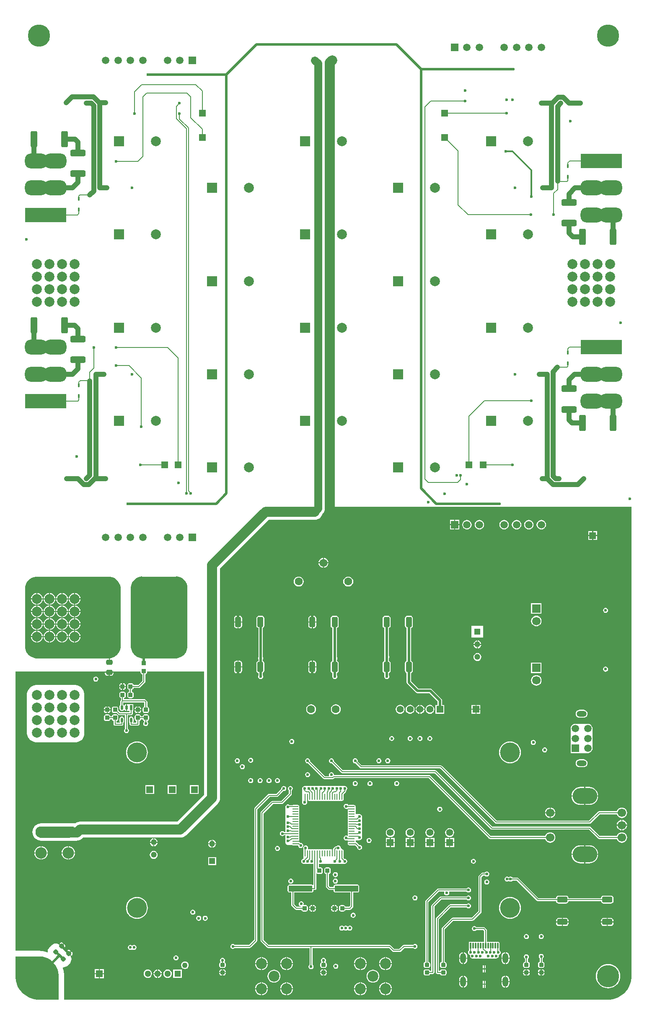
<source format=gtl>
G04 Layer_Physical_Order=1*
G04 Layer_Color=16776960*
%FSLAX44Y44*%
%MOMM*%
G71*
G01*
G75*
%ADD10R,0.2000X1.0000*%
%ADD11O,0.3000X1.2000*%
%ADD12R,0.3000X1.2000*%
G04:AMPARAMS|DCode=13|XSize=0.8mm|YSize=0.9mm|CornerRadius=0.2mm|HoleSize=0mm|Usage=FLASHONLY|Rotation=270.000|XOffset=0mm|YOffset=0mm|HoleType=Round|Shape=RoundedRectangle|*
%AMROUNDEDRECTD13*
21,1,0.8000,0.5000,0,0,270.0*
21,1,0.4000,0.9000,0,0,270.0*
1,1,0.4000,-0.2500,-0.2000*
1,1,0.4000,-0.2500,0.2000*
1,1,0.4000,0.2500,0.2000*
1,1,0.4000,0.2500,-0.2000*
%
%ADD13ROUNDEDRECTD13*%
G04:AMPARAMS|DCode=14|XSize=2.1mm|YSize=1.2mm|CornerRadius=0.3mm|HoleSize=0mm|Usage=FLASHONLY|Rotation=180.000|XOffset=0mm|YOffset=0mm|HoleType=Round|Shape=RoundedRectangle|*
%AMROUNDEDRECTD14*
21,1,2.1000,0.6000,0,0,180.0*
21,1,1.5000,1.2000,0,0,180.0*
1,1,0.6000,-0.7500,0.3000*
1,1,0.6000,0.7500,0.3000*
1,1,0.6000,0.7500,-0.3000*
1,1,0.6000,-0.7500,-0.3000*
%
%ADD14ROUNDEDRECTD14*%
%ADD15O,1.2000X0.2500*%
%ADD16O,0.2500X1.2000*%
%ADD17R,0.2500X1.2000*%
G04:AMPARAMS|DCode=18|XSize=4.8mm|YSize=1.2mm|CornerRadius=0.192mm|HoleSize=0mm|Usage=FLASHONLY|Rotation=180.000|XOffset=0mm|YOffset=0mm|HoleType=Round|Shape=RoundedRectangle|*
%AMROUNDEDRECTD18*
21,1,4.8000,0.8160,0,0,180.0*
21,1,4.4160,1.2000,0,0,180.0*
1,1,0.3840,-2.2080,0.4080*
1,1,0.3840,2.2080,0.4080*
1,1,0.3840,2.2080,-0.4080*
1,1,0.3840,-2.2080,-0.4080*
%
%ADD18ROUNDEDRECTD18*%
G04:AMPARAMS|DCode=19|XSize=0.9mm|YSize=0.9mm|CornerRadius=0.2295mm|HoleSize=0mm|Usage=FLASHONLY|Rotation=180.000|XOffset=0mm|YOffset=0mm|HoleType=Round|Shape=RoundedRectangle|*
%AMROUNDEDRECTD19*
21,1,0.9000,0.4410,0,0,180.0*
21,1,0.4410,0.9000,0,0,180.0*
1,1,0.4590,-0.2205,0.2205*
1,1,0.4590,0.2205,0.2205*
1,1,0.4590,0.2205,-0.2205*
1,1,0.4590,-0.2205,-0.2205*
%
%ADD19ROUNDEDRECTD19*%
G04:AMPARAMS|DCode=20|XSize=2.1mm|YSize=1.2mm|CornerRadius=0.3mm|HoleSize=0mm|Usage=FLASHONLY|Rotation=90.000|XOffset=0mm|YOffset=0mm|HoleType=Round|Shape=RoundedRectangle|*
%AMROUNDEDRECTD20*
21,1,2.1000,0.6000,0,0,90.0*
21,1,1.5000,1.2000,0,0,90.0*
1,1,0.6000,0.3000,0.7500*
1,1,0.6000,0.3000,-0.7500*
1,1,0.6000,-0.3000,-0.7500*
1,1,0.6000,-0.3000,0.7500*
%
%ADD20ROUNDEDRECTD20*%
%ADD21R,0.5000X1.0000*%
%ADD22O,0.5000X1.0000*%
G04:AMPARAMS|DCode=23|XSize=0.9mm|YSize=0.9mm|CornerRadius=0.2295mm|HoleSize=0mm|Usage=FLASHONLY|Rotation=270.000|XOffset=0mm|YOffset=0mm|HoleType=Round|Shape=RoundedRectangle|*
%AMROUNDEDRECTD23*
21,1,0.9000,0.4410,0,0,270.0*
21,1,0.4410,0.9000,0,0,270.0*
1,1,0.4590,-0.2205,-0.2205*
1,1,0.4590,-0.2205,0.2205*
1,1,0.4590,0.2205,0.2205*
1,1,0.4590,0.2205,-0.2205*
%
%ADD23ROUNDEDRECTD23*%
G04:AMPARAMS|DCode=24|XSize=1mm|YSize=1.3mm|CornerRadius=0.255mm|HoleSize=0mm|Usage=FLASHONLY|Rotation=90.000|XOffset=0mm|YOffset=0mm|HoleType=Round|Shape=RoundedRectangle|*
%AMROUNDEDRECTD24*
21,1,1.0000,0.7900,0,0,90.0*
21,1,0.4900,1.3000,0,0,90.0*
1,1,0.5100,0.3950,0.2450*
1,1,0.5100,0.3950,-0.2450*
1,1,0.5100,-0.3950,-0.2450*
1,1,0.5100,-0.3950,0.2450*
%
%ADD24ROUNDEDRECTD24*%
G04:AMPARAMS|DCode=25|XSize=2.7mm|YSize=8mm|CornerRadius=0.351mm|HoleSize=0mm|Usage=FLASHONLY|Rotation=0.000|XOffset=0mm|YOffset=0mm|HoleType=Round|Shape=RoundedRectangle|*
%AMROUNDEDRECTD25*
21,1,2.7000,7.2980,0,0,0.0*
21,1,1.9980,8.0000,0,0,0.0*
1,1,0.7020,0.9990,-3.6490*
1,1,0.7020,-0.9990,-3.6490*
1,1,0.7020,-0.9990,3.6490*
1,1,0.7020,0.9990,3.6490*
%
%ADD25ROUNDEDRECTD25*%
G04:AMPARAMS|DCode=26|XSize=0.8mm|YSize=0.4mm|CornerRadius=0.1mm|HoleSize=0mm|Usage=FLASHONLY|Rotation=270.000|XOffset=0mm|YOffset=0mm|HoleType=Round|Shape=RoundedRectangle|*
%AMROUNDEDRECTD26*
21,1,0.8000,0.2000,0,0,270.0*
21,1,0.6000,0.4000,0,0,270.0*
1,1,0.2000,-0.1000,-0.3000*
1,1,0.2000,-0.1000,0.3000*
1,1,0.2000,0.1000,0.3000*
1,1,0.2000,0.1000,-0.3000*
%
%ADD26ROUNDEDRECTD26*%
G04:AMPARAMS|DCode=27|XSize=1.3mm|YSize=3.1mm|CornerRadius=0.2795mm|HoleSize=0mm|Usage=FLASHONLY|Rotation=270.000|XOffset=0mm|YOffset=0mm|HoleType=Round|Shape=RoundedRectangle|*
%AMROUNDEDRECTD27*
21,1,1.3000,2.5410,0,0,270.0*
21,1,0.7410,3.1000,0,0,270.0*
1,1,0.5590,-1.2705,-0.3705*
1,1,0.5590,-1.2705,0.3705*
1,1,0.5590,1.2705,0.3705*
1,1,0.5590,1.2705,-0.3705*
%
%ADD27ROUNDEDRECTD27*%
G04:AMPARAMS|DCode=28|XSize=1.3mm|YSize=3.3mm|CornerRadius=0.26mm|HoleSize=0mm|Usage=FLASHONLY|Rotation=0.000|XOffset=0mm|YOffset=0mm|HoleType=Round|Shape=RoundedRectangle|*
%AMROUNDEDRECTD28*
21,1,1.3000,2.7800,0,0,0.0*
21,1,0.7800,3.3000,0,0,0.0*
1,1,0.5200,0.3900,-1.3900*
1,1,0.5200,-0.3900,-1.3900*
1,1,0.5200,-0.3900,1.3900*
1,1,0.5200,0.3900,1.3900*
%
%ADD28ROUNDEDRECTD28*%
G04:AMPARAMS|DCode=29|XSize=0.9mm|YSize=0.9mm|CornerRadius=0.2295mm|HoleSize=0mm|Usage=FLASHONLY|Rotation=45.000|XOffset=0mm|YOffset=0mm|HoleType=Round|Shape=RoundedRectangle|*
%AMROUNDEDRECTD29*
21,1,0.9000,0.4410,0,0,45.0*
21,1,0.4410,0.9000,0,0,45.0*
1,1,0.4590,0.3118,0.0000*
1,1,0.4590,0.0000,-0.3118*
1,1,0.4590,-0.3118,0.0000*
1,1,0.4590,0.0000,0.3118*
%
%ADD29ROUNDEDRECTD29*%
%ADD30C,1.0000*%
%ADD31C,0.2000*%
%ADD32C,0.5000*%
%ADD33C,0.3000*%
%ADD34C,2.0000*%
%ADD35C,2.3000*%
%ADD36C,1.6000*%
%ADD37R,1.4000X1.4000*%
%ADD38C,2.0000*%
%ADD39C,0.6000*%
%ADD40O,1.2000X2.0000*%
%ADD41C,2.2000*%
%ADD42O,5.0000X3.2000*%
%ADD43C,1.7000*%
%ADD44C,1.5000*%
%ADD45R,1.5000X1.5000*%
%ADD46O,2.0000X1.2000*%
%ADD47C,1.4000*%
%ADD48R,1.4000X1.4000*%
%ADD49R,1.7000X1.7000*%
%ADD50R,1.1800X1.1800*%
%ADD51C,1.1800*%
%ADD52C,1.6000*%
%ADD53C,1.2000*%
%ADD54R,1.2000X1.2000*%
%ADD55R,2.3000X2.3000*%
%ADD56C,2.3000*%
%ADD57R,1.2000X1.2000*%
%ADD58R,4.5000X3.0000*%
G04:AMPARAMS|DCode=59|XSize=3mm|YSize=4.5mm|CornerRadius=1.2mm|HoleSize=0mm|Usage=FLASHONLY|Rotation=270.000|XOffset=0mm|YOffset=0mm|HoleType=Round|Shape=RoundedRectangle|*
%AMROUNDEDRECTD59*
21,1,3.0000,2.1000,0,0,270.0*
21,1,0.6000,4.5000,0,0,270.0*
1,1,2.4000,-1.0500,-0.3000*
1,1,2.4000,-1.0500,0.3000*
1,1,2.4000,1.0500,0.3000*
1,1,2.4000,1.0500,-0.3000*
%
%ADD59ROUNDEDRECTD59*%
%ADD60R,1.3000X1.3000*%
%ADD61C,1.3000*%
%ADD62C,1.1000*%
%ADD63C,4.5000*%
%ADD64R,2.0000X2.0000*%
%ADD65C,4.0000*%
G36*
X260000Y857000D02*
X326000D01*
X326000Y857000D01*
X326000Y857000D01*
X328216Y857148D01*
X332621Y856573D01*
X336828Y855150D01*
X340678Y852933D01*
X344021Y850008D01*
X346729Y846487D01*
X348698Y842505D01*
X349852Y838216D01*
X350000Y836000D01*
X350000Y716000D01*
X350000Y716000D01*
Y713636D01*
X349077Y708999D01*
X347268Y704632D01*
X344642Y700701D01*
X341299Y697358D01*
X337368Y694731D01*
X333000Y692922D01*
X328364Y692000D01*
X260000D01*
X257636Y692000D01*
X252999Y692922D01*
X248631Y694731D01*
X244701Y697358D01*
X241358Y700701D01*
X238731Y704632D01*
X236922Y708999D01*
X236000Y713636D01*
X236000Y716000D01*
X236000Y836000D01*
X236000Y836000D01*
X236000Y836000D01*
X236148Y838216D01*
X237302Y842505D01*
X239271Y846487D01*
X241979Y850008D01*
X245322Y852933D01*
X249171Y855150D01*
X253379Y856573D01*
X257784Y857148D01*
X260000Y857000D01*
D02*
G37*
G36*
X1247451Y50000D02*
Y46890D01*
X1246639Y40723D01*
X1245029Y34715D01*
X1242649Y28968D01*
X1239539Y23581D01*
X1235752Y18646D01*
X1231354Y14248D01*
X1226419Y10461D01*
X1221032Y7351D01*
X1215285Y4971D01*
X1209277Y3361D01*
X1203110Y2549D01*
X101095D01*
Y50000D01*
X101095Y50001D01*
X101095Y52621D01*
X101000Y53342D01*
Y54070D01*
X100316Y59268D01*
X100127Y59971D01*
X100032Y60692D01*
X98675Y65757D01*
X98397Y66428D01*
X98252Y66968D01*
X98687Y67776D01*
X98794Y67920D01*
X99343Y67866D01*
X101949Y68122D01*
X104455Y68882D01*
X106765Y70117D01*
X108790Y71778D01*
X111908Y74897D01*
X113569Y76921D01*
X114804Y79231D01*
X115564Y81737D01*
X115821Y84343D01*
X115564Y86949D01*
X114804Y89455D01*
X114443Y90131D01*
X114605Y90294D01*
X114070Y90829D01*
X113570Y91765D01*
X111908Y93790D01*
X110349Y95349D01*
X108790Y96908D01*
X106765Y98570D01*
X105829Y99070D01*
X105294Y99605D01*
X105131Y99443D01*
X104455Y99804D01*
X102462Y100409D01*
X100409Y102462D01*
X99804Y104455D01*
X99443Y105131D01*
X99605Y105294D01*
X99070Y105829D01*
X98570Y106765D01*
X96908Y108790D01*
X95349Y110349D01*
X93790Y111908D01*
X91765Y113570D01*
X90829Y114070D01*
X90294Y114605D01*
X90131Y114443D01*
X89455Y114804D01*
X86949Y115564D01*
X84343Y115821D01*
X81737Y115564D01*
X79231Y114804D01*
X76921Y113569D01*
X74897Y111908D01*
X71778Y108790D01*
X70117Y106765D01*
X68882Y104455D01*
X68122Y101949D01*
X67866Y99343D01*
X67920Y98794D01*
X67777Y98688D01*
X66968Y98253D01*
X66428Y98397D01*
X65757Y98675D01*
X60692Y100033D01*
X59971Y100127D01*
X59268Y100316D01*
X54070Y101000D01*
X53343D01*
X52622Y101095D01*
X50000Y101095D01*
X2549Y101095D01*
Y665000D01*
X183411D01*
D01*
X192000D01*
X201548D01*
D01*
X255416D01*
Y663795D01*
X255749Y662119D01*
X256698Y660698D01*
X258119Y659749D01*
X258941Y659586D01*
Y646267D01*
X250733Y638059D01*
X241414D01*
X241251Y638881D01*
X240301Y640302D01*
X238881Y641251D01*
X237205Y641584D01*
X232795D01*
X231119Y641251D01*
X229699Y640302D01*
X228749Y638881D01*
X228416Y637205D01*
Y632795D01*
X228749Y631119D01*
X229699Y629698D01*
X231119Y628749D01*
X231941Y628586D01*
Y624414D01*
X231119Y624251D01*
X229699Y623302D01*
X228749Y621881D01*
X228416Y620205D01*
Y615795D01*
X228749Y614119D01*
X229699Y612699D01*
X231119Y611749D01*
X232795Y611416D01*
X237205D01*
X238881Y611749D01*
X240301Y612699D01*
X241251Y614119D01*
X241584Y615795D01*
Y620205D01*
X241251Y621881D01*
X240301Y623302D01*
X238881Y624251D01*
X238059Y624414D01*
Y628586D01*
X238881Y628749D01*
X240301Y629698D01*
X241251Y631119D01*
X241414Y631941D01*
X252000D01*
X252000Y631941D01*
X253171Y632174D01*
X254163Y632837D01*
X264163Y642837D01*
X264163Y642837D01*
X264826Y643829D01*
X265059Y645000D01*
Y659586D01*
X265881Y659749D01*
X267302Y660698D01*
X268251Y662119D01*
X268584Y663795D01*
Y665000D01*
X383923D01*
Y416660D01*
X329141Y361877D01*
X132800D01*
X129663Y361568D01*
X126647Y360654D01*
X123868Y359168D01*
X123054Y358500D01*
X110360D01*
X109500Y358585D01*
X54500D01*
X51069Y358247D01*
X47771Y357246D01*
X44731Y355621D01*
X42066Y353434D01*
X39879Y350770D01*
X38254Y347729D01*
X37253Y344431D01*
X36915Y341000D01*
X37253Y337569D01*
X38254Y334271D01*
X39879Y331231D01*
X42066Y328566D01*
X44731Y326379D01*
X47771Y324754D01*
X51069Y323753D01*
X54500Y323415D01*
X109500D01*
X110360Y323500D01*
X127000D01*
Y323923D01*
X130136Y324231D01*
X133153Y325146D01*
X135932Y326632D01*
X138369Y328632D01*
X139459Y329723D01*
X335800D01*
X338937Y330032D01*
X341953Y330946D01*
X344732Y332432D01*
X347168Y334431D01*
X411368Y398632D01*
X413368Y401068D01*
X414854Y403847D01*
X415769Y406863D01*
X416077Y410000D01*
Y873341D01*
X514660Y971923D01*
X607500D01*
X610636Y972232D01*
X613653Y973146D01*
X616432Y974632D01*
X618099Y976000D01*
X619500D01*
Y977401D01*
X620868Y979068D01*
X622354Y981847D01*
X622837Y983443D01*
X623947Y984553D01*
X625697Y986684D01*
X626997Y989117D01*
X627797Y991756D01*
X628068Y994500D01*
Y998000D01*
X1247451D01*
Y50000D01*
D02*
G37*
G36*
X198001Y856078D02*
X202368Y854269D01*
X206299Y851642D01*
X209642Y848299D01*
X212269Y844368D01*
X214078Y840000D01*
X215000Y835364D01*
X215000Y833000D01*
X215000Y833000D01*
X215000Y833000D01*
X215000Y716000D01*
X215000Y713636D01*
X214078Y708999D01*
X212269Y704632D01*
X209642Y700701D01*
X206299Y697358D01*
X202369Y694731D01*
X198001Y692922D01*
X193364Y692000D01*
X191000Y692000D01*
X191000Y692000D01*
X191000Y692000D01*
X122000Y692000D01*
X46000D01*
X43636Y692000D01*
X38999Y692922D01*
X34632Y694731D01*
X30701Y697358D01*
X27358Y700701D01*
X24731Y704632D01*
X22922Y708999D01*
X22000Y713636D01*
X22000Y716000D01*
X22000Y833000D01*
Y835364D01*
X22922Y840001D01*
X24732Y844368D01*
X27358Y848299D01*
X30701Y851642D01*
X34632Y854268D01*
X38999Y856078D01*
X43636Y857000D01*
X46000D01*
X46000Y857000D01*
X191000Y857000D01*
X193364Y857000D01*
X198001Y856078D01*
D02*
G37*
G36*
X50000Y90000D02*
X52622Y90000D01*
X57820Y89316D01*
X62885Y87958D01*
X67730Y85952D01*
X72270Y83330D01*
X76431Y80138D01*
X80138Y76430D01*
X83330Y72270D01*
X85952Y67730D01*
X87958Y62885D01*
X89316Y57820D01*
X90000Y52622D01*
X90000Y50000D01*
X90000Y50000D01*
X90000Y50000D01*
Y2549D01*
X46890D01*
X40723Y3361D01*
X34715Y4971D01*
X28968Y7351D01*
X23581Y10461D01*
X18646Y14248D01*
X14248Y18646D01*
X10461Y23581D01*
X7351Y28968D01*
X4971Y34715D01*
X3361Y40723D01*
X2549Y46890D01*
X2549Y50000D01*
Y90000D01*
X50000Y90000D01*
D02*
G37*
%LPC*%
G36*
X373000Y172098D02*
X371049Y171710D01*
X369395Y170605D01*
X368290Y168951D01*
X367902Y167000D01*
X368290Y165049D01*
X369395Y163395D01*
X371049Y162290D01*
X373000Y161902D01*
X374951Y162290D01*
X376605Y163395D01*
X377710Y165049D01*
X378098Y167000D01*
X377710Y168951D01*
X376605Y170605D01*
X374951Y171710D01*
X373000Y172098D01*
D02*
G37*
G36*
X1206000Y167598D02*
X1199500D01*
Y160500D01*
X1211098D01*
Y162500D01*
X1210710Y164451D01*
X1209605Y166105D01*
X1207951Y167210D01*
X1206000Y167598D01*
D02*
G37*
G36*
X248000Y210068D02*
X244548Y209796D01*
X241181Y208988D01*
X237981Y207663D01*
X235029Y205853D01*
X232396Y203604D01*
X230147Y200971D01*
X228337Y198019D01*
X227012Y194819D01*
X226204Y191452D01*
X225932Y188000D01*
X226204Y184548D01*
X227012Y181181D01*
X228337Y177981D01*
X230147Y175029D01*
X232396Y172395D01*
X235029Y170147D01*
X237981Y168337D01*
X241181Y167012D01*
X244548Y166204D01*
X248000Y165932D01*
X251452Y166204D01*
X254819Y167012D01*
X258019Y168337D01*
X260971Y170147D01*
X263605Y172395D01*
X265853Y175029D01*
X267663Y177981D01*
X268988Y181181D01*
X269796Y184548D01*
X270068Y188000D01*
X269796Y191452D01*
X268988Y194819D01*
X267663Y198019D01*
X265853Y200971D01*
X263605Y203604D01*
X260971Y205853D01*
X258019Y207663D01*
X254819Y208988D01*
X251452Y209796D01*
X248000Y210068D01*
D02*
G37*
G36*
X386000Y172098D02*
X384049Y171710D01*
X382395Y170605D01*
X381290Y168951D01*
X380902Y167000D01*
X381290Y165049D01*
X382395Y163395D01*
X384049Y162290D01*
X386000Y161902D01*
X387951Y162290D01*
X389605Y163395D01*
X390710Y165049D01*
X391098Y167000D01*
X390710Y168951D01*
X389605Y170605D01*
X387951Y171710D01*
X386000Y172098D01*
D02*
G37*
G36*
X1115000Y167598D02*
X1108500D01*
Y160500D01*
X1120098D01*
Y162500D01*
X1119710Y164451D01*
X1118605Y166105D01*
X1116951Y167210D01*
X1115000Y167598D01*
D02*
G37*
G36*
X1197500D02*
X1191000D01*
X1189049Y167210D01*
X1187395Y166105D01*
X1186290Y164451D01*
X1185902Y162500D01*
Y160500D01*
X1197500D01*
Y167598D01*
D02*
G37*
G36*
X1211098Y158500D02*
X1199500D01*
Y151402D01*
X1206000D01*
X1207951Y151790D01*
X1209605Y152895D01*
X1210710Y154549D01*
X1211098Y156500D01*
Y158500D01*
D02*
G37*
G36*
X1106500Y167598D02*
X1100000D01*
X1098049Y167210D01*
X1096395Y166105D01*
X1095290Y164451D01*
X1094902Y162500D01*
Y160500D01*
X1106500D01*
Y167598D01*
D02*
G37*
G36*
X646000Y193584D02*
X644795D01*
X643119Y193251D01*
X641699Y192302D01*
X640749Y190881D01*
X640416Y189205D01*
Y188000D01*
X646000D01*
Y193584D01*
D02*
G37*
G36*
Y186000D02*
X640416D01*
Y184795D01*
X640749Y183119D01*
X641699Y181698D01*
X643119Y180749D01*
X644795Y180416D01*
X646000D01*
Y186000D01*
D02*
G37*
G36*
X609584Y186000D02*
X604000D01*
Y180416D01*
X605205D01*
X606881Y180749D01*
X608302Y181698D01*
X609251Y183119D01*
X609584Y184795D01*
Y186000D01*
D02*
G37*
G36*
X653584Y186000D02*
X648000D01*
Y180416D01*
X649205D01*
X650881Y180749D01*
X652301Y181698D01*
X653251Y183119D01*
X653584Y184795D01*
Y186000D01*
D02*
G37*
G36*
X602000Y193584D02*
X600795D01*
X599119Y193251D01*
X597699Y192302D01*
X596749Y190881D01*
X596416Y189205D01*
Y188000D01*
X602000D01*
Y193584D01*
D02*
G37*
G36*
X918000Y197098D02*
X916049Y196710D01*
X914395Y195605D01*
X914030Y195059D01*
X881000D01*
X879829Y194826D01*
X878837Y194163D01*
X852837Y168163D01*
X852174Y167171D01*
X851941Y166000D01*
X851941Y166000D01*
Y57500D01*
X852174Y56329D01*
X852837Y55337D01*
X853829Y54674D01*
X855000Y54441D01*
X860632D01*
X860732Y53939D01*
X861616Y52616D01*
X862939Y51732D01*
X864500Y51422D01*
X869500D01*
X871061Y51732D01*
X872384Y52616D01*
X873268Y53939D01*
X873578Y55500D01*
Y59500D01*
X873268Y61061D01*
X872384Y62384D01*
X871061Y63268D01*
X869500Y63578D01*
X864500D01*
X862939Y63268D01*
X861616Y62384D01*
X860732Y61061D01*
X860632Y60559D01*
X858059D01*
Y164733D01*
X882267Y188941D01*
X914030D01*
X914395Y188395D01*
X916049Y187290D01*
X918000Y186902D01*
X919951Y187290D01*
X921605Y188395D01*
X922710Y190049D01*
X923098Y192000D01*
X922710Y193951D01*
X921605Y195605D01*
X919951Y196710D01*
X918000Y197098D01*
D02*
G37*
G36*
X605205Y193584D02*
X604000D01*
Y188000D01*
X609584D01*
Y189205D01*
X609251Y190881D01*
X608302Y192302D01*
X606881Y193251D01*
X605205Y193584D01*
D02*
G37*
G36*
X1002000Y210068D02*
X998548Y209796D01*
X995181Y208988D01*
X991981Y207663D01*
X989029Y205853D01*
X986396Y203604D01*
X984147Y200971D01*
X982337Y198019D01*
X981012Y194819D01*
X980204Y191452D01*
X979932Y188000D01*
X980204Y184548D01*
X981012Y181181D01*
X982337Y177981D01*
X984147Y175029D01*
X986396Y172395D01*
X989029Y170147D01*
X991981Y168337D01*
X995181Y167012D01*
X998548Y166204D01*
X1002000Y165932D01*
X1005452Y166204D01*
X1008819Y167012D01*
X1012019Y168337D01*
X1014971Y170147D01*
X1017604Y172395D01*
X1019853Y175029D01*
X1021663Y177981D01*
X1022988Y181181D01*
X1023796Y184548D01*
X1024068Y188000D01*
X1023796Y191452D01*
X1022988Y194819D01*
X1021663Y198019D01*
X1019853Y200971D01*
X1017604Y203604D01*
X1014971Y205853D01*
X1012019Y207663D01*
X1008819Y208988D01*
X1005452Y209796D01*
X1002000Y210068D01*
D02*
G37*
G36*
X685000Y178098D02*
X683049Y177710D01*
X681395Y176605D01*
X680290Y174951D01*
X679902Y173000D01*
X680290Y171049D01*
X681395Y169395D01*
X683049Y168290D01*
X685000Y167902D01*
X686951Y168290D01*
X688605Y169395D01*
X689710Y171049D01*
X690098Y173000D01*
X689710Y174951D01*
X688605Y176605D01*
X686951Y177710D01*
X685000Y178098D01*
D02*
G37*
G36*
X602000Y186000D02*
X596416D01*
Y184795D01*
X596749Y183119D01*
X597699Y181698D01*
X599119Y180749D01*
X600795Y180416D01*
X602000D01*
Y186000D01*
D02*
G37*
G36*
X360950Y184098D02*
X358999Y183710D01*
X357345Y182605D01*
X356240Y180951D01*
X355852Y179000D01*
X356240Y177049D01*
X357345Y175395D01*
X358999Y174290D01*
X360950Y173902D01*
X362901Y174290D01*
X364555Y175395D01*
X365660Y177049D01*
X366048Y179000D01*
X365660Y180951D01*
X364555Y182605D01*
X362901Y183710D01*
X360950Y184098D01*
D02*
G37*
G36*
X908300Y98237D02*
Y87300D01*
X915369D01*
Y90300D01*
X915094Y92388D01*
X914288Y94334D01*
X913006Y96006D01*
X911335Y97288D01*
X909388Y98094D01*
X908300Y98237D01*
D02*
G37*
G36*
X906300D02*
X905212Y98094D01*
X903266Y97288D01*
X901594Y96006D01*
X900312Y94334D01*
X899506Y92388D01*
X899231Y90300D01*
Y87300D01*
X906300D01*
Y98237D01*
D02*
G37*
G36*
X991700Y98237D02*
X990612Y98094D01*
X988665Y97288D01*
X986994Y96006D01*
X985712Y94334D01*
X984906Y92388D01*
X984631Y90300D01*
Y87300D01*
X991700D01*
Y98237D01*
D02*
G37*
G36*
X116020Y99605D02*
X112071Y95657D01*
X116020Y91708D01*
X116872Y92560D01*
X117821Y93981D01*
X118154Y95657D01*
X117821Y97333D01*
X116872Y98753D01*
X116020Y99605D01*
D02*
G37*
G36*
X993700Y98237D02*
Y87300D01*
X1000769D01*
Y90300D01*
X1000494Y92388D01*
X999688Y94334D01*
X998406Y96006D01*
X996734Y97288D01*
X994788Y98094D01*
X993700Y98237D01*
D02*
G37*
G36*
X751400Y88364D02*
Y76400D01*
X763364D01*
X763212Y77948D01*
X762468Y80399D01*
X761261Y82657D01*
X759637Y84637D01*
X757657Y86261D01*
X755399Y87469D01*
X752948Y88212D01*
X751400Y88364D01*
D02*
G37*
G36*
X500600D02*
Y76400D01*
X512564D01*
X512412Y77948D01*
X511669Y80399D01*
X510461Y82657D01*
X508837Y84637D01*
X506857Y86261D01*
X504599Y87469D01*
X502148Y88212D01*
X500600Y88364D01*
D02*
G37*
G36*
X551400D02*
Y76400D01*
X563364D01*
X563212Y77948D01*
X562468Y80399D01*
X561261Y82657D01*
X559637Y84637D01*
X557657Y86261D01*
X555399Y87469D01*
X552948Y88212D01*
X551400Y88364D01*
D02*
G37*
G36*
X327000Y92098D02*
X325049Y91710D01*
X323395Y90605D01*
X322290Y88951D01*
X321902Y87000D01*
X322290Y85049D01*
X323395Y83395D01*
X325049Y82290D01*
X327000Y81902D01*
X328951Y82290D01*
X330605Y83395D01*
X331710Y85049D01*
X332098Y87000D01*
X331710Y88951D01*
X330605Y90605D01*
X328951Y91710D01*
X327000Y92098D01*
D02*
G37*
G36*
X700600Y88364D02*
Y76400D01*
X712564D01*
X712412Y77948D01*
X711668Y80399D01*
X710461Y82657D01*
X708837Y84637D01*
X706857Y86261D01*
X704599Y87469D01*
X702148Y88212D01*
X700600Y88364D01*
D02*
G37*
G36*
X110657Y103154D02*
X108981Y102821D01*
X107560Y101872D01*
X106708Y101020D01*
X110657Y97071D01*
X114605Y101020D01*
X113753Y101872D01*
X112333Y102821D01*
X110657Y103154D01*
D02*
G37*
G36*
X678000Y152098D02*
X676049Y151710D01*
X674680Y150795D01*
X674000Y150675D01*
X673320Y150795D01*
X671951Y151710D01*
X670000Y152098D01*
X668049Y151710D01*
X666680Y150795D01*
X666000Y150675D01*
X665320Y150795D01*
X663951Y151710D01*
X662000Y152098D01*
X660049Y151710D01*
X658395Y150605D01*
X657290Y148951D01*
X656902Y147000D01*
X657290Y145049D01*
X658395Y143395D01*
X660049Y142290D01*
X662000Y141902D01*
X663951Y142290D01*
X665320Y143205D01*
X666000Y143325D01*
X666680Y143205D01*
X668049Y142290D01*
X670000Y141902D01*
X671951Y142290D01*
X673320Y143205D01*
X674000Y143325D01*
X674680Y143205D01*
X676049Y142290D01*
X678000Y141902D01*
X679951Y142290D01*
X681605Y143395D01*
X682710Y145049D01*
X683098Y147000D01*
X682710Y148951D01*
X681605Y150605D01*
X679951Y151710D01*
X678000Y152098D01*
D02*
G37*
G36*
X1065000Y135098D02*
X1063049Y134710D01*
X1061395Y133605D01*
X1060290Y131951D01*
X1059902Y130000D01*
X1060290Y128049D01*
X1061395Y126395D01*
X1063049Y125290D01*
X1065000Y124902D01*
X1066951Y125290D01*
X1068605Y126395D01*
X1069710Y128049D01*
X1070098Y130000D01*
X1069710Y131951D01*
X1068605Y133605D01*
X1066951Y134710D01*
X1065000Y135098D01*
D02*
G37*
G36*
X1106500Y158500D02*
X1094902D01*
Y156500D01*
X1095290Y154549D01*
X1096395Y152895D01*
X1098049Y151790D01*
X1100000Y151402D01*
X1106500D01*
Y158500D01*
D02*
G37*
G36*
X1197500D02*
X1185902D01*
Y156500D01*
X1186290Y154549D01*
X1187395Y152895D01*
X1189049Y151790D01*
X1191000Y151402D01*
X1197500D01*
Y158500D01*
D02*
G37*
G36*
X1120098D02*
X1108500D01*
Y151402D01*
X1115000D01*
X1116951Y151790D01*
X1118605Y152895D01*
X1119710Y154549D01*
X1120098Y156500D01*
Y158500D01*
D02*
G37*
G36*
X242000Y113098D02*
X240049Y112710D01*
X238500Y111675D01*
X236951Y112710D01*
X235000Y113098D01*
X233049Y112710D01*
X231395Y111605D01*
X230290Y109951D01*
X229902Y108000D01*
X230290Y106049D01*
X231395Y104395D01*
X233049Y103290D01*
X235000Y102902D01*
X236951Y103290D01*
X238500Y104325D01*
X240049Y103290D01*
X242000Y102902D01*
X243951Y103290D01*
X245605Y104395D01*
X246710Y106049D01*
X247098Y108000D01*
X246710Y109951D01*
X245605Y111605D01*
X243951Y112710D01*
X242000Y113098D01*
D02*
G37*
G36*
X101020Y114605D02*
X97071Y110657D01*
X101020Y106708D01*
X101872Y107560D01*
X102821Y108981D01*
X103154Y110657D01*
X102821Y112333D01*
X101872Y113753D01*
X101020Y114605D01*
D02*
G37*
G36*
X95657Y118154D02*
X93981Y117821D01*
X92560Y116872D01*
X91708Y116020D01*
X95657Y112071D01*
X99605Y116020D01*
X98753Y116872D01*
X97333Y117821D01*
X95657Y118154D01*
D02*
G37*
G36*
X1035000Y135098D02*
X1033049Y134710D01*
X1031395Y133605D01*
X1030290Y131951D01*
X1029902Y130000D01*
X1030290Y128049D01*
X1031395Y126395D01*
X1033049Y125290D01*
X1035000Y124902D01*
X1036951Y125290D01*
X1038605Y126395D01*
X1039710Y128049D01*
X1040098Y130000D01*
X1039710Y131951D01*
X1038605Y133605D01*
X1036951Y134710D01*
X1035000Y135098D01*
D02*
G37*
G36*
X930000Y151098D02*
X928049Y150710D01*
X926395Y149605D01*
X925290Y147951D01*
X924902Y146000D01*
X925290Y144049D01*
X926395Y142395D01*
X928049Y141290D01*
X930000Y140902D01*
X931951Y141290D01*
X933605Y142395D01*
X933970Y142941D01*
X947733D01*
X949441Y141233D01*
Y119300D01*
X947845D01*
X947500Y119369D01*
X947155Y119300D01*
X942845D01*
X942500Y119369D01*
X942155Y119300D01*
X937845D01*
X937500Y119369D01*
X937155Y119300D01*
X932845D01*
X932500Y119369D01*
X932155Y119300D01*
X927845D01*
X927500Y119369D01*
X927155Y119300D01*
X919000D01*
Y101809D01*
X918395Y101405D01*
X917290Y99751D01*
X917169Y99144D01*
X917000Y98982D01*
Y98292D01*
X916902Y97800D01*
X917000Y97308D01*
Y96000D01*
X917631Y95339D01*
X918395Y94195D01*
X919343Y93562D01*
X921000Y91905D01*
Y91193D01*
X920902Y90700D01*
X921000Y90208D01*
Y90000D01*
X921051Y89948D01*
X921290Y88749D01*
X922395Y87095D01*
X924049Y85990D01*
X925248Y85751D01*
X925595Y85405D01*
X974000D01*
X974274Y85656D01*
X975951Y85990D01*
X977605Y87095D01*
X978710Y88749D01*
X978950Y89953D01*
X979000Y90000D01*
Y90208D01*
X979098Y90700D01*
X979000Y91193D01*
Y91905D01*
X980526Y93474D01*
X981605Y94195D01*
X982435Y95437D01*
X982982Y96000D01*
Y97216D01*
X983098Y97800D01*
X982982Y98384D01*
Y98982D01*
X982833Y99130D01*
X982710Y99751D01*
X981605Y101405D01*
X981069Y101763D01*
Y116601D01*
X980870Y116800D01*
X980797Y117166D01*
X980023Y118323D01*
X978866Y119097D01*
X978500Y119170D01*
X978370Y119300D01*
X977845D01*
X977500Y119369D01*
X977155Y119300D01*
X972845D01*
X972500Y119369D01*
X972155Y119300D01*
X967845D01*
X967500Y119369D01*
X967155Y119300D01*
X962845D01*
X962500Y119369D01*
X962155Y119300D01*
X957845D01*
X957500Y119369D01*
X957155Y119300D01*
X955559D01*
Y142500D01*
X955559Y142500D01*
X955326Y143671D01*
X954663Y144663D01*
X954663Y144663D01*
X951163Y148163D01*
X950171Y148826D01*
X949000Y149059D01*
X949000Y149059D01*
X933970D01*
X933605Y149605D01*
X931951Y150710D01*
X930000Y151098D01*
D02*
G37*
G36*
X649205Y193584D02*
X648000D01*
Y188000D01*
X653584D01*
Y189205D01*
X653251Y190881D01*
X652301Y192302D01*
X650881Y193251D01*
X649205Y193584D01*
D02*
G37*
G36*
X407937Y316500D02*
X401000D01*
Y309563D01*
X402088Y309706D01*
X404035Y310512D01*
X405706Y311794D01*
X406988Y313465D01*
X407794Y315412D01*
X407937Y316500D01*
D02*
G37*
G36*
X399000D02*
X392063D01*
X392206Y315412D01*
X393012Y313465D01*
X394294Y311794D01*
X395965Y310512D01*
X397912Y309706D01*
X399000Y309563D01*
Y316500D01*
D02*
G37*
G36*
X759000Y319000D02*
X751000D01*
Y311000D01*
X759000D01*
Y319000D01*
D02*
G37*
G36*
X799000Y319000D02*
X791000D01*
Y311000D01*
X799000D01*
Y319000D01*
D02*
G37*
G36*
X769000Y319000D02*
X761000D01*
Y311000D01*
X769000D01*
Y319000D01*
D02*
G37*
G36*
X55500Y312467D02*
Y300000D01*
X67967D01*
X67805Y301646D01*
X67033Y304191D01*
X65779Y306537D01*
X64092Y308592D01*
X62036Y310279D01*
X59691Y311533D01*
X57147Y312305D01*
X55500Y312467D01*
D02*
G37*
G36*
X53500D02*
X51854Y312305D01*
X49309Y311533D01*
X46964Y310279D01*
X44908Y308592D01*
X43221Y306537D01*
X41967Y304191D01*
X41195Y301646D01*
X41033Y300000D01*
X53500D01*
Y312467D01*
D02*
G37*
G36*
X108500Y312467D02*
X106854Y312305D01*
X104309Y311533D01*
X101964Y310279D01*
X99908Y308592D01*
X98221Y306537D01*
X96967Y304191D01*
X96195Y301646D01*
X96033Y300000D01*
X108500D01*
Y312467D01*
D02*
G37*
G36*
X532000Y313098D02*
X530049Y312710D01*
X528395Y311605D01*
X527290Y309951D01*
X526902Y308000D01*
X527290Y306049D01*
X528395Y304395D01*
X530049Y303290D01*
X532000Y302902D01*
X533951Y303290D01*
X535605Y304395D01*
X536710Y306049D01*
X537098Y308000D01*
X536710Y309951D01*
X535605Y311605D01*
X533951Y312710D01*
X532000Y313098D01*
D02*
G37*
G36*
X110500Y312467D02*
Y300000D01*
X122967D01*
X122805Y301646D01*
X122033Y304191D01*
X120779Y306537D01*
X119092Y308592D01*
X117037Y310279D01*
X114691Y311533D01*
X112147Y312305D01*
X110500Y312467D01*
D02*
G37*
G36*
X281000Y319400D02*
X274163D01*
X274303Y318338D01*
X275099Y316416D01*
X276366Y314766D01*
X278016Y313499D01*
X279938Y312703D01*
X281000Y312563D01*
Y319400D01*
D02*
G37*
G36*
X655000Y314098D02*
X653049Y313710D01*
X651395Y312605D01*
X651030Y312059D01*
X650000D01*
X650000Y312059D01*
X648829Y311826D01*
X647837Y311163D01*
X645337Y308663D01*
X644674Y307670D01*
X644441Y306500D01*
X643622Y306064D01*
X594098D01*
Y309000D01*
X593710Y310951D01*
X592605Y312605D01*
X590951Y313710D01*
X589000Y314098D01*
X587049Y313710D01*
X585395Y312605D01*
X584290Y310951D01*
X583902Y309000D01*
X584000Y308507D01*
Y286899D01*
X583049Y286710D01*
X581395Y285605D01*
X580290Y283951D01*
X579902Y282000D01*
X580290Y280049D01*
X581395Y278395D01*
X583049Y277290D01*
X585000Y276902D01*
X604441D01*
Y234319D01*
X603441Y234016D01*
X602309Y234772D01*
X600780Y235077D01*
X556620D01*
X555090Y234772D01*
X553794Y233906D01*
X552927Y232610D01*
X552623Y231080D01*
Y222920D01*
X552927Y221390D01*
X553794Y220094D01*
X555090Y219227D01*
X556620Y218923D01*
X559941D01*
Y194000D01*
X559941Y194000D01*
X560174Y192829D01*
X560837Y191837D01*
X567837Y184837D01*
X567837Y184837D01*
X568829Y184174D01*
X570000Y183941D01*
X570000Y183941D01*
X580586D01*
X580749Y183119D01*
X581698Y181698D01*
X583119Y180749D01*
X584795Y180416D01*
X589205D01*
X590881Y180749D01*
X592301Y181698D01*
X593251Y183119D01*
X593584Y184795D01*
Y189205D01*
X593251Y190881D01*
X592301Y192302D01*
X590881Y193251D01*
X589205Y193584D01*
X585559D01*
X585480Y193627D01*
X584816Y194584D01*
X585098Y196000D01*
X584710Y197951D01*
X583605Y199605D01*
X581951Y200710D01*
X580000Y201098D01*
X578049Y200710D01*
X576395Y199605D01*
X575290Y197951D01*
X574902Y196000D01*
X575290Y194049D01*
X576395Y192395D01*
X578049Y191290D01*
X579212Y191059D01*
X579114Y190059D01*
X571267D01*
X566059Y195267D01*
Y218923D01*
X600780D01*
X602309Y219227D01*
X603606Y220094D01*
X604473Y221390D01*
X604777Y222920D01*
Y223941D01*
X607500D01*
X608671Y224174D01*
X609663Y224837D01*
X610326Y225829D01*
X610559Y227000D01*
Y257604D01*
X611559Y257908D01*
X611698Y257698D01*
X613119Y256749D01*
X614795Y256416D01*
X619205D01*
X620881Y256749D01*
X622301Y257698D01*
X623251Y259119D01*
X623584Y260795D01*
Y265205D01*
X623251Y266881D01*
X622301Y268302D01*
X620881Y269251D01*
X619205Y269584D01*
X615559D01*
Y276902D01*
X668000D01*
X669951Y277290D01*
X671605Y278395D01*
X672710Y280049D01*
X673098Y282000D01*
X672710Y283951D01*
X671605Y285605D01*
X669951Y286710D01*
X668000Y287098D01*
X667356Y286970D01*
X665559Y288767D01*
Y291978D01*
X665561Y291982D01*
X665814Y293250D01*
Y302750D01*
X665561Y304018D01*
X664843Y305093D01*
X663768Y305811D01*
X663000Y305964D01*
Y306000D01*
X660082Y308918D01*
X660098Y309000D01*
X659710Y310951D01*
X658605Y312605D01*
X656951Y313710D01*
X655000Y314098D01*
D02*
G37*
G36*
X289837Y319400D02*
X283000D01*
Y312563D01*
X284062Y312703D01*
X285984Y313499D01*
X287634Y314766D01*
X288901Y316416D01*
X289697Y318338D01*
X289837Y319400D01*
D02*
G37*
G36*
X401000Y325437D02*
Y318500D01*
X407937D01*
X407794Y319588D01*
X406988Y321535D01*
X405706Y323206D01*
X404035Y324488D01*
X402088Y325294D01*
X401000Y325437D01*
D02*
G37*
G36*
X399000D02*
X397912Y325294D01*
X395965Y324488D01*
X394294Y323206D01*
X393012Y321535D01*
X392206Y319588D01*
X392063Y318500D01*
X399000D01*
Y325437D01*
D02*
G37*
G36*
X839000Y319000D02*
X831000D01*
Y311000D01*
X839000D01*
Y319000D01*
D02*
G37*
G36*
X809000Y319000D02*
X801000D01*
Y311000D01*
X809000D01*
Y319000D01*
D02*
G37*
G36*
X849000Y319000D02*
X841000D01*
Y311000D01*
X849000D01*
Y319000D01*
D02*
G37*
G36*
X889000Y319000D02*
X881000D01*
Y311000D01*
X889000D01*
Y319000D01*
D02*
G37*
G36*
X879000D02*
X871000D01*
Y311000D01*
X879000D01*
Y319000D01*
D02*
G37*
G36*
X1162000Y314087D02*
X1154000D01*
Y297000D01*
X1179989D01*
X1179740Y299529D01*
X1178710Y302922D01*
X1177039Y306049D01*
X1174790Y308790D01*
X1172049Y311039D01*
X1168922Y312710D01*
X1165529Y313739D01*
X1162000Y314087D01*
D02*
G37*
G36*
X649000Y247098D02*
X647049Y246710D01*
X645395Y245605D01*
X644290Y243951D01*
X643902Y242000D01*
X644290Y240049D01*
X645395Y238395D01*
X647049Y237290D01*
X649000Y236902D01*
X650951Y237290D01*
X652605Y238395D01*
X653710Y240049D01*
X654098Y242000D01*
X653710Y243951D01*
X652605Y245605D01*
X650951Y246710D01*
X649000Y247098D01*
D02*
G37*
G36*
X559000D02*
X557049Y246710D01*
X555395Y245605D01*
X554290Y243951D01*
X553902Y242000D01*
X554290Y240049D01*
X555395Y238395D01*
X557049Y237290D01*
X559000Y236902D01*
X560951Y237290D01*
X562605Y238395D01*
X563710Y240049D01*
X564098Y242000D01*
X563710Y243951D01*
X562605Y245605D01*
X560951Y246710D01*
X559000Y247098D01*
D02*
G37*
G36*
X1003000Y251098D02*
X1001049Y250710D01*
X999500Y249675D01*
X997951Y250710D01*
X996000Y251098D01*
X994049Y250710D01*
X992395Y249605D01*
X991290Y247951D01*
X990902Y246000D01*
X991290Y244049D01*
X992395Y242395D01*
X994049Y241290D01*
X996000Y240902D01*
X997951Y241290D01*
X999500Y242325D01*
X1001049Y241290D01*
X1003000Y240902D01*
X1004951Y241290D01*
X1006605Y242395D01*
X1006970Y242941D01*
X1015733D01*
X1056337Y202337D01*
X1057329Y201674D01*
X1058500Y201441D01*
X1094914D01*
X1095290Y199549D01*
X1096395Y197895D01*
X1098049Y196790D01*
X1100000Y196402D01*
X1115000D01*
X1116951Y196790D01*
X1118605Y197895D01*
X1119710Y199549D01*
X1120086Y201441D01*
X1185914D01*
X1186290Y199549D01*
X1187395Y197895D01*
X1189049Y196790D01*
X1191000Y196402D01*
X1206000D01*
X1207951Y196790D01*
X1209605Y197895D01*
X1210710Y199549D01*
X1211098Y201500D01*
Y207500D01*
X1210710Y209451D01*
X1209605Y211105D01*
X1207951Y212210D01*
X1206000Y212598D01*
X1191000D01*
X1189049Y212210D01*
X1187395Y211105D01*
X1186290Y209451D01*
X1185914Y207559D01*
X1120086D01*
X1119710Y209451D01*
X1118605Y211105D01*
X1116951Y212210D01*
X1115000Y212598D01*
X1100000D01*
X1098049Y212210D01*
X1096395Y211105D01*
X1095290Y209451D01*
X1094914Y207559D01*
X1059767D01*
X1019163Y248163D01*
X1018170Y248826D01*
X1017000Y249059D01*
X1017000Y249059D01*
X1006970D01*
X1006605Y249605D01*
X1004951Y250710D01*
X1003000Y251098D01*
D02*
G37*
G36*
X955000Y261098D02*
X953049Y260710D01*
X951395Y259605D01*
X951030Y259059D01*
X946000D01*
X946000Y259059D01*
X944829Y258826D01*
X943837Y258163D01*
X938837Y253163D01*
X938174Y252171D01*
X937941Y251000D01*
X937941Y251000D01*
Y181267D01*
X924733Y168059D01*
X886000D01*
X886000Y168059D01*
X884829Y167826D01*
X883837Y167163D01*
X864837Y148163D01*
X864174Y147170D01*
X863941Y146000D01*
X863941Y146000D01*
Y78467D01*
X862939Y78268D01*
X861616Y77384D01*
X860732Y76061D01*
X860422Y74500D01*
Y70500D01*
X860732Y68939D01*
X861616Y67616D01*
X862939Y66732D01*
X864500Y66422D01*
X869500D01*
X871061Y66732D01*
X872384Y67616D01*
X873268Y68939D01*
X873578Y70500D01*
Y74500D01*
X873268Y76061D01*
X872384Y77384D01*
X871061Y78268D01*
X870059Y78467D01*
Y144733D01*
X887267Y161941D01*
X926000D01*
X926000Y161941D01*
X927170Y162174D01*
X928163Y162837D01*
X943163Y177837D01*
X943163Y177837D01*
X943826Y178829D01*
X944059Y180000D01*
X944059Y180000D01*
Y249733D01*
X947267Y252941D01*
X951030D01*
X951395Y252395D01*
X953049Y251290D01*
X955000Y250902D01*
X956951Y251290D01*
X958605Y252395D01*
X959710Y254049D01*
X960098Y256000D01*
X959710Y257951D01*
X958605Y259605D01*
X956951Y260710D01*
X955000Y261098D01*
D02*
G37*
G36*
X649000Y260098D02*
X647049Y259710D01*
X645395Y258605D01*
X644290Y256951D01*
X643902Y255000D01*
X644290Y253049D01*
X645395Y251395D01*
X647049Y250290D01*
X649000Y249902D01*
X650951Y250290D01*
X652605Y251395D01*
X653710Y253049D01*
X654098Y255000D01*
X653710Y256951D01*
X652605Y258605D01*
X650951Y259710D01*
X649000Y260098D01*
D02*
G37*
G36*
X810000Y213098D02*
X808049Y212710D01*
X806395Y211605D01*
X805290Y209951D01*
X804902Y208000D01*
X805290Y206049D01*
X806395Y204395D01*
X808049Y203290D01*
X810000Y202902D01*
X811951Y203290D01*
X813605Y204395D01*
X814710Y206049D01*
X815098Y208000D01*
X814710Y209951D01*
X813605Y211605D01*
X811951Y212710D01*
X810000Y213098D01*
D02*
G37*
G36*
X635205Y269584D02*
X630795D01*
X629119Y269251D01*
X627699Y268302D01*
X626749Y266881D01*
X626416Y265205D01*
Y260795D01*
X626749Y259119D01*
X627699Y257698D01*
X629119Y256749D01*
X629941Y256586D01*
Y231000D01*
X629941Y231000D01*
X630174Y229830D01*
X630837Y228837D01*
X634837Y224837D01*
X634837Y224837D01*
X635830Y224174D01*
X637000Y223941D01*
X637000Y223941D01*
X645223D01*
Y222920D01*
X645527Y221390D01*
X646394Y220094D01*
X647691Y219227D01*
X649220Y218923D01*
X678941D01*
Y192267D01*
X676733Y190059D01*
X669414D01*
X669251Y190881D01*
X668301Y192302D01*
X666881Y193251D01*
X665205Y193584D01*
X660795D01*
X659119Y193251D01*
X657699Y192302D01*
X656749Y190881D01*
X656416Y189205D01*
Y184795D01*
X656749Y183119D01*
X657699Y181698D01*
X659119Y180749D01*
X660795Y180416D01*
X665205D01*
X666881Y180749D01*
X668301Y181698D01*
X669251Y183119D01*
X669414Y183941D01*
X678000D01*
X678000Y183941D01*
X679171Y184174D01*
X680163Y184837D01*
X684163Y188837D01*
X684163Y188837D01*
X684826Y189829D01*
X685059Y191000D01*
Y218923D01*
X693380D01*
X694910Y219227D01*
X696206Y220094D01*
X697073Y221390D01*
X697377Y222920D01*
Y231080D01*
X697073Y232610D01*
X696206Y233906D01*
X694910Y234772D01*
X693380Y235077D01*
X649220D01*
X647691Y234772D01*
X646394Y233906D01*
X645527Y232610D01*
X645223Y231080D01*
Y230059D01*
X638267D01*
X636059Y232267D01*
Y256586D01*
X636881Y256749D01*
X638302Y257698D01*
X639251Y259119D01*
X639584Y260795D01*
Y265205D01*
X639251Y266881D01*
X638302Y268302D01*
X636881Y269251D01*
X635205Y269584D01*
D02*
G37*
G36*
X918000Y213098D02*
X916049Y212710D01*
X914395Y211605D01*
X914030Y211059D01*
X862000D01*
X860829Y210826D01*
X859837Y210163D01*
X859837Y210163D01*
X843837Y194163D01*
X843174Y193171D01*
X842941Y192000D01*
X842941Y192000D01*
Y60559D01*
X840368D01*
X840268Y61061D01*
X839384Y62384D01*
X838061Y63268D01*
X836500Y63578D01*
X831500D01*
X829939Y63268D01*
X828616Y62384D01*
X827732Y61061D01*
X827422Y59500D01*
Y55500D01*
X827732Y53939D01*
X828616Y52616D01*
X829939Y51732D01*
X831500Y51422D01*
X836500D01*
X838061Y51732D01*
X839384Y52616D01*
X840268Y53939D01*
X840368Y54441D01*
X846000D01*
X847170Y54674D01*
X848163Y55337D01*
X848826Y56329D01*
X849059Y57500D01*
Y190733D01*
X863267Y204941D01*
X914030D01*
X914395Y204395D01*
X916049Y203290D01*
X918000Y202902D01*
X919951Y203290D01*
X921605Y204395D01*
X922710Y206049D01*
X923098Y208000D01*
X922710Y209951D01*
X921605Y211605D01*
X919951Y212710D01*
X918000Y213098D01*
D02*
G37*
G36*
X955000Y245098D02*
X953049Y244710D01*
X951395Y243605D01*
X950290Y241951D01*
X949902Y240000D01*
X950290Y238049D01*
X951395Y236395D01*
X953049Y235290D01*
X955000Y234902D01*
X956951Y235290D01*
X958605Y236395D01*
X959710Y238049D01*
X960098Y240000D01*
X959710Y241951D01*
X958605Y243605D01*
X956951Y244710D01*
X955000Y245098D01*
D02*
G37*
G36*
X918000Y229098D02*
X916049Y228710D01*
X914395Y227605D01*
X914030Y227059D01*
X857000D01*
X855829Y226826D01*
X854837Y226163D01*
X854837Y226163D01*
X831837Y203163D01*
X831174Y202171D01*
X830941Y201000D01*
X830941Y201000D01*
Y78467D01*
X829939Y78268D01*
X828616Y77384D01*
X827732Y76061D01*
X827422Y74500D01*
Y70500D01*
X827732Y68939D01*
X828616Y67616D01*
X829939Y66732D01*
X831500Y66422D01*
X836500D01*
X838061Y66732D01*
X839384Y67616D01*
X840268Y68939D01*
X840578Y70500D01*
Y74500D01*
X840268Y76061D01*
X839384Y77384D01*
X838061Y78268D01*
X837059Y78467D01*
Y199733D01*
X858267Y220941D01*
X868891D01*
X869362Y220059D01*
X869290Y219951D01*
X868902Y218000D01*
X869290Y216049D01*
X870395Y214395D01*
X872049Y213290D01*
X874000Y212902D01*
X875951Y213290D01*
X877605Y214395D01*
X878710Y216049D01*
X879098Y218000D01*
X878710Y219951D01*
X878637Y220059D01*
X879109Y220941D01*
X914030D01*
X914395Y220395D01*
X916049Y219290D01*
X918000Y218902D01*
X919951Y219290D01*
X921605Y220395D01*
X922710Y222049D01*
X923098Y224000D01*
X922710Y225951D01*
X921605Y227605D01*
X919951Y228710D01*
X918000Y229098D01*
D02*
G37*
G36*
X67967Y298000D02*
X55500D01*
Y285533D01*
X57147Y285695D01*
X59691Y286467D01*
X62036Y287721D01*
X64092Y289408D01*
X65779Y291464D01*
X67033Y293809D01*
X67805Y296353D01*
X67967Y298000D01*
D02*
G37*
G36*
X53500D02*
X41033D01*
X41195Y296353D01*
X41967Y293809D01*
X43221Y291464D01*
X44908Y289408D01*
X46964Y287721D01*
X49309Y286467D01*
X51854Y285695D01*
X53500Y285533D01*
Y298000D01*
D02*
G37*
G36*
X122967Y298000D02*
X110500D01*
Y285533D01*
X112147Y285695D01*
X114691Y286467D01*
X117037Y287721D01*
X119092Y289408D01*
X120779Y291464D01*
X122033Y293809D01*
X122805Y296353D01*
X122967Y298000D01*
D02*
G37*
G36*
X1152000Y314087D02*
X1144000D01*
X1140471Y313739D01*
X1137078Y312710D01*
X1133951Y311039D01*
X1131210Y308790D01*
X1128961Y306049D01*
X1127290Y302922D01*
X1126261Y299529D01*
X1126011Y297000D01*
X1152000D01*
Y314087D01*
D02*
G37*
G36*
X282000Y302968D02*
X279938Y302697D01*
X278016Y301901D01*
X276366Y300634D01*
X275099Y298984D01*
X274303Y297062D01*
X274032Y295000D01*
X274303Y292938D01*
X275099Y291016D01*
X276366Y289366D01*
X278016Y288099D01*
X279938Y287303D01*
X282000Y287032D01*
X284062Y287303D01*
X285984Y288099D01*
X287634Y289366D01*
X288901Y291016D01*
X289697Y292938D01*
X289968Y295000D01*
X289697Y297062D01*
X288901Y298984D01*
X287634Y300634D01*
X285984Y301901D01*
X284062Y302697D01*
X282000Y302968D01*
D02*
G37*
G36*
X928000Y287098D02*
X926049Y286710D01*
X924395Y285605D01*
X923290Y283951D01*
X922902Y282000D01*
X923290Y280049D01*
X924395Y278395D01*
X926049Y277290D01*
X928000Y276902D01*
X929951Y277290D01*
X931605Y278395D01*
X932710Y280049D01*
X933098Y282000D01*
X932710Y283951D01*
X931605Y285605D01*
X929951Y286710D01*
X928000Y287098D01*
D02*
G37*
G36*
X408000Y290500D02*
X392000D01*
Y274500D01*
X408000D01*
Y290500D01*
D02*
G37*
G36*
X1152000Y295000D02*
X1126011D01*
X1126261Y292471D01*
X1127290Y289078D01*
X1128961Y285951D01*
X1131210Y283211D01*
X1133951Y280961D01*
X1137078Y279290D01*
X1140471Y278260D01*
X1144000Y277913D01*
X1152000D01*
Y295000D01*
D02*
G37*
G36*
X108500Y298000D02*
X96033D01*
X96195Y296353D01*
X96967Y293809D01*
X98221Y291464D01*
X99908Y289408D01*
X101964Y287721D01*
X104309Y286467D01*
X106854Y285695D01*
X108500Y285533D01*
Y298000D01*
D02*
G37*
G36*
X1179989Y295000D02*
X1154000D01*
Y277913D01*
X1162000D01*
X1165529Y278260D01*
X1168922Y279290D01*
X1172049Y280961D01*
X1174790Y283211D01*
X1177039Y285951D01*
X1178710Y289078D01*
X1179740Y292471D01*
X1179989Y295000D01*
D02*
G37*
G36*
X698600Y88364D02*
X697052Y88212D01*
X694601Y87469D01*
X692343Y86261D01*
X690363Y84637D01*
X688739Y82657D01*
X687532Y80399D01*
X686788Y77948D01*
X686636Y76400D01*
X698600D01*
Y88364D01*
D02*
G37*
G36*
X906300Y50937D02*
X905212Y50794D01*
X903266Y49988D01*
X901594Y48706D01*
X900312Y47035D01*
X899506Y45088D01*
X899231Y43000D01*
Y40000D01*
X906300D01*
Y50937D01*
D02*
G37*
G36*
X725000Y63063D02*
X722452Y62812D01*
X720001Y62069D01*
X717743Y60861D01*
X715763Y59237D01*
X714139Y57257D01*
X712932Y54999D01*
X712188Y52548D01*
X711937Y50000D01*
X712188Y47452D01*
X712932Y45001D01*
X714139Y42743D01*
X715763Y40763D01*
X717743Y39139D01*
X720001Y37931D01*
X722452Y37188D01*
X725000Y36937D01*
X727548Y37188D01*
X729999Y37931D01*
X732257Y39139D01*
X734237Y40763D01*
X735861Y42743D01*
X737068Y45001D01*
X737812Y47452D01*
X738063Y50000D01*
X737812Y52548D01*
X737068Y54999D01*
X735861Y57257D01*
X734237Y59237D01*
X732257Y60861D01*
X729999Y62069D01*
X727548Y62812D01*
X725000Y63063D01*
D02*
G37*
G36*
X908300Y50937D02*
Y40000D01*
X915369D01*
Y43000D01*
X915094Y45088D01*
X914288Y47035D01*
X913006Y48706D01*
X911335Y49988D01*
X909388Y50794D01*
X908300Y50937D01*
D02*
G37*
G36*
X993700D02*
Y40000D01*
X1000769D01*
Y43000D01*
X1000494Y45088D01*
X999688Y47035D01*
X998406Y48706D01*
X996734Y49988D01*
X994788Y50794D01*
X993700Y50937D01*
D02*
G37*
G36*
X991700Y50937D02*
X990612Y50794D01*
X988665Y49988D01*
X986994Y48706D01*
X985712Y47035D01*
X984906Y45088D01*
X984631Y43000D01*
Y40000D01*
X991700D01*
Y50937D01*
D02*
G37*
G36*
Y38000D02*
X984631D01*
Y35000D01*
X984906Y32912D01*
X985712Y30965D01*
X986994Y29294D01*
X988665Y28012D01*
X990612Y27206D01*
X991700Y27063D01*
Y38000D01*
D02*
G37*
G36*
X915369Y38000D02*
X908300D01*
Y27063D01*
X909388Y27206D01*
X911335Y28012D01*
X913006Y29294D01*
X914288Y30965D01*
X915094Y32912D01*
X915369Y35000D01*
Y38000D01*
D02*
G37*
G36*
X949000Y40500D02*
X947000D01*
Y34500D01*
X949000D01*
Y40500D01*
D02*
G37*
G36*
X525000Y63063D02*
X522452Y62812D01*
X520001Y62069D01*
X517743Y60861D01*
X515763Y59237D01*
X514139Y57257D01*
X512932Y54999D01*
X512188Y52548D01*
X511937Y50000D01*
X512188Y47452D01*
X512932Y45001D01*
X514139Y42743D01*
X515763Y40763D01*
X517743Y39139D01*
X520001Y37931D01*
X522452Y37188D01*
X525000Y36937D01*
X527548Y37188D01*
X529999Y37931D01*
X532257Y39139D01*
X534237Y40763D01*
X535861Y42743D01*
X537068Y45001D01*
X537812Y47452D01*
X538063Y50000D01*
X537812Y52548D01*
X537068Y54999D01*
X535861Y57257D01*
X534237Y59237D01*
X532257Y60861D01*
X529999Y62069D01*
X527548Y62812D01*
X525000Y63063D01*
D02*
G37*
G36*
X953000Y40500D02*
X951000D01*
Y34500D01*
X953000D01*
Y40500D01*
D02*
G37*
G36*
X289000Y54000D02*
X281558D01*
X281719Y52781D01*
X282575Y50713D01*
X283938Y48938D01*
X285713Y47575D01*
X287781Y46719D01*
X289000Y46558D01*
Y54000D01*
D02*
G37*
G36*
X298442D02*
X291000D01*
Y46558D01*
X292219Y46719D01*
X294287Y47575D01*
X296062Y48938D01*
X297425Y50713D01*
X298281Y52781D01*
X298442Y54000D01*
D02*
G37*
G36*
X420000Y56500D02*
X414422D01*
Y55500D01*
X414732Y53939D01*
X415616Y52616D01*
X416939Y51732D01*
X418500Y51422D01*
X420000D01*
Y56500D01*
D02*
G37*
G36*
X624000D02*
X618422D01*
Y55500D01*
X618732Y53939D01*
X619616Y52616D01*
X620939Y51732D01*
X622500Y51422D01*
X624000D01*
Y56500D01*
D02*
G37*
G36*
X427578D02*
X422000D01*
Y51422D01*
X423500D01*
X425061Y51732D01*
X426384Y52616D01*
X427268Y53939D01*
X427578Y55500D01*
Y56500D01*
D02*
G37*
G36*
X181000Y54000D02*
X173000D01*
Y46000D01*
X181000D01*
Y54000D01*
D02*
G37*
G36*
X171000D02*
X163000D01*
Y46000D01*
X171000D01*
Y54000D01*
D02*
G37*
G36*
X270000Y63573D02*
X267781Y63281D01*
X265713Y62425D01*
X263938Y61062D01*
X262575Y59287D01*
X261719Y57219D01*
X261427Y55000D01*
X261719Y52781D01*
X262575Y50713D01*
X263938Y48938D01*
X265713Y47575D01*
X267781Y46719D01*
X270000Y46427D01*
X272219Y46719D01*
X274287Y47575D01*
X276062Y48938D01*
X277425Y50713D01*
X278281Y52781D01*
X278573Y55000D01*
X278281Y57219D01*
X277425Y59287D01*
X276062Y61062D01*
X274287Y62425D01*
X272219Y63281D01*
X270000Y63573D01*
D02*
G37*
G36*
X338500Y63500D02*
X321500D01*
Y46500D01*
X338500D01*
Y63500D01*
D02*
G37*
G36*
X310000Y63573D02*
X307781Y63281D01*
X305713Y62425D01*
X303938Y61062D01*
X302575Y59287D01*
X301719Y57219D01*
X301427Y55000D01*
X301719Y52781D01*
X302575Y50713D01*
X303938Y48938D01*
X305713Y47575D01*
X307781Y46719D01*
X310000Y46427D01*
X312219Y46719D01*
X314287Y47575D01*
X316062Y48938D01*
X317425Y50713D01*
X318281Y52781D01*
X318573Y55000D01*
X318281Y57219D01*
X317425Y59287D01*
X316062Y61062D01*
X314287Y62425D01*
X312219Y63281D01*
X310000Y63573D01*
D02*
G37*
G36*
X906300Y38000D02*
X899231D01*
Y35000D01*
X899506Y32912D01*
X900312Y30965D01*
X901594Y29294D01*
X903266Y28012D01*
X905212Y27206D01*
X906300Y27063D01*
Y38000D01*
D02*
G37*
G36*
X698600Y23600D02*
X686636D01*
X686788Y22052D01*
X687532Y19601D01*
X688739Y17343D01*
X690363Y15363D01*
X692343Y13739D01*
X694601Y12531D01*
X697052Y11788D01*
X698600Y11636D01*
Y23600D01*
D02*
G37*
G36*
X549400D02*
X537436D01*
X537588Y22052D01*
X538331Y19601D01*
X539539Y17343D01*
X541163Y15363D01*
X543143Y13739D01*
X545401Y12531D01*
X547852Y11788D01*
X549400Y11636D01*
Y23600D01*
D02*
G37*
G36*
X749400D02*
X737436D01*
X737588Y22052D01*
X738332Y19601D01*
X739539Y17343D01*
X741163Y15363D01*
X743143Y13739D01*
X745401Y12531D01*
X747852Y11788D01*
X749400Y11636D01*
Y23600D01*
D02*
G37*
G36*
X498600Y37564D02*
X497052Y37412D01*
X494601Y36669D01*
X492343Y35461D01*
X490363Y33837D01*
X488739Y31857D01*
X487532Y29599D01*
X486788Y27148D01*
X486636Y25600D01*
X498600D01*
Y37564D01*
D02*
G37*
G36*
X1200000Y74576D02*
X1196155Y74273D01*
X1192406Y73373D01*
X1188843Y71897D01*
X1185555Y69882D01*
X1182622Y67378D01*
X1180118Y64445D01*
X1178103Y61157D01*
X1176627Y57594D01*
X1175727Y53844D01*
X1175424Y50000D01*
X1175727Y46156D01*
X1176627Y42406D01*
X1178103Y38843D01*
X1180118Y35555D01*
X1182622Y32622D01*
X1185555Y30118D01*
X1188843Y28103D01*
X1192406Y26627D01*
X1196155Y25727D01*
X1200000Y25424D01*
X1203845Y25727D01*
X1207594Y26627D01*
X1211157Y28103D01*
X1214445Y30118D01*
X1217378Y32622D01*
X1219882Y35555D01*
X1221897Y38843D01*
X1223373Y42406D01*
X1224273Y46156D01*
X1224576Y50000D01*
X1224273Y53844D01*
X1223373Y57594D01*
X1221897Y61157D01*
X1219882Y64445D01*
X1217378Y67378D01*
X1214445Y69882D01*
X1211157Y71897D01*
X1207594Y73373D01*
X1203845Y74273D01*
X1200000Y74576D01*
D02*
G37*
G36*
X563364Y23600D02*
X551400D01*
Y11636D01*
X552948Y11788D01*
X555399Y12531D01*
X557657Y13739D01*
X559637Y15363D01*
X561261Y17343D01*
X562468Y19601D01*
X563212Y22052D01*
X563364Y23600D01*
D02*
G37*
G36*
X512564D02*
X500600D01*
Y11636D01*
X502148Y11788D01*
X504599Y12531D01*
X506857Y13739D01*
X508837Y15363D01*
X510461Y17343D01*
X511669Y19601D01*
X512412Y22052D01*
X512564Y23600D01*
D02*
G37*
G36*
X712564D02*
X700600D01*
Y11636D01*
X702148Y11788D01*
X704599Y12531D01*
X706857Y13739D01*
X708837Y15363D01*
X710461Y17343D01*
X711668Y19601D01*
X712412Y22052D01*
X712564Y23600D01*
D02*
G37*
G36*
X498600D02*
X486636D01*
X486788Y22052D01*
X487532Y19601D01*
X488739Y17343D01*
X490363Y15363D01*
X492343Y13739D01*
X494601Y12531D01*
X497052Y11788D01*
X498600Y11636D01*
Y23600D01*
D02*
G37*
G36*
X763364D02*
X751400D01*
Y11636D01*
X752948Y11788D01*
X755399Y12531D01*
X757657Y13739D01*
X759637Y15363D01*
X761261Y17343D01*
X762468Y19601D01*
X763212Y22052D01*
X763364Y23600D01*
D02*
G37*
G36*
X700600Y37564D02*
Y25600D01*
X712564D01*
X712412Y27148D01*
X711668Y29599D01*
X710461Y31857D01*
X708837Y33837D01*
X706857Y35461D01*
X704599Y36669D01*
X702148Y37412D01*
X700600Y37564D01*
D02*
G37*
G36*
X551400D02*
Y25600D01*
X563364D01*
X563212Y27148D01*
X562468Y29599D01*
X561261Y31857D01*
X559637Y33837D01*
X557657Y35461D01*
X555399Y36669D01*
X552948Y37412D01*
X551400Y37564D01*
D02*
G37*
G36*
X949000Y32500D02*
X947000D01*
Y26500D01*
X949000D01*
Y32500D01*
D02*
G37*
G36*
X1000769Y38000D02*
X993700D01*
Y27063D01*
X994788Y27206D01*
X996734Y28012D01*
X998406Y29294D01*
X999688Y30965D01*
X1000494Y32912D01*
X1000769Y35000D01*
Y38000D01*
D02*
G37*
G36*
X953000Y32500D02*
X951000D01*
Y26500D01*
X953000D01*
Y32500D01*
D02*
G37*
G36*
X549400Y37564D02*
X547852Y37412D01*
X545401Y36669D01*
X543143Y35461D01*
X541163Y33837D01*
X539539Y31857D01*
X538331Y29599D01*
X537588Y27148D01*
X537436Y25600D01*
X549400D01*
Y37564D01*
D02*
G37*
G36*
X749400D02*
X747852Y37412D01*
X745401Y36669D01*
X743143Y35461D01*
X741163Y33837D01*
X739539Y31857D01*
X738332Y29599D01*
X737588Y27148D01*
X737436Y25600D01*
X749400D01*
Y37564D01*
D02*
G37*
G36*
X698600D02*
X697052Y37412D01*
X694601Y36669D01*
X692343Y35461D01*
X690363Y33837D01*
X688739Y31857D01*
X687532Y29599D01*
X686788Y27148D01*
X686636Y25600D01*
X698600D01*
Y37564D01*
D02*
G37*
G36*
X751400Y37564D02*
Y25600D01*
X763364D01*
X763212Y27148D01*
X762468Y29599D01*
X761261Y31857D01*
X759637Y33837D01*
X757657Y35461D01*
X755399Y36669D01*
X752948Y37412D01*
X751400Y37564D01*
D02*
G37*
G36*
X500600D02*
Y25600D01*
X512564D01*
X512412Y27148D01*
X511669Y29599D01*
X510461Y31857D01*
X508837Y33837D01*
X506857Y35461D01*
X504599Y36669D01*
X502148Y37412D01*
X500600Y37564D01*
D02*
G37*
G36*
X631578Y56500D02*
X626000D01*
Y51422D01*
X627500D01*
X629061Y51732D01*
X630384Y52616D01*
X631268Y53939D01*
X631578Y55500D01*
Y56500D01*
D02*
G37*
G36*
X650000Y75098D02*
X648049Y74710D01*
X646395Y73605D01*
X645290Y71951D01*
X644902Y70000D01*
X645290Y68049D01*
X646395Y66395D01*
X648049Y65290D01*
X650000Y64902D01*
X651951Y65290D01*
X653605Y66395D01*
X654710Y68049D01*
X655098Y70000D01*
X654710Y71951D01*
X653605Y73605D01*
X651951Y74710D01*
X650000Y75098D01*
D02*
G37*
G36*
X345000Y79565D02*
X343042Y79307D01*
X341218Y78551D01*
X339651Y77349D01*
X338449Y75782D01*
X337693Y73958D01*
X337435Y72000D01*
X337693Y70042D01*
X338449Y68218D01*
X339651Y66651D01*
X341218Y65449D01*
X343042Y64693D01*
X345000Y64435D01*
X346958Y64693D01*
X348782Y65449D01*
X350349Y66651D01*
X351551Y68218D01*
X352307Y70042D01*
X352565Y72000D01*
X352307Y73958D01*
X351551Y75782D01*
X350349Y77349D01*
X348782Y78551D01*
X346958Y79307D01*
X345000Y79565D01*
D02*
G37*
G36*
X949000Y71500D02*
X947000D01*
Y65500D01*
X949000D01*
Y71500D01*
D02*
G37*
G36*
X421000Y87098D02*
X419049Y86710D01*
X417395Y85605D01*
X416290Y83951D01*
X415902Y82000D01*
X416290Y80049D01*
X416815Y79263D01*
X416835Y79108D01*
X416482Y77962D01*
X415616Y77384D01*
X414732Y76061D01*
X414422Y74500D01*
Y70500D01*
X414732Y68939D01*
X415616Y67616D01*
X416939Y66732D01*
X418500Y66422D01*
X423500D01*
X425061Y66732D01*
X426384Y67616D01*
X427268Y68939D01*
X427578Y70500D01*
Y74500D01*
X427268Y76061D01*
X426384Y77384D01*
X425518Y77962D01*
X425165Y79108D01*
X425185Y79263D01*
X425710Y80049D01*
X426098Y82000D01*
X425710Y83951D01*
X424605Y85605D01*
X422951Y86710D01*
X421000Y87098D01*
D02*
G37*
G36*
X953000Y71500D02*
X951000D01*
Y65500D01*
X953000D01*
Y71500D01*
D02*
G37*
G36*
X498600Y74400D02*
X486636D01*
X486788Y72852D01*
X487532Y70401D01*
X488739Y68143D01*
X490363Y66163D01*
X492343Y64539D01*
X494601Y63331D01*
X497052Y62588D01*
X498600Y62436D01*
Y74400D01*
D02*
G37*
G36*
X763364D02*
X751400D01*
Y62436D01*
X752948Y62588D01*
X755399Y63331D01*
X757657Y64539D01*
X759637Y66163D01*
X761261Y68143D01*
X762468Y70401D01*
X763212Y72852D01*
X763364Y74400D01*
D02*
G37*
G36*
X549400D02*
X537436D01*
X537588Y72852D01*
X538331Y70401D01*
X539539Y68143D01*
X541163Y66163D01*
X543143Y64539D01*
X545401Y63331D01*
X547852Y62588D01*
X549400Y62436D01*
Y74400D01*
D02*
G37*
G36*
X749400D02*
X737436D01*
X737588Y72852D01*
X738332Y70401D01*
X739539Y68143D01*
X741163Y66163D01*
X743143Y64539D01*
X745401Y63331D01*
X747852Y62588D01*
X749400Y62436D01*
Y74400D01*
D02*
G37*
G36*
X698600D02*
X686636D01*
X686788Y72852D01*
X687532Y70401D01*
X688739Y68143D01*
X690363Y66163D01*
X692343Y64539D01*
X694601Y63331D01*
X697052Y62588D01*
X698600Y62436D01*
Y74400D01*
D02*
G37*
G36*
X991700Y85300D02*
X984631D01*
Y82300D01*
X984906Y80212D01*
X985712Y78266D01*
X986994Y76594D01*
X988665Y75312D01*
X990612Y74506D01*
X991700Y74363D01*
Y85300D01*
D02*
G37*
G36*
X915369Y85300D02*
X908300D01*
Y74363D01*
X909388Y74506D01*
X911335Y75312D01*
X913006Y76594D01*
X914288Y78266D01*
X915094Y80212D01*
X915369Y82300D01*
Y85300D01*
D02*
G37*
G36*
X498600Y88364D02*
X497052Y88212D01*
X494601Y87469D01*
X492343Y86261D01*
X490363Y84637D01*
X488739Y82657D01*
X487532Y80399D01*
X486788Y77948D01*
X486636Y76400D01*
X498600D01*
Y88364D01*
D02*
G37*
G36*
X549400D02*
X547852Y88212D01*
X545401Y87469D01*
X543143Y86261D01*
X541163Y84637D01*
X539539Y82657D01*
X538331Y80399D01*
X537588Y77948D01*
X537436Y76400D01*
X549400D01*
Y88364D01*
D02*
G37*
G36*
X749400D02*
X747852Y88212D01*
X745401Y87469D01*
X743143Y86261D01*
X741163Y84637D01*
X739539Y82657D01*
X738332Y80399D01*
X737588Y77948D01*
X737436Y76400D01*
X749400D01*
Y88364D01*
D02*
G37*
G36*
X1035000Y94098D02*
X1033049Y93710D01*
X1031395Y92605D01*
X1030290Y90951D01*
X1029902Y89000D01*
X1030290Y87049D01*
X1031395Y85395D01*
X1031936Y85034D01*
Y78467D01*
X1030934Y78268D01*
X1029611Y77384D01*
X1028727Y76061D01*
X1028417Y74500D01*
Y70500D01*
X1028727Y68939D01*
X1029611Y67616D01*
X1030934Y66732D01*
X1032495Y66422D01*
X1037495D01*
X1039056Y66732D01*
X1040379Y67616D01*
X1041263Y68939D01*
X1041573Y70500D01*
Y74500D01*
X1041263Y76061D01*
X1040379Y77384D01*
X1039056Y78268D01*
X1038054Y78467D01*
Y85027D01*
X1038605Y85395D01*
X1039710Y87049D01*
X1040098Y89000D01*
X1039710Y90951D01*
X1038605Y92605D01*
X1036951Y93710D01*
X1035000Y94098D01*
D02*
G37*
G36*
X625000Y87098D02*
X623049Y86710D01*
X621395Y85605D01*
X620290Y83951D01*
X619902Y82000D01*
X620290Y80049D01*
X620815Y79263D01*
X620835Y79108D01*
X620482Y77962D01*
X619616Y77384D01*
X618732Y76061D01*
X618422Y74500D01*
Y70500D01*
X618732Y68939D01*
X619616Y67616D01*
X620939Y66732D01*
X622500Y66422D01*
X627500D01*
X629061Y66732D01*
X630384Y67616D01*
X631268Y68939D01*
X631578Y70500D01*
Y74500D01*
X631268Y76061D01*
X630384Y77384D01*
X629518Y77962D01*
X629165Y79108D01*
X629185Y79263D01*
X629710Y80049D01*
X630098Y82000D01*
X629710Y83951D01*
X628605Y85605D01*
X626951Y86710D01*
X625000Y87098D01*
D02*
G37*
G36*
X1065000Y95098D02*
X1063049Y94710D01*
X1061395Y93605D01*
X1060290Y91951D01*
X1059902Y90000D01*
X1060290Y88049D01*
X1061395Y86395D01*
X1061936Y86034D01*
Y78467D01*
X1060934Y78268D01*
X1059611Y77384D01*
X1058727Y76061D01*
X1058417Y74500D01*
Y70500D01*
X1058727Y68939D01*
X1059611Y67616D01*
X1060934Y66732D01*
X1062495Y66422D01*
X1067495D01*
X1069055Y66732D01*
X1070379Y67616D01*
X1071263Y68939D01*
X1071573Y70500D01*
Y74500D01*
X1071263Y76061D01*
X1070379Y77384D01*
X1069055Y78268D01*
X1068054Y78467D01*
Y86027D01*
X1068605Y86395D01*
X1069710Y88049D01*
X1070098Y90000D01*
X1069710Y91951D01*
X1068605Y93605D01*
X1066951Y94710D01*
X1065000Y95098D01*
D02*
G37*
G36*
X906300Y85300D02*
X899231D01*
Y82300D01*
X899506Y80212D01*
X900312Y78266D01*
X901594Y76594D01*
X903266Y75312D01*
X905212Y74506D01*
X906300Y74363D01*
Y85300D01*
D02*
G37*
G36*
X1000769Y85300D02*
X993700D01*
Y74363D01*
X994788Y74506D01*
X996734Y75312D01*
X998406Y76594D01*
X999688Y78266D01*
X1000494Y80212D01*
X1000769Y82300D01*
Y85300D01*
D02*
G37*
G36*
X712564Y74400D02*
X700600D01*
Y62436D01*
X702148Y62588D01*
X704599Y63331D01*
X706857Y64539D01*
X708837Y66163D01*
X710461Y68143D01*
X711668Y70401D01*
X712412Y72852D01*
X712564Y74400D01*
D02*
G37*
G36*
X291000Y63442D02*
Y56000D01*
X298442D01*
X298281Y57219D01*
X297425Y59287D01*
X296062Y61062D01*
X294287Y62425D01*
X292219Y63281D01*
X291000Y63442D01*
D02*
G37*
G36*
X289000D02*
X287781Y63281D01*
X285713Y62425D01*
X283938Y61062D01*
X282575Y59287D01*
X281719Y57219D01*
X281558Y56000D01*
X289000D01*
Y63442D01*
D02*
G37*
G36*
X181000Y64000D02*
X173000D01*
Y56000D01*
X181000D01*
Y64000D01*
D02*
G37*
G36*
X953000Y63500D02*
X951000D01*
Y57500D01*
X953000D01*
Y63500D01*
D02*
G37*
G36*
X949000D02*
X947000D01*
Y57500D01*
X949000D01*
Y63500D01*
D02*
G37*
G36*
X1041573Y56500D02*
X1035995D01*
Y51422D01*
X1037495D01*
X1039056Y51732D01*
X1040379Y52616D01*
X1041263Y53939D01*
X1041573Y55500D01*
Y56500D01*
D02*
G37*
G36*
X1033995D02*
X1028417D01*
Y55500D01*
X1028727Y53939D01*
X1029611Y52616D01*
X1030934Y51732D01*
X1032495Y51422D01*
X1033995D01*
Y56500D01*
D02*
G37*
G36*
X1063995D02*
X1058417D01*
Y55500D01*
X1058727Y53939D01*
X1059611Y52616D01*
X1060934Y51732D01*
X1062495Y51422D01*
X1063995D01*
Y56500D01*
D02*
G37*
G36*
X171000Y64000D02*
X163000D01*
Y56000D01*
X171000D01*
Y64000D01*
D02*
G37*
G36*
X1071573Y56500D02*
X1065995D01*
Y51422D01*
X1067495D01*
X1069055Y51732D01*
X1070379Y52616D01*
X1071263Y53939D01*
X1071573Y55500D01*
Y56500D01*
D02*
G37*
G36*
X1037495Y63578D02*
X1035995D01*
Y58500D01*
X1041573D01*
Y59500D01*
X1041263Y61061D01*
X1040379Y62384D01*
X1039056Y63268D01*
X1037495Y63578D01*
D02*
G37*
G36*
X1063995D02*
X1062495D01*
X1060934Y63268D01*
X1059611Y62384D01*
X1058727Y61061D01*
X1058417Y59500D01*
Y58500D01*
X1063995D01*
Y63578D01*
D02*
G37*
G36*
X1067495D02*
X1065995D01*
Y58500D01*
X1071573D01*
Y59500D01*
X1071263Y61061D01*
X1070379Y62384D01*
X1069055Y63268D01*
X1067495Y63578D01*
D02*
G37*
G36*
X563364Y74400D02*
X551400D01*
Y62436D01*
X552948Y62588D01*
X555399Y63331D01*
X557657Y64539D01*
X559637Y66163D01*
X561261Y68143D01*
X562468Y70401D01*
X563212Y72852D01*
X563364Y74400D01*
D02*
G37*
G36*
X512564D02*
X500600D01*
Y62436D01*
X502148Y62588D01*
X504599Y63331D01*
X506857Y64539D01*
X508837Y66163D01*
X510461Y68143D01*
X511669Y70401D01*
X512412Y72852D01*
X512564Y74400D01*
D02*
G37*
G36*
X624000Y63578D02*
X622500D01*
X620939Y63268D01*
X619616Y62384D01*
X618732Y61061D01*
X618422Y59500D01*
Y58500D01*
X624000D01*
Y63578D01*
D02*
G37*
G36*
X420000D02*
X418500D01*
X416939Y63268D01*
X415616Y62384D01*
X414732Y61061D01*
X414422Y59500D01*
Y58500D01*
X420000D01*
Y63578D01*
D02*
G37*
G36*
X423500D02*
X422000D01*
Y58500D01*
X427578D01*
Y59500D01*
X427268Y61061D01*
X426384Y62384D01*
X425061Y63268D01*
X423500Y63578D01*
D02*
G37*
G36*
X1033995D02*
X1032495D01*
X1030934Y63268D01*
X1029611Y62384D01*
X1028727Y61061D01*
X1028417Y59500D01*
Y58500D01*
X1033995D01*
Y63578D01*
D02*
G37*
G36*
X627500D02*
X626000D01*
Y58500D01*
X631578D01*
Y59500D01*
X631268Y61061D01*
X630384Y62384D01*
X629061Y63268D01*
X627500Y63578D01*
D02*
G37*
G36*
X610598Y673500D02*
X603500D01*
Y661902D01*
X605500D01*
X607451Y662290D01*
X609105Y663395D01*
X610210Y665049D01*
X610598Y667000D01*
Y673500D01*
D02*
G37*
G36*
X601500D02*
X594402D01*
Y667000D01*
X594790Y665049D01*
X595895Y663395D01*
X597549Y662290D01*
X599500Y661902D01*
X601500D01*
Y673500D01*
D02*
G37*
G36*
X1195000Y675098D02*
X1193049Y674710D01*
X1191395Y673605D01*
X1190290Y671951D01*
X1189902Y670000D01*
X1190290Y668049D01*
X1191395Y666395D01*
X1193049Y665290D01*
X1195000Y664902D01*
X1196951Y665290D01*
X1198605Y666395D01*
X1199710Y668049D01*
X1200098Y670000D01*
X1199710Y671951D01*
X1198605Y673605D01*
X1196951Y674710D01*
X1195000Y675098D01*
D02*
G37*
G36*
X1065500Y683200D02*
X1044500D01*
Y662200D01*
X1065500D01*
Y683200D01*
D02*
G37*
G36*
X460598Y673500D02*
X453500D01*
Y661902D01*
X455500D01*
X457451Y662290D01*
X459105Y663395D01*
X460210Y665049D01*
X460598Y667000D01*
Y673500D01*
D02*
G37*
G36*
X191000Y663000D02*
X183411D01*
Y661550D01*
X183764Y659775D01*
X184770Y658270D01*
X186275Y657264D01*
X188050Y656911D01*
X191000D01*
Y663000D01*
D02*
G37*
G36*
X755500Y778098D02*
X749500D01*
X747549Y777710D01*
X745895Y776605D01*
X744790Y774951D01*
X744402Y773000D01*
Y758000D01*
X744790Y756049D01*
X745895Y754395D01*
X747549Y753290D01*
X747912Y753218D01*
Y695049D01*
X747902Y695000D01*
X747912Y694951D01*
Y686782D01*
X747549Y686710D01*
X745895Y685605D01*
X744790Y683951D01*
X744402Y682000D01*
Y667000D01*
X744790Y665049D01*
X745895Y663395D01*
X747549Y662290D01*
X747912Y662218D01*
Y655500D01*
X747957Y655275D01*
X747902Y655000D01*
X748290Y653049D01*
X749395Y651395D01*
X751049Y650290D01*
X753000Y649902D01*
X754951Y650290D01*
X756605Y651395D01*
X757710Y653049D01*
X758098Y655000D01*
X757710Y656951D01*
X757088Y657881D01*
Y662218D01*
X757451Y662290D01*
X759105Y663395D01*
X760210Y665049D01*
X760598Y667000D01*
Y682000D01*
X760210Y683951D01*
X759105Y685605D01*
X757451Y686710D01*
X757088Y686782D01*
Y692119D01*
X757710Y693049D01*
X758098Y695000D01*
X757710Y696951D01*
X757088Y697881D01*
Y753218D01*
X757451Y753290D01*
X759105Y754395D01*
X760210Y756049D01*
X760598Y758000D01*
Y773000D01*
X760210Y774951D01*
X759105Y776605D01*
X757451Y777710D01*
X755500Y778098D01*
D02*
G37*
G36*
X451500Y673500D02*
X444402D01*
Y667000D01*
X444790Y665049D01*
X445895Y663395D01*
X447549Y662290D01*
X449500Y661902D01*
X451500D01*
Y673500D01*
D02*
G37*
G36*
X200589Y663000D02*
X193000D01*
Y656911D01*
X195950D01*
X197725Y657264D01*
X199230Y658270D01*
X200236Y659775D01*
X200589Y661550D01*
Y663000D01*
D02*
G37*
G36*
X451500Y687098D02*
X449500D01*
X447549Y686710D01*
X445895Y685605D01*
X444790Y683951D01*
X444402Y682000D01*
Y675500D01*
X451500D01*
Y687098D01*
D02*
G37*
G36*
X935000Y727837D02*
X933938Y727697D01*
X932016Y726901D01*
X930366Y725634D01*
X929099Y723984D01*
X928303Y722062D01*
X928164Y721000D01*
X935000D01*
Y727837D01*
D02*
G37*
G36*
X943837Y719000D02*
X937000D01*
Y712163D01*
X938062Y712303D01*
X939984Y713099D01*
X941634Y714366D01*
X942901Y716016D01*
X943697Y717938D01*
X943837Y719000D01*
D02*
G37*
G36*
X937000Y727837D02*
Y721000D01*
X943837D01*
X943697Y722062D01*
X942901Y723984D01*
X941634Y725634D01*
X939984Y726901D01*
X938062Y727697D01*
X937000Y727837D01*
D02*
G37*
G36*
X935000Y719000D02*
X928164D01*
X928303Y717938D01*
X929099Y716016D01*
X930366Y714366D01*
X932016Y713099D01*
X933938Y712303D01*
X935000Y712163D01*
Y719000D01*
D02*
G37*
G36*
X455500Y687098D02*
X453500D01*
Y675500D01*
X460598D01*
Y682000D01*
X460210Y683951D01*
X459105Y685605D01*
X457451Y686710D01*
X455500Y687098D01*
D02*
G37*
G36*
X601500D02*
X599500D01*
X597549Y686710D01*
X595895Y685605D01*
X594790Y683951D01*
X594402Y682000D01*
Y675500D01*
X601500D01*
Y687098D01*
D02*
G37*
G36*
X936000Y702568D02*
X933938Y702297D01*
X932016Y701501D01*
X930366Y700234D01*
X929099Y698584D01*
X928303Y696662D01*
X928032Y694600D01*
X928303Y692538D01*
X929099Y690616D01*
X930366Y688966D01*
X932016Y687699D01*
X933938Y686903D01*
X936000Y686632D01*
X938062Y686903D01*
X939984Y687699D01*
X941634Y688966D01*
X942901Y690616D01*
X943697Y692538D01*
X943968Y694600D01*
X943697Y696662D01*
X942901Y698584D01*
X941634Y700234D01*
X939984Y701501D01*
X938062Y702297D01*
X936000Y702568D01*
D02*
G37*
G36*
X605500Y687098D02*
X603500D01*
Y675500D01*
X610598D01*
Y682000D01*
X610210Y683951D01*
X609105Y685605D01*
X607451Y686710D01*
X605500Y687098D01*
D02*
G37*
G36*
X650500Y778098D02*
X644500D01*
X642549Y777710D01*
X640895Y776605D01*
X639790Y774951D01*
X639402Y773000D01*
Y758000D01*
X639790Y756049D01*
X640895Y754395D01*
X642549Y753290D01*
X642912Y753218D01*
Y692049D01*
X642902Y692000D01*
X642957Y691725D01*
X642912Y691500D01*
Y686782D01*
X642549Y686710D01*
X640895Y685605D01*
X639790Y683951D01*
X639402Y682000D01*
Y667000D01*
X639790Y665049D01*
X640895Y663395D01*
X642549Y662290D01*
X642912Y662218D01*
Y655500D01*
X642957Y655275D01*
X642902Y655000D01*
X643290Y653049D01*
X644395Y651395D01*
X646049Y650290D01*
X648000Y649902D01*
X649951Y650290D01*
X651605Y651395D01*
X652710Y653049D01*
X653098Y655000D01*
X652710Y656951D01*
X652088Y657881D01*
Y662218D01*
X652451Y662290D01*
X654105Y663395D01*
X655210Y665049D01*
X655598Y667000D01*
Y682000D01*
X655210Y683951D01*
X654105Y685605D01*
X652451Y686710D01*
X652088Y686782D01*
Y689119D01*
X652710Y690049D01*
X653098Y692000D01*
X652710Y693951D01*
X652088Y694881D01*
Y753218D01*
X652451Y753290D01*
X654105Y754395D01*
X655210Y756049D01*
X655598Y758000D01*
Y773000D01*
X655210Y774951D01*
X654105Y776605D01*
X652451Y777710D01*
X650500Y778098D01*
D02*
G37*
G36*
X932000Y598000D02*
X924000D01*
Y590000D01*
X932000D01*
Y598000D01*
D02*
G37*
G36*
X190205Y594584D02*
X189000D01*
Y589000D01*
X194584D01*
Y590205D01*
X194251Y591881D01*
X193302Y593302D01*
X191881Y594251D01*
X190205Y594584D01*
D02*
G37*
G36*
X942000Y598000D02*
X934000D01*
Y590000D01*
X942000D01*
Y598000D01*
D02*
G37*
G36*
X819000Y597946D02*
X817651Y597768D01*
X815461Y596861D01*
X813581Y595419D01*
X812139Y593539D01*
X811232Y591349D01*
X811054Y590000D01*
X819000D01*
Y597946D01*
D02*
G37*
G36*
X187000Y594584D02*
X185795D01*
X184119Y594251D01*
X182698Y593302D01*
X181749Y591881D01*
X181416Y590205D01*
Y589000D01*
X187000D01*
Y594584D01*
D02*
G37*
G36*
X221205Y624584D02*
X216795D01*
X215119Y624251D01*
X213699Y623302D01*
X212749Y621881D01*
X212416Y620205D01*
Y615795D01*
X212749Y614119D01*
X213699Y612699D01*
X215119Y611749D01*
X215941Y611586D01*
Y607267D01*
X215337Y606663D01*
X214674Y605671D01*
X214441Y604500D01*
X214441Y604500D01*
Y598368D01*
X214256Y598244D01*
X213261Y596756D01*
X212912Y595000D01*
Y590000D01*
X213261Y588244D01*
X214256Y586756D01*
X215744Y585761D01*
X217500Y585412D01*
X219256Y585761D01*
X220744Y586756D01*
X221739Y588244D01*
X221740Y588251D01*
X222760D01*
X222761Y588244D01*
X223756Y586756D01*
X225244Y585761D01*
X226000Y585611D01*
Y592500D01*
Y599389D01*
X225244Y599239D01*
X223756Y598244D01*
X222761Y596756D01*
X222760Y596749D01*
X221740D01*
X221739Y596756D01*
X220744Y598244D01*
X220559Y598368D01*
Y602941D01*
X262733D01*
X262941Y602733D01*
Y594414D01*
X262119Y594251D01*
X260699Y593302D01*
X259749Y591881D01*
X259416Y590205D01*
Y585795D01*
X259749Y584119D01*
X260699Y582699D01*
X262119Y581749D01*
X263795Y581416D01*
X268205D01*
X269881Y581749D01*
X271301Y582699D01*
X272251Y584119D01*
X272584Y585795D01*
Y590205D01*
X272251Y591881D01*
X271301Y593302D01*
X269881Y594251D01*
X269059Y594414D01*
Y604000D01*
X268826Y605171D01*
X268163Y606163D01*
X266163Y608163D01*
X265170Y608826D01*
X264000Y609059D01*
X264000Y609059D01*
X222059D01*
Y611586D01*
X222881Y611749D01*
X224301Y612699D01*
X225251Y614119D01*
X225584Y615795D01*
Y620205D01*
X225251Y621881D01*
X224301Y623302D01*
X222881Y624251D01*
X221205Y624584D01*
D02*
G37*
G36*
X256584Y587000D02*
X251000D01*
Y581416D01*
X252205D01*
X253881Y581749D01*
X255301Y582699D01*
X256251Y584119D01*
X256584Y585795D01*
Y587000D01*
D02*
G37*
G36*
X252205Y594584D02*
X251000D01*
Y589000D01*
X256584D01*
Y590205D01*
X256251Y591881D01*
X255301Y593302D01*
X253881Y594251D01*
X252205Y594584D01*
D02*
G37*
G36*
X249000D02*
X247795D01*
X246119Y594251D01*
X244699Y593302D01*
X243749Y591881D01*
X243416Y590205D01*
Y589000D01*
X249000D01*
Y594584D01*
D02*
G37*
G36*
X821000Y597946D02*
Y590000D01*
X828946D01*
X828768Y591349D01*
X827861Y593539D01*
X826419Y595419D01*
X824539Y596861D01*
X822349Y597768D01*
X821000Y597946D01*
D02*
G37*
G36*
X121900Y638100D02*
Y638100D01*
X45900Y638100D01*
X43930Y638100D01*
X40066Y637331D01*
X36426Y635824D01*
X33151Y633635D01*
X30365Y630849D01*
X28176Y627574D01*
X26669Y623934D01*
X25900Y620070D01*
X25900Y618100D01*
Y542100D01*
Y540130D01*
X26669Y536266D01*
X28176Y532626D01*
X30365Y529351D01*
X33151Y526565D01*
X36426Y524376D01*
X40066Y522869D01*
X43930Y522100D01*
X124835D01*
X128627Y522879D01*
X132184Y524407D01*
X135360Y526618D01*
X138026Y529425D01*
X140072Y532710D01*
X141415Y536341D01*
X141999Y540167D01*
X141900Y542100D01*
X141900Y618100D01*
X141900Y620070D01*
X141131Y623934D01*
X139624Y627574D01*
X137435Y630849D01*
X134649Y633635D01*
X131374Y635824D01*
X127734Y637332D01*
X123870Y638100D01*
X121900Y638100D01*
X121900Y638100D01*
D02*
G37*
G36*
X1055000Y657891D02*
X1052259Y657530D01*
X1049705Y656472D01*
X1047511Y654789D01*
X1045828Y652595D01*
X1044770Y650041D01*
X1044409Y647300D01*
X1044770Y644559D01*
X1045828Y642005D01*
X1047511Y639811D01*
X1049705Y638128D01*
X1052259Y637070D01*
X1055000Y636709D01*
X1057741Y637070D01*
X1060295Y638128D01*
X1062489Y639811D01*
X1064172Y642005D01*
X1065230Y644559D01*
X1065591Y647300D01*
X1065230Y650041D01*
X1064172Y652595D01*
X1062489Y654789D01*
X1060295Y656472D01*
X1057741Y657530D01*
X1055000Y657891D01*
D02*
G37*
G36*
X500500Y778098D02*
X494500D01*
X492549Y777710D01*
X490895Y776605D01*
X489790Y774951D01*
X489402Y773000D01*
Y758000D01*
X489790Y756049D01*
X490895Y754395D01*
X492549Y753290D01*
X493412Y753119D01*
Y694133D01*
X493290Y693951D01*
X492902Y692000D01*
X493290Y690049D01*
X493412Y689867D01*
Y686881D01*
X492549Y686710D01*
X490895Y685605D01*
X489790Y683951D01*
X489402Y682000D01*
Y667000D01*
X489790Y665049D01*
X490895Y663395D01*
X492549Y662290D01*
X493412Y662119D01*
Y657133D01*
X493290Y656951D01*
X492902Y655000D01*
X493290Y653049D01*
X494395Y651395D01*
X496049Y650290D01*
X498000Y649902D01*
X499951Y650290D01*
X501605Y651395D01*
X502710Y653049D01*
X503098Y655000D01*
X502710Y656951D01*
X502588Y657133D01*
Y662382D01*
X504105Y663395D01*
X505210Y665049D01*
X505598Y667000D01*
Y682000D01*
X505210Y683951D01*
X504105Y685605D01*
X502588Y686618D01*
Y689867D01*
X502710Y690049D01*
X503098Y692000D01*
X502710Y693951D01*
X502588Y694133D01*
Y753382D01*
X504105Y754395D01*
X505210Y756049D01*
X505598Y758000D01*
Y773000D01*
X505210Y774951D01*
X504105Y776605D01*
X502451Y777710D01*
X500500Y778098D01*
D02*
G37*
G36*
X165000Y655098D02*
X163049Y654710D01*
X161395Y653605D01*
X160290Y651951D01*
X159902Y650000D01*
X160290Y648049D01*
X161395Y646395D01*
X163049Y645290D01*
X165000Y644902D01*
X166951Y645290D01*
X168605Y646395D01*
X169710Y648049D01*
X170098Y650000D01*
X169710Y651951D01*
X168605Y653605D01*
X166951Y654710D01*
X165000Y655098D01*
D02*
G37*
G36*
X221205Y641584D02*
X220000D01*
Y636000D01*
X225584D01*
Y637205D01*
X225251Y638881D01*
X224301Y640302D01*
X222881Y641251D01*
X221205Y641584D01*
D02*
G37*
G36*
X218000Y634000D02*
X212416D01*
Y632795D01*
X212749Y631119D01*
X213699Y629698D01*
X215119Y628749D01*
X216795Y628416D01*
X218000D01*
Y634000D01*
D02*
G37*
G36*
X241000Y599500D02*
X228111D01*
X228000Y599389D01*
D01*
Y592500D01*
Y585611D01*
D01*
X228250Y585500D01*
X233441D01*
Y583059D01*
X214267D01*
X210584Y586742D01*
Y590205D01*
X210251Y591881D01*
X209301Y593302D01*
X207881Y594251D01*
X206205Y594584D01*
X201795D01*
X200119Y594251D01*
X198699Y593302D01*
X197749Y591881D01*
X197416Y590205D01*
Y585795D01*
X197749Y584119D01*
X198699Y582699D01*
X200119Y581749D01*
X201795Y581416D01*
X206205D01*
X207084Y581591D01*
X210837Y577837D01*
X211829Y577174D01*
X213000Y576941D01*
X223941D01*
Y549970D01*
X223395Y549605D01*
X222290Y547951D01*
X221902Y546000D01*
X222290Y544049D01*
X223395Y542395D01*
X225049Y541290D01*
X227000Y540902D01*
X228951Y541290D01*
X230605Y542395D01*
X231710Y544049D01*
X232098Y546000D01*
X231710Y547951D01*
X230605Y549605D01*
X230059Y549970D01*
Y576941D01*
X236500D01*
X237670Y577174D01*
X238663Y577837D01*
X239326Y578829D01*
X239559Y580000D01*
Y585500D01*
X241000D01*
Y599500D01*
D02*
G37*
G36*
X218000Y641584D02*
X216795D01*
X215119Y641251D01*
X213699Y640302D01*
X212749Y638881D01*
X212416Y637205D01*
Y636000D01*
X218000D01*
Y641584D01*
D02*
G37*
G36*
X225584Y634000D02*
X220000D01*
Y628416D01*
X221205D01*
X222881Y628749D01*
X224301Y629698D01*
X225251Y631119D01*
X225584Y632795D01*
Y634000D01*
D02*
G37*
G36*
X940000Y971582D02*
X937520Y971255D01*
X935209Y970298D01*
X933224Y968775D01*
X931702Y966791D01*
X930744Y964480D01*
X930418Y962000D01*
X930744Y959520D01*
X931702Y957209D01*
X933224Y955225D01*
X935209Y953702D01*
X937520Y952745D01*
X940000Y952418D01*
X942480Y952745D01*
X944791Y953702D01*
X946775Y955225D01*
X948298Y957209D01*
X949256Y959520D01*
X949582Y962000D01*
X949256Y964480D01*
X948298Y966791D01*
X946775Y968775D01*
X944791Y970298D01*
X942480Y971255D01*
X940000Y971582D01*
D02*
G37*
G36*
X915000D02*
X912520Y971255D01*
X910209Y970298D01*
X908224Y968775D01*
X906702Y966791D01*
X905744Y964480D01*
X905418Y962000D01*
X905744Y959520D01*
X906702Y957209D01*
X908224Y955225D01*
X910209Y953702D01*
X912520Y952745D01*
X915000Y952418D01*
X917480Y952745D01*
X919791Y953702D01*
X921775Y955225D01*
X923298Y957209D01*
X924256Y959520D01*
X924582Y962000D01*
X924256Y964480D01*
X923298Y966791D01*
X921775Y968775D01*
X919791Y970298D01*
X917480Y971255D01*
X915000Y971582D01*
D02*
G37*
G36*
X1015000D02*
X1012520Y971255D01*
X1010209Y970298D01*
X1008225Y968775D01*
X1006702Y966791D01*
X1005744Y964480D01*
X1005418Y962000D01*
X1005744Y959520D01*
X1006702Y957209D01*
X1008225Y955225D01*
X1010209Y953702D01*
X1012520Y952745D01*
X1015000Y952418D01*
X1017480Y952745D01*
X1019791Y953702D01*
X1021776Y955225D01*
X1023298Y957209D01*
X1024256Y959520D01*
X1024582Y962000D01*
X1024256Y964480D01*
X1023298Y966791D01*
X1021776Y968775D01*
X1019791Y970298D01*
X1017480Y971255D01*
X1015000Y971582D01*
D02*
G37*
G36*
X990000D02*
X987520Y971255D01*
X985209Y970298D01*
X983225Y968775D01*
X981702Y966791D01*
X980744Y964480D01*
X980418Y962000D01*
X980744Y959520D01*
X981702Y957209D01*
X983225Y955225D01*
X985209Y953702D01*
X987520Y952745D01*
X990000Y952418D01*
X992480Y952745D01*
X994791Y953702D01*
X996776Y955225D01*
X998298Y957209D01*
X999256Y959520D01*
X999582Y962000D01*
X999256Y964480D01*
X998298Y966791D01*
X996776Y968775D01*
X994791Y970298D01*
X992480Y971255D01*
X990000Y971582D01*
D02*
G37*
G36*
X1178000Y949000D02*
X1170000D01*
Y941000D01*
X1178000D01*
Y949000D01*
D02*
G37*
G36*
X1168000Y939000D02*
X1160000D01*
Y931000D01*
X1168000D01*
Y939000D01*
D02*
G37*
G36*
X626000Y894955D02*
Y886000D01*
X634955D01*
X634743Y887610D01*
X633735Y890043D01*
X632132Y892132D01*
X630043Y893735D01*
X627611Y894743D01*
X626000Y894955D01*
D02*
G37*
G36*
X1168000Y949000D02*
X1160000D01*
Y941000D01*
X1168000D01*
Y949000D01*
D02*
G37*
G36*
X1178000Y939000D02*
X1170000D01*
Y931000D01*
X1178000D01*
Y939000D01*
D02*
G37*
G36*
X1040000Y971582D02*
X1037520Y971255D01*
X1035209Y970298D01*
X1033225Y968775D01*
X1031702Y966791D01*
X1030744Y964480D01*
X1030418Y962000D01*
X1030744Y959520D01*
X1031702Y957209D01*
X1033225Y955225D01*
X1035209Y953702D01*
X1037520Y952745D01*
X1040000Y952418D01*
X1042480Y952745D01*
X1044791Y953702D01*
X1046776Y955225D01*
X1048298Y957209D01*
X1049256Y959520D01*
X1049582Y962000D01*
X1049256Y964480D01*
X1048298Y966791D01*
X1046776Y968775D01*
X1044791Y970298D01*
X1042480Y971255D01*
X1040000Y971582D01*
D02*
G37*
G36*
X650437Y987000D02*
X643500D01*
Y980063D01*
X644588Y980206D01*
X646535Y981012D01*
X648206Y982294D01*
X649488Y983966D01*
X650294Y985912D01*
X650437Y987000D01*
D02*
G37*
G36*
X641500D02*
X634563D01*
X634706Y985912D01*
X635512Y983966D01*
X636794Y982294D01*
X638465Y981012D01*
X640412Y980206D01*
X641500Y980063D01*
Y987000D01*
D02*
G37*
G36*
X643500Y995937D02*
Y989000D01*
X650437D01*
X650294Y990088D01*
X649488Y992035D01*
X648206Y993706D01*
X646535Y994988D01*
X644588Y995794D01*
X643500Y995937D01*
D02*
G37*
G36*
X641500D02*
X640412Y995794D01*
X638465Y994988D01*
X636794Y993706D01*
X635512Y992035D01*
X634706Y990088D01*
X634563Y989000D01*
X641500D01*
Y995937D01*
D02*
G37*
G36*
X899500Y971500D02*
X891000D01*
Y963000D01*
X899500D01*
Y971500D01*
D02*
G37*
G36*
X889000Y961000D02*
X880500D01*
Y952500D01*
X889000D01*
Y961000D01*
D02*
G37*
G36*
X1065000Y971582D02*
X1062520Y971255D01*
X1060209Y970298D01*
X1058225Y968775D01*
X1056702Y966791D01*
X1055744Y964480D01*
X1055418Y962000D01*
X1055744Y959520D01*
X1056702Y957209D01*
X1058225Y955225D01*
X1060209Y953702D01*
X1062520Y952745D01*
X1065000Y952418D01*
X1067480Y952745D01*
X1069791Y953702D01*
X1071776Y955225D01*
X1073298Y957209D01*
X1074256Y959520D01*
X1074582Y962000D01*
X1074256Y964480D01*
X1073298Y966791D01*
X1071776Y968775D01*
X1069791Y970298D01*
X1067480Y971255D01*
X1065000Y971582D01*
D02*
G37*
G36*
X889000Y971500D02*
X880500D01*
Y963000D01*
X889000D01*
Y971500D01*
D02*
G37*
G36*
X899500Y961000D02*
X891000D01*
Y952500D01*
X899500D01*
Y961000D01*
D02*
G37*
G36*
X624000Y894955D02*
X622389Y894743D01*
X619957Y893735D01*
X617868Y892132D01*
X616265Y890043D01*
X615257Y887610D01*
X615045Y886000D01*
X624000D01*
Y894955D01*
D02*
G37*
G36*
X451500Y778098D02*
X449500D01*
X447549Y777710D01*
X445895Y776605D01*
X444790Y774951D01*
X444402Y773000D01*
Y766500D01*
X451500D01*
Y778098D01*
D02*
G37*
G36*
X1055000Y777891D02*
X1052259Y777530D01*
X1049705Y776472D01*
X1047511Y774789D01*
X1045828Y772595D01*
X1044770Y770041D01*
X1044409Y767300D01*
X1044770Y764559D01*
X1045828Y762005D01*
X1047511Y759811D01*
X1049705Y758128D01*
X1052259Y757070D01*
X1055000Y756709D01*
X1057741Y757070D01*
X1060295Y758128D01*
X1062489Y759811D01*
X1064172Y762005D01*
X1065230Y764559D01*
X1065591Y767300D01*
X1065230Y770041D01*
X1064172Y772595D01*
X1062489Y774789D01*
X1060295Y776472D01*
X1057741Y777530D01*
X1055000Y777891D01*
D02*
G37*
G36*
X455500Y778098D02*
X453500D01*
Y766500D01*
X460598D01*
Y773000D01*
X460210Y774951D01*
X459105Y776605D01*
X457451Y777710D01*
X455500Y778098D01*
D02*
G37*
G36*
X601500D02*
X599500D01*
X597549Y777710D01*
X595895Y776605D01*
X594790Y774951D01*
X594402Y773000D01*
Y766500D01*
X601500D01*
Y778098D01*
D02*
G37*
G36*
X610598Y764500D02*
X603500D01*
Y752902D01*
X605500D01*
X607451Y753290D01*
X609105Y754395D01*
X610210Y756049D01*
X610598Y758000D01*
Y764500D01*
D02*
G37*
G36*
X451500D02*
X444402D01*
Y758000D01*
X444790Y756049D01*
X445895Y754395D01*
X447549Y753290D01*
X449500Y752902D01*
X451500D01*
Y764500D01*
D02*
G37*
G36*
X947900Y757300D02*
X924100D01*
Y733500D01*
X947900D01*
Y757300D01*
D02*
G37*
G36*
X601500Y764500D02*
X594402D01*
Y758000D01*
X594790Y756049D01*
X595895Y754395D01*
X597549Y753290D01*
X599500Y752902D01*
X601500D01*
Y764500D01*
D02*
G37*
G36*
X460598D02*
X453500D01*
Y752902D01*
X455500D01*
X457451Y753290D01*
X459105Y754395D01*
X460210Y756049D01*
X460598Y758000D01*
Y764500D01*
D02*
G37*
G36*
X605500Y778098D02*
X603500D01*
Y766500D01*
X610598D01*
Y773000D01*
X610210Y774951D01*
X609105Y776605D01*
X607451Y777710D01*
X605500Y778098D01*
D02*
G37*
G36*
X675000Y857086D02*
X672390Y856743D01*
X669957Y855735D01*
X667868Y854132D01*
X666265Y852043D01*
X665257Y849611D01*
X664914Y847000D01*
X665257Y844389D01*
X666265Y841957D01*
X667868Y839868D01*
X669957Y838265D01*
X672390Y837257D01*
X675000Y836914D01*
X677610Y837257D01*
X680043Y838265D01*
X682132Y839868D01*
X683735Y841957D01*
X684743Y844389D01*
X685086Y847000D01*
X684743Y849611D01*
X683735Y852043D01*
X682132Y854132D01*
X680043Y855735D01*
X677610Y856743D01*
X675000Y857086D01*
D02*
G37*
G36*
X575000D02*
X572389Y856743D01*
X569957Y855735D01*
X567868Y854132D01*
X566265Y852043D01*
X565257Y849611D01*
X564914Y847000D01*
X565257Y844389D01*
X566265Y841957D01*
X567868Y839868D01*
X569957Y838265D01*
X572389Y837257D01*
X575000Y836914D01*
X577611Y837257D01*
X580043Y838265D01*
X582132Y839868D01*
X583735Y841957D01*
X584743Y844389D01*
X585086Y847000D01*
X584743Y849611D01*
X583735Y852043D01*
X582132Y854132D01*
X580043Y855735D01*
X577611Y856743D01*
X575000Y857086D01*
D02*
G37*
G36*
X634955Y884000D02*
X626000D01*
Y875045D01*
X627611Y875257D01*
X630043Y876265D01*
X632132Y877868D01*
X633735Y879957D01*
X634743Y882390D01*
X634955Y884000D01*
D02*
G37*
G36*
X624000D02*
X615045D01*
X615257Y882390D01*
X616265Y879957D01*
X617868Y877868D01*
X619957Y876265D01*
X622389Y875257D01*
X624000Y875045D01*
Y884000D01*
D02*
G37*
G36*
X1195000Y794098D02*
X1193049Y793710D01*
X1191395Y792605D01*
X1190290Y790951D01*
X1189902Y789000D01*
X1190290Y787049D01*
X1191395Y785395D01*
X1193049Y784290D01*
X1195000Y783902D01*
X1196951Y784290D01*
X1198605Y785395D01*
X1199710Y787049D01*
X1200098Y789000D01*
X1199710Y790951D01*
X1198605Y792605D01*
X1196951Y793710D01*
X1195000Y794098D01*
D02*
G37*
G36*
X1065500Y803200D02*
X1044500D01*
Y782200D01*
X1065500D01*
Y803200D01*
D02*
G37*
G36*
X558000Y434098D02*
X556049Y433710D01*
X554395Y432605D01*
X553290Y430951D01*
X552902Y429000D01*
X553290Y427049D01*
X554395Y425395D01*
X554941Y425030D01*
Y419267D01*
X539733Y404059D01*
X522000D01*
X520830Y403826D01*
X519837Y403163D01*
X498837Y382163D01*
X498174Y381171D01*
X497941Y380000D01*
X497941Y380000D01*
Y122000D01*
X497941Y122000D01*
X498174Y120829D01*
X498837Y119837D01*
X510837Y107837D01*
X510837Y107837D01*
X511829Y107174D01*
X513000Y106941D01*
X596941D01*
Y72970D01*
X596395Y72605D01*
X595290Y70951D01*
X594902Y69000D01*
X595290Y67049D01*
X596395Y65395D01*
X598049Y64290D01*
X600000Y63902D01*
X601951Y64290D01*
X603605Y65395D01*
X604710Y67049D01*
X605098Y69000D01*
X604710Y70951D01*
X603605Y72605D01*
X603059Y72970D01*
Y106941D01*
X757248D01*
X764352Y99837D01*
X765344Y99174D01*
X766515Y98941D01*
X779485D01*
X779485Y98941D01*
X780656Y99174D01*
X781648Y99837D01*
X788752Y106941D01*
X806030D01*
X806395Y106395D01*
X808049Y105290D01*
X810000Y104902D01*
X811951Y105290D01*
X813605Y106395D01*
X814710Y108049D01*
X815098Y110000D01*
X814710Y111951D01*
X813605Y113605D01*
X811951Y114710D01*
X810000Y115098D01*
X808049Y114710D01*
X806395Y113605D01*
X806030Y113059D01*
X787485D01*
X786315Y112826D01*
X785322Y112163D01*
X778218Y105059D01*
X767782D01*
X760678Y112163D01*
X759685Y112826D01*
X758515Y113059D01*
X758515Y113059D01*
X514267D01*
X504059Y123267D01*
Y378733D01*
X523267Y397941D01*
X541000D01*
X541000Y397941D01*
X542170Y398174D01*
X543163Y398837D01*
X560163Y415837D01*
X560163Y415837D01*
X560826Y416829D01*
X561059Y418000D01*
Y425030D01*
X561605Y425395D01*
X562710Y427049D01*
X563098Y429000D01*
X562710Y430951D01*
X561605Y432605D01*
X559951Y433710D01*
X558000Y434098D01*
D02*
G37*
G36*
X1179989Y413000D02*
X1154000D01*
Y395913D01*
X1162000D01*
X1165529Y396260D01*
X1168922Y397290D01*
X1172049Y398961D01*
X1174790Y401211D01*
X1177039Y403951D01*
X1178710Y407078D01*
X1179740Y410471D01*
X1179989Y413000D01*
D02*
G37*
G36*
X809000Y329000D02*
X801000D01*
Y321000D01*
X809000D01*
Y329000D01*
D02*
G37*
G36*
X839000D02*
X831000D01*
Y321000D01*
X839000D01*
Y329000D01*
D02*
G37*
G36*
X1152000Y413000D02*
X1126011D01*
X1126261Y410471D01*
X1127290Y407078D01*
X1128961Y403951D01*
X1131210Y401211D01*
X1133951Y398961D01*
X1137078Y397290D01*
X1140471Y396260D01*
X1144000Y395913D01*
X1152000D01*
Y413000D01*
D02*
G37*
G36*
X1084000Y390459D02*
Y381000D01*
X1093459D01*
X1093230Y382741D01*
X1092172Y385295D01*
X1090489Y387489D01*
X1088295Y389172D01*
X1085741Y390230D01*
X1084000Y390459D01*
D02*
G37*
G36*
X849000Y329000D02*
X841000D01*
Y321000D01*
X849000D01*
Y329000D01*
D02*
G37*
G36*
X668000Y434098D02*
X587000D01*
X585049Y433710D01*
X583395Y432605D01*
X582290Y430951D01*
X581902Y429000D01*
Y401000D01*
X582290Y399049D01*
X583395Y397395D01*
X585049Y396290D01*
X587000Y395902D01*
X588951Y396290D01*
X590605Y397395D01*
X591710Y399049D01*
X592098Y401000D01*
Y403936D01*
X662500D01*
X663768Y404188D01*
X664843Y404907D01*
X665561Y405982D01*
X665814Y407250D01*
Y416750D01*
X665691Y417365D01*
X670163Y421837D01*
X670826Y422830D01*
X671059Y424000D01*
Y425030D01*
X671605Y425395D01*
X672710Y427049D01*
X673098Y429000D01*
X672710Y430951D01*
X671605Y432605D01*
X669951Y433710D01*
X668000Y434098D01*
D02*
G37*
G36*
X860000Y392098D02*
X858049Y391710D01*
X856395Y390605D01*
X855290Y388951D01*
X854902Y387000D01*
X855290Y385049D01*
X856395Y383395D01*
X858049Y382290D01*
X860000Y381902D01*
X861951Y382290D01*
X863605Y383395D01*
X864710Y385049D01*
X865098Y387000D01*
X864710Y388951D01*
X863605Y390605D01*
X861951Y391710D01*
X860000Y392098D01*
D02*
G37*
G36*
X799000Y329000D02*
X791000D01*
Y321000D01*
X799000D01*
Y329000D01*
D02*
G37*
G36*
X593000Y490098D02*
X591049Y489710D01*
X589395Y488605D01*
X588290Y486951D01*
X587902Y485000D01*
X588290Y483049D01*
X589395Y481395D01*
X591049Y480290D01*
X593000Y479902D01*
X593644Y480030D01*
X624837Y448837D01*
X624837Y448837D01*
X625830Y448174D01*
X627000Y447941D01*
X643485D01*
X643485Y447941D01*
X644656Y448174D01*
X645648Y448837D01*
X646752Y449941D01*
X837733D01*
X959837Y327837D01*
X959837Y327837D01*
X960829Y327174D01*
X962000Y326941D01*
X1072902D01*
X1073828Y324705D01*
X1075511Y322511D01*
X1077705Y320828D01*
X1080259Y319770D01*
X1083000Y319409D01*
X1085741Y319770D01*
X1088295Y320828D01*
X1090489Y322511D01*
X1092172Y324705D01*
X1093230Y327259D01*
X1093591Y330000D01*
X1093230Y332741D01*
X1092172Y335295D01*
X1090489Y337489D01*
X1088295Y339172D01*
X1085741Y340230D01*
X1083000Y340591D01*
X1080259Y340230D01*
X1077705Y339172D01*
X1075511Y337489D01*
X1073828Y335295D01*
X1072902Y333059D01*
X963267D01*
X841163Y455163D01*
X840171Y455826D01*
X839000Y456059D01*
X839000Y456059D01*
X646699D01*
X646065Y456832D01*
X646098Y457000D01*
X645710Y458951D01*
X644605Y460605D01*
X642951Y461710D01*
X641000Y462098D01*
X639049Y461710D01*
X637395Y460605D01*
X636290Y458951D01*
X635902Y457000D01*
X636290Y455049D01*
X636362Y454941D01*
X635891Y454059D01*
X628267D01*
X597970Y484356D01*
X598098Y485000D01*
X597710Y486951D01*
X596605Y488605D01*
X594951Y489710D01*
X593000Y490098D01*
D02*
G37*
G36*
X641000D02*
X639049Y489710D01*
X637395Y488605D01*
X636290Y486951D01*
X635902Y485000D01*
X636290Y483049D01*
X637395Y481395D01*
X639049Y480290D01*
X641000Y479902D01*
X641644Y480030D01*
X660837Y460837D01*
X660837Y460837D01*
X661830Y460174D01*
X663000Y459941D01*
X663000Y459941D01*
X849733D01*
X962837Y346837D01*
X962837Y346837D01*
X963829Y346174D01*
X965000Y345941D01*
X965000Y345941D01*
X1161733D01*
X1179837Y327837D01*
X1179837Y327837D01*
X1180829Y327174D01*
X1182000Y326941D01*
X1182000Y326941D01*
X1217902D01*
X1218828Y324705D01*
X1220511Y322511D01*
X1222705Y320828D01*
X1225259Y319770D01*
X1228000Y319409D01*
X1230741Y319770D01*
X1233295Y320828D01*
X1235489Y322511D01*
X1237172Y324705D01*
X1238230Y327259D01*
X1238591Y330000D01*
X1238230Y332741D01*
X1237172Y335295D01*
X1235489Y337489D01*
X1233295Y339172D01*
X1230741Y340230D01*
X1228000Y340591D01*
X1225259Y340230D01*
X1222705Y339172D01*
X1220511Y337489D01*
X1218828Y335295D01*
X1217902Y333059D01*
X1183267D01*
X1165163Y351163D01*
X1164171Y351826D01*
X1163000Y352059D01*
X1163000Y352059D01*
X966267D01*
X853163Y465163D01*
X852171Y465826D01*
X851000Y466059D01*
X851000Y466059D01*
X664267D01*
X645970Y484356D01*
X646098Y485000D01*
X645710Y486951D01*
X644605Y488605D01*
X642951Y489710D01*
X641000Y490098D01*
D02*
G37*
G36*
X545000Y434098D02*
X543049Y433710D01*
X541395Y432605D01*
X540290Y430951D01*
X539902Y429000D01*
X540030Y428356D01*
X529733Y418059D01*
X515000D01*
X513829Y417826D01*
X512837Y417163D01*
X485837Y390163D01*
X485174Y389170D01*
X484941Y388000D01*
X484941Y388000D01*
Y123267D01*
X474733Y113059D01*
X445970D01*
X445605Y113605D01*
X443951Y114710D01*
X442000Y115098D01*
X440049Y114710D01*
X438395Y113605D01*
X437290Y111951D01*
X436902Y110000D01*
X437290Y108049D01*
X438395Y106395D01*
X440049Y105290D01*
X442000Y104902D01*
X443951Y105290D01*
X445605Y106395D01*
X445970Y106941D01*
X476000D01*
X476000Y106941D01*
X477170Y107174D01*
X478163Y107837D01*
X490163Y119837D01*
X490826Y120829D01*
X491059Y122000D01*
Y386733D01*
X516267Y411941D01*
X531000D01*
X531000Y411941D01*
X532170Y412174D01*
X533163Y412837D01*
X544356Y424030D01*
X545000Y423902D01*
X546951Y424290D01*
X548605Y425395D01*
X549710Y427049D01*
X550098Y429000D01*
X549710Y430951D01*
X548605Y432605D01*
X546951Y433710D01*
X545000Y434098D01*
D02*
G37*
G36*
X717000Y329098D02*
X715049Y328710D01*
X713395Y327605D01*
X712290Y325951D01*
X711902Y324000D01*
X712290Y322049D01*
X713395Y320395D01*
X715049Y319290D01*
X717000Y318902D01*
X718951Y319290D01*
X720605Y320395D01*
X721710Y322049D01*
X722098Y324000D01*
X721710Y325951D01*
X720605Y327605D01*
X718951Y328710D01*
X717000Y329098D01*
D02*
G37*
G36*
X373000Y436000D02*
X355000D01*
Y418000D01*
X373000D01*
Y436000D01*
D02*
G37*
G36*
X1162000Y432087D02*
X1154000D01*
Y415000D01*
X1179989D01*
X1179740Y417529D01*
X1178710Y420922D01*
X1177039Y424049D01*
X1174790Y426790D01*
X1172049Y429039D01*
X1168922Y430710D01*
X1165529Y431740D01*
X1162000Y432087D01*
D02*
G37*
G36*
X1152000D02*
X1144000D01*
X1140471Y431740D01*
X1137078Y430710D01*
X1133951Y429039D01*
X1131210Y426790D01*
X1128961Y424049D01*
X1127290Y420922D01*
X1126261Y417529D01*
X1126011Y415000D01*
X1152000D01*
Y432087D01*
D02*
G37*
G36*
X328000Y436000D02*
X310000D01*
Y418000D01*
X328000D01*
Y436000D01*
D02*
G37*
G36*
X283000D02*
X265000D01*
Y418000D01*
X283000D01*
Y436000D01*
D02*
G37*
G36*
X759000Y329000D02*
X751000D01*
Y321000D01*
X759000D01*
Y329000D01*
D02*
G37*
G36*
X840000Y349078D02*
X837651Y348768D01*
X835461Y347862D01*
X833581Y346419D01*
X832139Y344539D01*
X831232Y342350D01*
X830922Y340000D01*
X831232Y337650D01*
X832139Y335461D01*
X833581Y333581D01*
X835461Y332139D01*
X837651Y331232D01*
X840000Y330922D01*
X842349Y331232D01*
X844539Y332139D01*
X846419Y333581D01*
X847861Y335461D01*
X848768Y337650D01*
X849078Y340000D01*
X848768Y342350D01*
X847861Y344539D01*
X846419Y346419D01*
X844539Y347862D01*
X842349Y348768D01*
X840000Y349078D01*
D02*
G37*
G36*
X800000D02*
X797651Y348768D01*
X795461Y347862D01*
X793581Y346419D01*
X792139Y344539D01*
X791232Y342350D01*
X790922Y340000D01*
X791232Y337650D01*
X792139Y335461D01*
X793581Y333581D01*
X795461Y332139D01*
X797651Y331232D01*
X800000Y330922D01*
X802349Y331232D01*
X804539Y332139D01*
X806419Y333581D01*
X807861Y335461D01*
X808768Y337650D01*
X809078Y340000D01*
X808768Y342350D01*
X807861Y344539D01*
X806419Y346419D01*
X804539Y347862D01*
X802349Y348768D01*
X800000Y349078D01*
D02*
G37*
G36*
X671000Y398098D02*
X669049Y397710D01*
X667395Y396605D01*
X666290Y394951D01*
X665902Y393000D01*
X666290Y391049D01*
X667395Y389395D01*
X669049Y388290D01*
X671000Y387902D01*
X673936D01*
Y382500D01*
Y334112D01*
X673054Y333641D01*
X672951Y333710D01*
X671000Y334098D01*
X669049Y333710D01*
X667395Y332605D01*
X666290Y330951D01*
X665902Y329000D01*
X666290Y327049D01*
X667395Y325395D01*
X669049Y324290D01*
X671000Y323902D01*
X672951Y324290D01*
X673936Y323915D01*
Y317500D01*
X674189Y316232D01*
X674907Y315157D01*
X675982Y314439D01*
X677250Y314186D01*
X689576Y314098D01*
X693030Y310644D01*
X692902Y310000D01*
X693290Y308049D01*
X694395Y306395D01*
X696049Y305290D01*
X698000Y304902D01*
X699951Y305290D01*
X701605Y306395D01*
X702710Y308049D01*
X703098Y310000D01*
X702710Y311951D01*
X701605Y313605D01*
X699951Y314710D01*
X698000Y315098D01*
X697356Y314970D01*
X692663Y319663D01*
X691671Y320326D01*
X690500Y320559D01*
X690437Y320618D01*
X689876Y321559D01*
X690064Y322500D01*
X689965Y322995D01*
X690600Y323768D01*
X696866D01*
X698000Y324902D01*
X699951Y325290D01*
X701605Y326395D01*
X702710Y328049D01*
X703098Y330000D01*
Y372000D01*
X702710Y373951D01*
X701605Y375605D01*
X699951Y376710D01*
X698000Y377098D01*
X690466D01*
X690064Y377500D01*
Y392500D01*
X689811Y393768D01*
X689093Y394843D01*
X688018Y395561D01*
X686750Y395814D01*
X677250D01*
X675982Y395561D01*
X675978Y395559D01*
X675304D01*
X674605Y396605D01*
X672951Y397710D01*
X671000Y398098D01*
D02*
G37*
G36*
X880000Y349078D02*
X877651Y348768D01*
X875461Y347862D01*
X873581Y346419D01*
X872139Y344539D01*
X871232Y342350D01*
X870922Y340000D01*
X871232Y337650D01*
X872139Y335461D01*
X873581Y333581D01*
X875461Y332139D01*
X877651Y331232D01*
X880000Y330922D01*
X882349Y331232D01*
X884539Y332139D01*
X886419Y333581D01*
X887861Y335461D01*
X888768Y337650D01*
X889078Y340000D01*
X888768Y342350D01*
X887861Y344539D01*
X886419Y346419D01*
X884539Y347862D01*
X882349Y348768D01*
X880000Y349078D01*
D02*
G37*
G36*
X760000D02*
X757651Y348768D01*
X755461Y347862D01*
X753581Y346419D01*
X752139Y344539D01*
X751232Y342350D01*
X750922Y340000D01*
X751232Y337650D01*
X752139Y335461D01*
X753581Y333581D01*
X755461Y332139D01*
X757651Y331232D01*
X760000Y330922D01*
X762349Y331232D01*
X764539Y332139D01*
X766419Y333581D01*
X767861Y335461D01*
X768768Y337650D01*
X769078Y340000D01*
X768768Y342350D01*
X767861Y344539D01*
X766419Y346419D01*
X764539Y347862D01*
X762349Y348768D01*
X760000Y349078D01*
D02*
G37*
G36*
X889000Y329000D02*
X881000D01*
Y321000D01*
X889000D01*
Y329000D01*
D02*
G37*
G36*
X879000D02*
X871000D01*
Y321000D01*
X879000D01*
Y329000D01*
D02*
G37*
G36*
X283000Y328237D02*
Y321400D01*
X289837D01*
X289697Y322462D01*
X288901Y324384D01*
X287634Y326034D01*
X285984Y327301D01*
X284062Y328097D01*
X283000Y328237D01*
D02*
G37*
G36*
X281000D02*
X279938Y328097D01*
X278016Y327301D01*
X276366Y326034D01*
X275099Y324384D01*
X274303Y322462D01*
X274163Y321400D01*
X281000D01*
Y328237D01*
D02*
G37*
G36*
X553000Y397098D02*
X551049Y396710D01*
X549395Y395605D01*
X548290Y393951D01*
X547902Y392000D01*
Y372000D01*
Y341059D01*
X545970D01*
X545605Y341605D01*
X543951Y342710D01*
X542000Y343098D01*
X540049Y342710D01*
X538395Y341605D01*
X537290Y339951D01*
X536902Y338000D01*
X537290Y336049D01*
X538395Y334395D01*
X540049Y333290D01*
X542000Y332902D01*
X543951Y333290D01*
X545605Y334395D01*
X545970Y334941D01*
X547902D01*
Y321098D01*
X547902Y321098D01*
Y319885D01*
X548830Y317644D01*
X550546Y315928D01*
X552787Y315000D01*
X561142D01*
X561982Y314439D01*
X563250Y314186D01*
X572750D01*
X573007Y314237D01*
X574018Y313419D01*
X574290Y312049D01*
X575395Y310395D01*
X577049Y309290D01*
X579000Y308902D01*
X580951Y309290D01*
X582605Y310395D01*
X583710Y312049D01*
X584098Y314000D01*
X583710Y315951D01*
X582605Y317605D01*
X580951Y318710D01*
X579000Y319098D01*
X578356Y318970D01*
X577663Y319663D01*
X576671Y320326D01*
X576064Y320447D01*
Y392500D01*
X575811Y393768D01*
X575093Y394843D01*
X574018Y395561D01*
X572750Y395814D01*
X563250D01*
X561982Y395561D01*
X561978Y395559D01*
X556636D01*
X556605Y395605D01*
X554951Y396710D01*
X553000Y397098D01*
D02*
G37*
G36*
X1082000Y379000D02*
X1072541D01*
X1072770Y377259D01*
X1073828Y374705D01*
X1075511Y372511D01*
X1077705Y370828D01*
X1080259Y369770D01*
X1082000Y369541D01*
Y379000D01*
D02*
G37*
G36*
X1093459D02*
X1084000D01*
Y369541D01*
X1085741Y369770D01*
X1088295Y370828D01*
X1090489Y372511D01*
X1092172Y374705D01*
X1093230Y377259D01*
X1093459Y379000D01*
D02*
G37*
G36*
X769000Y329000D02*
X761000D01*
Y321000D01*
X769000D01*
Y329000D01*
D02*
G37*
G36*
X1082000Y390459D02*
X1080259Y390230D01*
X1077705Y389172D01*
X1075511Y387489D01*
X1073828Y385295D01*
X1072770Y382741D01*
X1072541Y381000D01*
X1082000D01*
Y390459D01*
D02*
G37*
G36*
X689000Y490098D02*
X687049Y489710D01*
X685395Y488605D01*
X684290Y486951D01*
X683902Y485000D01*
X684290Y483049D01*
X685395Y481395D01*
X687049Y480290D01*
X689000Y479902D01*
X689644Y480030D01*
X698837Y470837D01*
X699829Y470174D01*
X701000Y469941D01*
X860733D01*
X971837Y358837D01*
X971837Y358837D01*
X972830Y358174D01*
X974000Y357941D01*
X974000Y357941D01*
X1163000D01*
X1163000Y357941D01*
X1164171Y358174D01*
X1165163Y358837D01*
X1183267Y376941D01*
X1217902D01*
X1218828Y374705D01*
X1220511Y372511D01*
X1222705Y370828D01*
X1225259Y369770D01*
X1228000Y369409D01*
X1230741Y369770D01*
X1233295Y370828D01*
X1235489Y372511D01*
X1237172Y374705D01*
X1238230Y377259D01*
X1238591Y380000D01*
X1238230Y382741D01*
X1237172Y385295D01*
X1235489Y387489D01*
X1233295Y389172D01*
X1230741Y390230D01*
X1228000Y390591D01*
X1225259Y390230D01*
X1222705Y389172D01*
X1220511Y387489D01*
X1218828Y385295D01*
X1217902Y383059D01*
X1182000D01*
X1182000Y383059D01*
X1180829Y382826D01*
X1179837Y382163D01*
X1161733Y364059D01*
X975267D01*
X864163Y475163D01*
X863170Y475826D01*
X862000Y476059D01*
X862000Y476059D01*
X702267D01*
X693970Y484356D01*
X694098Y485000D01*
X693710Y486951D01*
X692605Y488605D01*
X690951Y489710D01*
X689000Y490098D01*
D02*
G37*
G36*
X1238459Y354000D02*
X1229000D01*
Y344541D01*
X1230741Y344770D01*
X1233295Y345828D01*
X1235489Y347511D01*
X1237172Y349705D01*
X1238230Y352259D01*
X1238459Y354000D01*
D02*
G37*
G36*
X1227000D02*
X1217541D01*
X1217770Y352259D01*
X1218828Y349705D01*
X1220511Y347511D01*
X1222705Y345828D01*
X1225259Y344770D01*
X1227000Y344541D01*
Y354000D01*
D02*
G37*
G36*
X1229000Y365459D02*
Y356000D01*
X1238459D01*
X1238230Y357741D01*
X1237172Y360295D01*
X1235489Y362489D01*
X1233295Y364172D01*
X1230741Y365230D01*
X1229000Y365459D01*
D02*
G37*
G36*
X1227000D02*
X1225259Y365230D01*
X1222705Y364172D01*
X1220511Y362489D01*
X1218828Y360295D01*
X1217770Y357741D01*
X1217541Y356000D01*
X1227000D01*
Y365459D01*
D02*
G37*
G36*
X689000Y444098D02*
X687049Y443710D01*
X685395Y442605D01*
X684290Y440951D01*
X683902Y439000D01*
X684290Y437049D01*
X685395Y435395D01*
X687049Y434290D01*
X689000Y433902D01*
X690951Y434290D01*
X692605Y435395D01*
X693710Y437049D01*
X694098Y439000D01*
X693710Y440951D01*
X692605Y442605D01*
X690951Y443710D01*
X689000Y444098D01*
D02*
G37*
G36*
X600000Y599086D02*
X597389Y598743D01*
X594957Y597735D01*
X592868Y596132D01*
X591265Y594043D01*
X590257Y591610D01*
X589914Y589000D01*
X590257Y586390D01*
X591265Y583957D01*
X592868Y581868D01*
X594957Y580265D01*
X597389Y579257D01*
X600000Y578914D01*
X602611Y579257D01*
X605043Y580265D01*
X607132Y581868D01*
X608735Y583957D01*
X609743Y586390D01*
X610086Y589000D01*
X609743Y591610D01*
X608735Y594043D01*
X607132Y596132D01*
X605043Y597735D01*
X602611Y598743D01*
X600000Y599086D01*
D02*
G37*
G36*
X268205Y578584D02*
X263795D01*
X262119Y578251D01*
X260699Y577301D01*
X259749Y575881D01*
X259586Y575059D01*
X256414D01*
X256251Y575881D01*
X255301Y577301D01*
X253881Y578251D01*
X252205Y578584D01*
X247795D01*
X246119Y578251D01*
X244699Y577301D01*
X243749Y575881D01*
X243416Y574205D01*
Y569795D01*
X243749Y568119D01*
X244699Y566698D01*
X246119Y565749D01*
X246941Y565586D01*
Y562059D01*
X241007D01*
X240536Y562941D01*
X240739Y563244D01*
X241088Y565000D01*
Y570000D01*
X240739Y571756D01*
X239744Y573244D01*
X238256Y574239D01*
X236500Y574588D01*
X234744Y574239D01*
X233256Y573244D01*
X232261Y571756D01*
X231912Y570000D01*
Y565000D01*
X232261Y563244D01*
X233256Y561756D01*
X233441Y561632D01*
Y559000D01*
X233674Y557830D01*
X234337Y556837D01*
X235329Y556174D01*
X236500Y555941D01*
X250000D01*
X251171Y556174D01*
X252163Y556837D01*
X252826Y557830D01*
X253059Y559000D01*
Y565586D01*
X253881Y565749D01*
X255301Y566698D01*
X256251Y568119D01*
X256414Y568941D01*
X259586D01*
X259749Y568119D01*
X260699Y566698D01*
X262119Y565749D01*
X262941Y565586D01*
Y563970D01*
X262395Y563605D01*
X261290Y561951D01*
X260902Y560000D01*
X261290Y558049D01*
X262395Y556395D01*
X264049Y555290D01*
X266000Y554902D01*
X267951Y555290D01*
X269605Y556395D01*
X270710Y558049D01*
X271098Y560000D01*
X270710Y561951D01*
X269605Y563605D01*
X269059Y563970D01*
Y565586D01*
X269881Y565749D01*
X271301Y566698D01*
X272251Y568119D01*
X272584Y569795D01*
Y574205D01*
X272251Y575881D01*
X271301Y577301D01*
X269881Y578251D01*
X268205Y578584D01*
D02*
G37*
G36*
X780000Y598078D02*
X777651Y597768D01*
X775461Y596861D01*
X773581Y595419D01*
X772139Y593539D01*
X771232Y591349D01*
X770922Y589000D01*
X771232Y586651D01*
X772139Y584461D01*
X773581Y582581D01*
X775461Y581138D01*
X777651Y580232D01*
X780000Y579922D01*
X782349Y580232D01*
X784539Y581138D01*
X786419Y582581D01*
X787861Y584461D01*
X788768Y586651D01*
X789078Y589000D01*
X788768Y591349D01*
X787861Y593539D01*
X786419Y595419D01*
X784539Y596861D01*
X782349Y597768D01*
X780000Y598078D01*
D02*
G37*
G36*
X650000Y599086D02*
X647390Y598743D01*
X644957Y597735D01*
X642868Y596132D01*
X641265Y594043D01*
X640257Y591610D01*
X639914Y589000D01*
X640257Y586390D01*
X641265Y583957D01*
X642868Y581868D01*
X644957Y580265D01*
X647390Y579257D01*
X650000Y578914D01*
X652610Y579257D01*
X655043Y580265D01*
X657132Y581868D01*
X658735Y583957D01*
X659743Y586390D01*
X660086Y589000D01*
X659743Y591610D01*
X658735Y594043D01*
X657132Y596132D01*
X655043Y597735D01*
X652610Y598743D01*
X650000Y599086D01*
D02*
G37*
G36*
X206205Y578584D02*
X201795D01*
X200119Y578251D01*
X198699Y577301D01*
X197749Y575881D01*
X197586Y575059D01*
X194414D01*
X194251Y575881D01*
X193302Y577301D01*
X191881Y578251D01*
X190205Y578584D01*
X185795D01*
X184119Y578251D01*
X182698Y577301D01*
X181749Y575881D01*
X181416Y574205D01*
Y569795D01*
X181749Y568119D01*
X182698Y566698D01*
X184119Y565749D01*
X185795Y565416D01*
X190205D01*
X191881Y565749D01*
X193302Y566698D01*
X194251Y568119D01*
X194414Y568941D01*
X197586D01*
X197749Y568119D01*
X198699Y566698D01*
X200119Y565749D01*
X200941Y565586D01*
Y559000D01*
X201174Y557830D01*
X201837Y556837D01*
X202829Y556174D01*
X204000Y555941D01*
X217500D01*
X218671Y556174D01*
X219663Y556837D01*
X220326Y557830D01*
X220559Y559000D01*
Y561632D01*
X220744Y561756D01*
X221739Y563244D01*
X222088Y565000D01*
Y570000D01*
X221739Y571756D01*
X220744Y573244D01*
X219256Y574239D01*
X217500Y574588D01*
X215744Y574239D01*
X214256Y573244D01*
X213261Y571756D01*
X212912Y570000D01*
Y565000D01*
X213261Y563244D01*
X213464Y562941D01*
X212992Y562059D01*
X207059D01*
Y565586D01*
X207881Y565749D01*
X209301Y566698D01*
X210251Y568119D01*
X210584Y569795D01*
Y574205D01*
X210251Y575881D01*
X209301Y577301D01*
X207881Y578251D01*
X206205Y578584D01*
D02*
G37*
G36*
X820000Y535098D02*
X818049Y534710D01*
X816395Y533605D01*
X815290Y531951D01*
X814902Y530000D01*
X815290Y528049D01*
X816395Y526395D01*
X818049Y525290D01*
X820000Y524902D01*
X821951Y525290D01*
X823605Y526395D01*
X824710Y528049D01*
X825098Y530000D01*
X824710Y531951D01*
X823605Y533605D01*
X821951Y534710D01*
X820000Y535098D01*
D02*
G37*
G36*
X800000D02*
X798049Y534710D01*
X796395Y533605D01*
X795290Y531951D01*
X794902Y530000D01*
X795290Y528049D01*
X796395Y526395D01*
X798049Y525290D01*
X800000Y524902D01*
X801951Y525290D01*
X803605Y526395D01*
X804710Y528049D01*
X805098Y530000D01*
X804710Y531951D01*
X803605Y533605D01*
X801951Y534710D01*
X800000Y535098D01*
D02*
G37*
G36*
X1150500Y588069D02*
X1142500D01*
X1140412Y587794D01*
X1138465Y586988D01*
X1136794Y585706D01*
X1135512Y584035D01*
X1134706Y582088D01*
X1134431Y580000D01*
X1134706Y577912D01*
X1135512Y575965D01*
X1136794Y574294D01*
X1138465Y573012D01*
X1140412Y572206D01*
X1142500Y571931D01*
X1150500D01*
X1152588Y572206D01*
X1154535Y573012D01*
X1156206Y574294D01*
X1157488Y575965D01*
X1158294Y577912D01*
X1158569Y580000D01*
X1158294Y582088D01*
X1157488Y584035D01*
X1156206Y585706D01*
X1154535Y586988D01*
X1152588Y587794D01*
X1150500Y588069D01*
D02*
G37*
G36*
X840000Y535098D02*
X838049Y534710D01*
X836395Y533605D01*
X835290Y531951D01*
X834902Y530000D01*
X835290Y528049D01*
X836395Y526395D01*
X838049Y525290D01*
X840000Y524902D01*
X841951Y525290D01*
X843605Y526395D01*
X844710Y528049D01*
X845098Y530000D01*
X844710Y531951D01*
X843605Y533605D01*
X841951Y534710D01*
X840000Y535098D01*
D02*
G37*
G36*
X800000Y598078D02*
X797651Y597768D01*
X795461Y596861D01*
X793581Y595419D01*
X792139Y593539D01*
X791232Y591349D01*
X790922Y589000D01*
X791232Y586651D01*
X792139Y584461D01*
X793581Y582581D01*
X795461Y581138D01*
X797651Y580232D01*
X800000Y579922D01*
X802349Y580232D01*
X804539Y581138D01*
X806419Y582581D01*
X807861Y584461D01*
X808768Y586651D01*
X809078Y589000D01*
X808768Y591349D01*
X807861Y593539D01*
X806419Y595419D01*
X804539Y596861D01*
X802349Y597768D01*
X800000Y598078D01*
D02*
G37*
G36*
X187000Y587000D02*
X181416D01*
Y585795D01*
X181749Y584119D01*
X182698Y582699D01*
X184119Y581749D01*
X185795Y581416D01*
X187000D01*
Y587000D01*
D02*
G37*
G36*
X828946Y588000D02*
X821000D01*
Y580054D01*
X822349Y580232D01*
X824539Y581138D01*
X826419Y582581D01*
X827861Y584461D01*
X828768Y586651D01*
X828946Y588000D01*
D02*
G37*
G36*
X249000Y587000D02*
X243416D01*
Y585795D01*
X243749Y584119D01*
X244699Y582699D01*
X246119Y581749D01*
X247795Y581416D01*
X249000D01*
Y587000D01*
D02*
G37*
G36*
X194584Y587000D02*
X189000D01*
Y581416D01*
X190205D01*
X191881Y581749D01*
X193302Y582699D01*
X194251Y584119D01*
X194584Y585795D01*
Y587000D01*
D02*
G37*
G36*
X819000Y588000D02*
X811054D01*
X811232Y586651D01*
X812139Y584461D01*
X813581Y582581D01*
X815461Y581138D01*
X817651Y580232D01*
X819000Y580054D01*
Y588000D01*
D02*
G37*
G36*
X800500Y778098D02*
X794500D01*
X792549Y777710D01*
X790895Y776605D01*
X789790Y774951D01*
X789402Y773000D01*
Y758000D01*
X789790Y756049D01*
X790895Y754395D01*
X792549Y753290D01*
X792912Y753218D01*
Y686782D01*
X792549Y686710D01*
X790895Y685605D01*
X789790Y683951D01*
X789402Y682000D01*
Y667000D01*
X789790Y665049D01*
X790895Y663395D01*
X792549Y662290D01*
X792912Y662218D01*
Y643500D01*
X793261Y641744D01*
X794256Y640256D01*
X811756Y622756D01*
X813244Y621761D01*
X815000Y621412D01*
X839100D01*
X855412Y605099D01*
Y598000D01*
X851000D01*
Y580000D01*
X869000D01*
Y598000D01*
X864588D01*
Y607000D01*
X864239Y608756D01*
X863244Y610244D01*
X844244Y629244D01*
X842756Y630239D01*
X841000Y630588D01*
X816900D01*
X802088Y645400D01*
Y662218D01*
X802451Y662290D01*
X804105Y663395D01*
X805210Y665049D01*
X805598Y667000D01*
Y682000D01*
X805210Y683951D01*
X804105Y685605D01*
X802451Y686710D01*
X802088Y686782D01*
Y753218D01*
X802451Y753290D01*
X804105Y754395D01*
X805210Y756049D01*
X805598Y758000D01*
Y773000D01*
X805210Y774951D01*
X804105Y776605D01*
X802451Y777710D01*
X800500Y778098D01*
D02*
G37*
G36*
X840000Y598078D02*
X837651Y597768D01*
X835461Y596861D01*
X833581Y595419D01*
X832139Y593539D01*
X831232Y591349D01*
X830922Y589000D01*
X831232Y586651D01*
X832139Y584461D01*
X833581Y582581D01*
X835461Y581138D01*
X837651Y580232D01*
X840000Y579922D01*
X842349Y580232D01*
X844539Y581138D01*
X846419Y582581D01*
X847861Y584461D01*
X848768Y586651D01*
X849078Y589000D01*
X848768Y591349D01*
X847861Y593539D01*
X846419Y595419D01*
X844539Y596861D01*
X842349Y597768D01*
X840000Y598078D01*
D02*
G37*
G36*
X942000Y588000D02*
X934000D01*
Y580000D01*
X942000D01*
Y588000D01*
D02*
G37*
G36*
X932000D02*
X924000D01*
Y580000D01*
X932000D01*
Y588000D01*
D02*
G37*
G36*
X763000Y535098D02*
X761049Y534710D01*
X759395Y533605D01*
X758290Y531951D01*
X757902Y530000D01*
X758290Y528049D01*
X759395Y526395D01*
X761049Y525290D01*
X763000Y524902D01*
X764951Y525290D01*
X766605Y526395D01*
X767710Y528049D01*
X768098Y530000D01*
X767710Y531951D01*
X766605Y533605D01*
X764951Y534710D01*
X763000Y535098D01*
D02*
G37*
G36*
X593000Y462098D02*
X591049Y461710D01*
X589395Y460605D01*
X588290Y458951D01*
X587902Y457000D01*
X588290Y455049D01*
X589395Y453395D01*
X591049Y452290D01*
X593000Y451902D01*
X594951Y452290D01*
X596605Y453395D01*
X597710Y455049D01*
X598098Y457000D01*
X597710Y458951D01*
X596605Y460605D01*
X594951Y461710D01*
X593000Y462098D01*
D02*
G37*
G36*
X532000Y450098D02*
X530049Y449710D01*
X528395Y448605D01*
X527290Y446951D01*
X526902Y445000D01*
X527290Y443049D01*
X528395Y441395D01*
X530049Y440290D01*
X532000Y439902D01*
X533951Y440290D01*
X535605Y441395D01*
X536710Y443049D01*
X537098Y445000D01*
X536710Y446951D01*
X535605Y448605D01*
X533951Y449710D01*
X532000Y450098D01*
D02*
G37*
G36*
X1150500Y488069D02*
X1142500D01*
X1140412Y487794D01*
X1138465Y486988D01*
X1136794Y485706D01*
X1135512Y484035D01*
X1134706Y482088D01*
X1134431Y480000D01*
X1134706Y477912D01*
X1135512Y475965D01*
X1136794Y474294D01*
X1138465Y473012D01*
X1140412Y472206D01*
X1142500Y471931D01*
X1150500D01*
X1152588Y472206D01*
X1154535Y473012D01*
X1156206Y474294D01*
X1157488Y475965D01*
X1158294Y477912D01*
X1158569Y480000D01*
X1158294Y482088D01*
X1157488Y484035D01*
X1156206Y485706D01*
X1154535Y486988D01*
X1152588Y487794D01*
X1150500Y488069D01*
D02*
G37*
G36*
X461000Y478098D02*
X459049Y477710D01*
X457395Y476605D01*
X456290Y474951D01*
X455902Y473000D01*
X456290Y471049D01*
X457395Y469395D01*
X459049Y468290D01*
X461000Y467902D01*
X462951Y468290D01*
X464605Y469395D01*
X465710Y471049D01*
X466098Y473000D01*
X465710Y474951D01*
X464605Y476605D01*
X462951Y477710D01*
X461000Y478098D01*
D02*
G37*
G36*
X515000Y450098D02*
X513049Y449710D01*
X511395Y448605D01*
X510290Y446951D01*
X509902Y445000D01*
X510290Y443049D01*
X511395Y441395D01*
X513049Y440290D01*
X515000Y439902D01*
X516951Y440290D01*
X518605Y441395D01*
X519710Y443049D01*
X520098Y445000D01*
X519710Y446951D01*
X518605Y448605D01*
X516951Y449710D01*
X515000Y450098D01*
D02*
G37*
G36*
X773000Y444098D02*
X771049Y443710D01*
X769395Y442605D01*
X768290Y440951D01*
X767902Y439000D01*
X768290Y437049D01*
X769395Y435395D01*
X771049Y434290D01*
X773000Y433902D01*
X774951Y434290D01*
X776605Y435395D01*
X777710Y437049D01*
X778098Y439000D01*
X777710Y440951D01*
X776605Y442605D01*
X774951Y443710D01*
X773000Y444098D01*
D02*
G37*
G36*
X719000D02*
X717049Y443710D01*
X715395Y442605D01*
X714290Y440951D01*
X713902Y439000D01*
X714290Y437049D01*
X715395Y435395D01*
X717049Y434290D01*
X719000Y433902D01*
X720951Y434290D01*
X722605Y435395D01*
X723710Y437049D01*
X724098Y439000D01*
X723710Y440951D01*
X722605Y442605D01*
X720951Y443710D01*
X719000Y444098D01*
D02*
G37*
G36*
X497000Y450098D02*
X495049Y449710D01*
X493395Y448605D01*
X492290Y446951D01*
X491902Y445000D01*
X492290Y443049D01*
X493395Y441395D01*
X495049Y440290D01*
X497000Y439902D01*
X498951Y440290D01*
X500605Y441395D01*
X501710Y443049D01*
X502098Y445000D01*
X501710Y446951D01*
X500605Y448605D01*
X498951Y449710D01*
X497000Y450098D01*
D02*
G37*
G36*
X478000D02*
X476049Y449710D01*
X474395Y448605D01*
X473290Y446951D01*
X472902Y445000D01*
X473290Y443049D01*
X474395Y441395D01*
X476049Y440290D01*
X478000Y439902D01*
X479951Y440290D01*
X481605Y441395D01*
X482710Y443049D01*
X483098Y445000D01*
X482710Y446951D01*
X481605Y448605D01*
X479951Y449710D01*
X478000Y450098D01*
D02*
G37*
G36*
X451000Y490098D02*
X449049Y489710D01*
X447395Y488605D01*
X446290Y486951D01*
X445902Y485000D01*
X446290Y483049D01*
X447395Y481395D01*
X449049Y480290D01*
X451000Y479902D01*
X452951Y480290D01*
X454605Y481395D01*
X455710Y483049D01*
X456098Y485000D01*
X455710Y486951D01*
X454605Y488605D01*
X452951Y489710D01*
X451000Y490098D01*
D02*
G37*
G36*
X1072000Y512098D02*
X1070049Y511710D01*
X1068395Y510605D01*
X1067290Y508951D01*
X1066902Y507000D01*
X1067290Y505049D01*
X1068395Y503395D01*
X1070049Y502290D01*
X1072000Y501902D01*
X1073951Y502290D01*
X1075605Y503395D01*
X1076710Y505049D01*
X1077098Y507000D01*
X1076710Y508951D01*
X1075605Y510605D01*
X1073951Y511710D01*
X1072000Y512098D01*
D02*
G37*
G36*
X1159000Y559582D02*
X1134000D01*
X1131520Y559255D01*
X1129209Y558298D01*
X1127225Y556775D01*
X1125702Y554791D01*
X1124744Y552480D01*
X1124418Y550000D01*
X1124500Y549377D01*
Y530623D01*
X1124418Y530000D01*
X1124500Y529377D01*
Y519500D01*
Y500500D01*
X1159000Y500418D01*
X1161480Y500745D01*
X1163791Y501702D01*
X1165775Y503224D01*
X1167298Y505209D01*
X1168255Y507520D01*
X1168582Y510000D01*
Y550000D01*
X1168255Y552480D01*
X1167298Y554791D01*
X1165775Y556775D01*
X1163791Y558298D01*
X1161480Y559255D01*
X1159000Y559582D01*
D02*
G37*
G36*
X561000Y529098D02*
X559049Y528710D01*
X557395Y527605D01*
X556290Y525951D01*
X555902Y524000D01*
X556290Y522049D01*
X557395Y520395D01*
X559049Y519290D01*
X561000Y518902D01*
X562951Y519290D01*
X564605Y520395D01*
X565710Y522049D01*
X566098Y524000D01*
X565710Y525951D01*
X564605Y527605D01*
X562951Y528710D01*
X561000Y529098D01*
D02*
G37*
G36*
X1049000Y527098D02*
X1047049Y526710D01*
X1045395Y525605D01*
X1044290Y523951D01*
X1043902Y522000D01*
X1044290Y520049D01*
X1045395Y518395D01*
X1047049Y517290D01*
X1049000Y516902D01*
X1050951Y517290D01*
X1052605Y518395D01*
X1053710Y520049D01*
X1054098Y522000D01*
X1053710Y523951D01*
X1052605Y525605D01*
X1050951Y526710D01*
X1049000Y527098D01*
D02*
G37*
G36*
X478000Y491098D02*
X476049Y490710D01*
X474395Y489605D01*
X473290Y487951D01*
X472902Y486000D01*
X473290Y484049D01*
X474395Y482395D01*
X476049Y481290D01*
X478000Y480902D01*
X479951Y481290D01*
X481605Y482395D01*
X482710Y484049D01*
X483098Y486000D01*
X482710Y487951D01*
X481605Y489605D01*
X479951Y490710D01*
X478000Y491098D01*
D02*
G37*
G36*
X755000Y490098D02*
X753049Y489710D01*
X751395Y488605D01*
X750290Y486951D01*
X749902Y485000D01*
X750290Y483049D01*
X751395Y481395D01*
X753049Y480290D01*
X755000Y479902D01*
X756951Y480290D01*
X758605Y481395D01*
X759710Y483049D01*
X760098Y485000D01*
X759710Y486951D01*
X758605Y488605D01*
X756951Y489710D01*
X755000Y490098D01*
D02*
G37*
G36*
X737000D02*
X735049Y489710D01*
X733395Y488605D01*
X732290Y486951D01*
X731902Y485000D01*
X732290Y483049D01*
X733395Y481395D01*
X735049Y480290D01*
X737000Y479902D01*
X738951Y480290D01*
X740605Y481395D01*
X741710Y483049D01*
X742098Y485000D01*
X741710Y486951D01*
X740605Y488605D01*
X738951Y489710D01*
X737000Y490098D01*
D02*
G37*
G36*
X1002000Y524068D02*
X998548Y523796D01*
X995181Y522988D01*
X991981Y521663D01*
X989029Y519853D01*
X986396Y517604D01*
X984147Y514971D01*
X982337Y512019D01*
X981012Y508819D01*
X980204Y505452D01*
X979932Y502000D01*
X980204Y498548D01*
X981012Y495181D01*
X982337Y491981D01*
X984147Y489029D01*
X986396Y486395D01*
X989029Y484147D01*
X991981Y482337D01*
X995181Y481012D01*
X998548Y480204D01*
X1002000Y479932D01*
X1005452Y480204D01*
X1008819Y481012D01*
X1012019Y482337D01*
X1014971Y484147D01*
X1017604Y486395D01*
X1019853Y489029D01*
X1021663Y491981D01*
X1022988Y495181D01*
X1023796Y498548D01*
X1024068Y502000D01*
X1023796Y505452D01*
X1022988Y508819D01*
X1021663Y512019D01*
X1019853Y514971D01*
X1017604Y517604D01*
X1014971Y519853D01*
X1012019Y521663D01*
X1008819Y522988D01*
X1005452Y523796D01*
X1002000Y524068D01*
D02*
G37*
G36*
X248000D02*
X244548Y523796D01*
X241181Y522988D01*
X237981Y521663D01*
X235029Y519853D01*
X232396Y517604D01*
X230147Y514971D01*
X228337Y512019D01*
X227012Y508819D01*
X226204Y505452D01*
X225932Y502000D01*
X226204Y498548D01*
X227012Y495181D01*
X228337Y491981D01*
X230147Y489029D01*
X232396Y486395D01*
X235029Y484147D01*
X237981Y482337D01*
X241181Y481012D01*
X244548Y480204D01*
X248000Y479932D01*
X251452Y480204D01*
X254819Y481012D01*
X258019Y482337D01*
X260971Y484147D01*
X263605Y486395D01*
X265853Y489029D01*
X267663Y491981D01*
X268988Y495181D01*
X269796Y498548D01*
X270068Y502000D01*
X269796Y505452D01*
X268988Y508819D01*
X267663Y512019D01*
X265853Y514971D01*
X263605Y517604D01*
X260971Y519853D01*
X258019Y521663D01*
X254819Y522988D01*
X251452Y523796D01*
X248000Y524068D01*
D02*
G37*
G36*
X44900Y734900D02*
X33928D01*
X34209Y732767D01*
X35418Y729848D01*
X37341Y727342D01*
X39848Y725418D01*
X42767Y724209D01*
X44900Y723928D01*
Y734900D01*
D02*
G37*
G36*
X134072D02*
X123100D01*
Y723928D01*
X125233Y724209D01*
X128152Y725418D01*
X130659Y727342D01*
X132582Y729848D01*
X133791Y732767D01*
X134072Y734900D01*
D02*
G37*
G36*
X123100Y824072D02*
Y813100D01*
X134072D01*
X133791Y815233D01*
X132582Y818152D01*
X130659Y820658D01*
X128152Y822582D01*
X125233Y823791D01*
X123100Y824072D01*
D02*
G37*
G36*
X44900D02*
X42767Y823791D01*
X39848Y822582D01*
X37341Y820658D01*
X35418Y818152D01*
X34209Y815233D01*
X33928Y813100D01*
X44900D01*
Y824072D01*
D02*
G37*
G36*
X121100D02*
X118967Y823791D01*
X116048Y822582D01*
X113541Y820658D01*
X111618Y818152D01*
X110409Y815233D01*
X110115Y813004D01*
X110040Y812434D01*
X108760D01*
X108685Y813004D01*
X108391Y815233D01*
X107182Y818152D01*
X105259Y820658D01*
X102752Y822582D01*
X99833Y823791D01*
X97700Y824072D01*
Y812100D01*
X95700D01*
Y824072D01*
X93567Y823791D01*
X90648Y822582D01*
X88141Y820658D01*
X86218Y818152D01*
X85009Y815233D01*
X84715Y813004D01*
X84640Y812434D01*
X83360D01*
X83285Y813004D01*
X82991Y815233D01*
X81782Y818152D01*
X79858Y820658D01*
X77352Y822582D01*
X74433Y823791D01*
X72300Y824072D01*
Y812100D01*
X70300D01*
Y824072D01*
X68167Y823791D01*
X65248Y822582D01*
X62741Y820658D01*
X60818Y818152D01*
X59609Y815233D01*
X59316Y813004D01*
X59240Y812434D01*
X57960D01*
X57884Y813004D01*
X57591Y815233D01*
X56382Y818152D01*
X54458Y820658D01*
X51952Y822582D01*
X49033Y823791D01*
X46900Y824072D01*
Y812100D01*
X45900D01*
Y811100D01*
X33928D01*
X34209Y808967D01*
X35418Y806048D01*
X37341Y803541D01*
X39848Y801618D01*
X42767Y800409D01*
X44996Y800116D01*
X45566Y800040D01*
Y798760D01*
X44996Y798684D01*
X42767Y798391D01*
X39848Y797182D01*
X37341Y795258D01*
X35418Y792752D01*
X34209Y789833D01*
X33928Y787700D01*
X45900D01*
Y785700D01*
X33928D01*
X34209Y783567D01*
X35418Y780648D01*
X37341Y778141D01*
X39848Y776218D01*
X42767Y775009D01*
X44996Y774715D01*
X45566Y774640D01*
Y773360D01*
X44996Y773285D01*
X42767Y772991D01*
X39848Y771782D01*
X37341Y769858D01*
X35418Y767352D01*
X34209Y764433D01*
X33928Y762300D01*
X45900D01*
Y760300D01*
X33928D01*
X34209Y758167D01*
X35418Y755248D01*
X37341Y752741D01*
X39848Y750818D01*
X42767Y749609D01*
X44996Y749315D01*
X45566Y749240D01*
Y747960D01*
X44996Y747885D01*
X42767Y747591D01*
X39848Y746382D01*
X37341Y744458D01*
X35418Y741952D01*
X34209Y739033D01*
X33928Y736900D01*
X45900D01*
Y735900D01*
X46900D01*
Y723928D01*
X49033Y724209D01*
X51952Y725418D01*
X54458Y727342D01*
X56382Y729848D01*
X57591Y732767D01*
X57884Y734996D01*
X57960Y735565D01*
X59240D01*
X59316Y734996D01*
X59609Y732767D01*
X60818Y729848D01*
X62741Y727342D01*
X65248Y725418D01*
X68167Y724209D01*
X70300Y723928D01*
Y735900D01*
X72300D01*
Y723928D01*
X74433Y724209D01*
X77352Y725418D01*
X79858Y727342D01*
X81782Y729848D01*
X82991Y732767D01*
X83285Y734996D01*
X83360Y735565D01*
X84640D01*
X84715Y734996D01*
X85009Y732767D01*
X86218Y729848D01*
X88141Y727342D01*
X90648Y725418D01*
X93567Y724209D01*
X95700Y723928D01*
Y735900D01*
X97700D01*
Y723928D01*
X99833Y724209D01*
X102752Y725418D01*
X105259Y727342D01*
X107182Y729848D01*
X108391Y732767D01*
X108685Y734996D01*
X108760Y735565D01*
X110040D01*
X110115Y734996D01*
X110409Y732767D01*
X111618Y729848D01*
X113541Y727342D01*
X116048Y725418D01*
X118967Y724209D01*
X121100Y723928D01*
Y735900D01*
X122100D01*
Y736900D01*
X134072D01*
X133791Y739033D01*
X132582Y741952D01*
X130659Y744458D01*
X128152Y746382D01*
X125233Y747591D01*
X123005Y747885D01*
X122435Y747960D01*
Y749240D01*
X123004Y749315D01*
X125233Y749609D01*
X128152Y750818D01*
X130659Y752741D01*
X132582Y755248D01*
X133791Y758167D01*
X134072Y760300D01*
X122100D01*
Y762300D01*
X134072D01*
X133791Y764433D01*
X132582Y767352D01*
X130659Y769858D01*
X128152Y771782D01*
X125233Y772991D01*
X123005Y773285D01*
X122435Y773360D01*
Y774640D01*
X123004Y774715D01*
X125233Y775009D01*
X128152Y776218D01*
X130659Y778141D01*
X132582Y780648D01*
X133791Y783567D01*
X134072Y785700D01*
X122100D01*
Y787700D01*
X134072D01*
X133791Y789833D01*
X132582Y792752D01*
X130659Y795258D01*
X128152Y797182D01*
X125233Y798391D01*
X123005Y798684D01*
X122435Y798760D01*
Y800040D01*
X123004Y800116D01*
X125233Y800409D01*
X128152Y801618D01*
X130659Y803541D01*
X132582Y806048D01*
X133791Y808967D01*
X134072Y811100D01*
X122100D01*
Y812100D01*
X121100D01*
Y824072D01*
D02*
G37*
%LPD*%
G36*
X110409Y758167D02*
X111618Y755248D01*
X113541Y752741D01*
X116048Y750818D01*
X118967Y749609D01*
X121196Y749315D01*
X121765Y749240D01*
Y747960D01*
X121196Y747885D01*
X118967Y747591D01*
X116048Y746382D01*
X113541Y744458D01*
X111618Y741952D01*
X110409Y739033D01*
X110115Y736804D01*
X110040Y736235D01*
X108760D01*
X108685Y736804D01*
X108391Y739033D01*
X107182Y741952D01*
X105259Y744458D01*
X102752Y746382D01*
X99833Y747591D01*
X97035Y747960D01*
Y749240D01*
X99833Y749609D01*
X102752Y750818D01*
X105259Y752741D01*
X107182Y755248D01*
X108391Y758167D01*
X108759Y760965D01*
X110041D01*
X110409Y758167D01*
D02*
G37*
G36*
X59609Y783567D02*
X60818Y780648D01*
X62741Y778141D01*
X65248Y776218D01*
X68167Y775009D01*
X70965Y774641D01*
Y773360D01*
X68167Y772991D01*
X65248Y771782D01*
X62741Y769858D01*
X60818Y767352D01*
X59609Y764433D01*
X59240Y761635D01*
X57959D01*
X57591Y764433D01*
X56382Y767352D01*
X54458Y769858D01*
X51952Y771782D01*
X49033Y772991D01*
X46804Y773285D01*
X46235Y773360D01*
Y774640D01*
X46804Y774715D01*
X49033Y775009D01*
X51952Y776218D01*
X54458Y778141D01*
X56382Y780648D01*
X57591Y783567D01*
X57959Y786366D01*
X59240D01*
X59609Y783567D01*
D02*
G37*
G36*
Y758167D02*
X60818Y755248D01*
X62741Y752741D01*
X65248Y750818D01*
X68167Y749609D01*
X70965Y749240D01*
Y747960D01*
X68167Y747591D01*
X65248Y746382D01*
X62741Y744458D01*
X60818Y741952D01*
X59609Y739033D01*
X59316Y736804D01*
X59240Y736235D01*
X57960D01*
X57884Y736804D01*
X57591Y739033D01*
X56382Y741952D01*
X54458Y744458D01*
X51952Y746382D01*
X49033Y747591D01*
X46804Y747885D01*
X46235Y747960D01*
Y749240D01*
X46804Y749315D01*
X49033Y749609D01*
X51952Y750818D01*
X54458Y752741D01*
X56382Y755248D01*
X57591Y758167D01*
X57959Y760965D01*
X59240D01*
X59609Y758167D01*
D02*
G37*
G36*
X85009D02*
X86218Y755248D01*
X88141Y752741D01*
X90648Y750818D01*
X93567Y749609D01*
X96365Y749240D01*
Y747960D01*
X93567Y747591D01*
X90648Y746382D01*
X88141Y744458D01*
X86218Y741952D01*
X85009Y739033D01*
X84715Y736804D01*
X84640Y736235D01*
X83360D01*
X83285Y736804D01*
X82991Y739033D01*
X81782Y741952D01*
X79858Y744458D01*
X77352Y746382D01*
X74433Y747591D01*
X71634Y747960D01*
Y749240D01*
X74433Y749609D01*
X77352Y750818D01*
X79858Y752741D01*
X81782Y755248D01*
X82991Y758167D01*
X83359Y760965D01*
X84641D01*
X85009Y758167D01*
D02*
G37*
G36*
Y783567D02*
X86218Y780648D01*
X88141Y778141D01*
X90648Y776218D01*
X93567Y775009D01*
X96365Y774641D01*
Y773360D01*
X93567Y772991D01*
X90648Y771782D01*
X88141Y769858D01*
X86218Y767352D01*
X85009Y764433D01*
X84641Y761635D01*
X83359D01*
X82991Y764433D01*
X81782Y767352D01*
X79858Y769858D01*
X77352Y771782D01*
X74433Y772991D01*
X71634Y773360D01*
Y774641D01*
X74433Y775009D01*
X77352Y776218D01*
X79858Y778141D01*
X81782Y780648D01*
X82991Y783567D01*
X83359Y786366D01*
X84641D01*
X85009Y783567D01*
D02*
G37*
G36*
X84715Y811196D02*
X85009Y808967D01*
X86218Y806048D01*
X88141Y803541D01*
X90648Y801618D01*
X93567Y800409D01*
X96365Y800041D01*
Y798760D01*
X93567Y798391D01*
X90648Y797182D01*
X88141Y795258D01*
X86218Y792752D01*
X85009Y789833D01*
X84641Y787035D01*
X83359D01*
X82991Y789833D01*
X81782Y792752D01*
X79858Y795258D01*
X77352Y797182D01*
X74433Y798391D01*
X71634Y798760D01*
Y800041D01*
X74433Y800409D01*
X77352Y801618D01*
X79858Y803541D01*
X81782Y806048D01*
X82991Y808967D01*
X83285Y811196D01*
X83360Y811766D01*
X84640D01*
X84715Y811196D01*
D02*
G37*
G36*
X110115D02*
X110409Y808967D01*
X111618Y806048D01*
X113541Y803541D01*
X116048Y801618D01*
X118967Y800409D01*
X121196Y800116D01*
X121765Y800040D01*
Y798760D01*
X121196Y798684D01*
X118967Y798391D01*
X116048Y797182D01*
X113541Y795258D01*
X111618Y792752D01*
X110409Y789833D01*
X110041Y787035D01*
X108759D01*
X108391Y789833D01*
X107182Y792752D01*
X105259Y795258D01*
X102752Y797182D01*
X99833Y798391D01*
X97035Y798760D01*
Y800041D01*
X99833Y800409D01*
X102752Y801618D01*
X105259Y803541D01*
X107182Y806048D01*
X108391Y808967D01*
X108685Y811196D01*
X108760Y811766D01*
X110040D01*
X110115Y811196D01*
D02*
G37*
G36*
X110409Y783567D02*
X111618Y780648D01*
X113541Y778141D01*
X116048Y776218D01*
X118967Y775009D01*
X121196Y774715D01*
X121765Y774640D01*
Y773360D01*
X121196Y773285D01*
X118967Y772991D01*
X116048Y771782D01*
X113541Y769858D01*
X111618Y767352D01*
X110409Y764433D01*
X110041Y761635D01*
X108759D01*
X108391Y764433D01*
X107182Y767352D01*
X105259Y769858D01*
X102752Y771782D01*
X99833Y772991D01*
X97035Y773360D01*
Y774641D01*
X99833Y775009D01*
X102752Y776218D01*
X105259Y778141D01*
X107182Y780648D01*
X108391Y783567D01*
X108759Y786366D01*
X110041D01*
X110409Y783567D01*
D02*
G37*
G36*
X59316Y811196D02*
X59609Y808967D01*
X60818Y806048D01*
X62741Y803541D01*
X65248Y801618D01*
X68167Y800409D01*
X70965Y800041D01*
Y798760D01*
X68167Y798391D01*
X65248Y797182D01*
X62741Y795258D01*
X60818Y792752D01*
X59609Y789833D01*
X59240Y787035D01*
X57959D01*
X57591Y789833D01*
X56382Y792752D01*
X54458Y795258D01*
X51952Y797182D01*
X49033Y798391D01*
X46804Y798684D01*
X46235Y798760D01*
Y800040D01*
X46804Y800116D01*
X49033Y800409D01*
X51952Y801618D01*
X54458Y803541D01*
X56382Y806048D01*
X57591Y808967D01*
X57884Y811196D01*
X57960Y811766D01*
X59240D01*
X59316Y811196D01*
D02*
G37*
D10*
X950000Y33500D02*
D03*
Y64500D02*
D03*
D11*
X977500Y111300D02*
D03*
X972500D02*
D03*
X967500D02*
D03*
X962500D02*
D03*
X957500D02*
D03*
X952500D02*
D03*
X947500D02*
D03*
X942500D02*
D03*
X937500D02*
D03*
X932500D02*
D03*
X927500D02*
D03*
D12*
X922500D02*
D03*
D13*
X1064995Y57500D02*
D03*
Y72500D02*
D03*
X1034995Y57500D02*
D03*
Y72500D02*
D03*
X867000D02*
D03*
Y57500D02*
D03*
X834000Y72500D02*
D03*
Y57500D02*
D03*
X421000D02*
D03*
Y72500D02*
D03*
X625000Y57500D02*
D03*
Y72500D02*
D03*
D14*
X1107500Y204500D02*
D03*
X1198500D02*
D03*
X1107500Y159500D02*
D03*
X1198500D02*
D03*
D15*
X568000Y317500D02*
D03*
Y322500D02*
D03*
Y327500D02*
D03*
Y332500D02*
D03*
Y337500D02*
D03*
Y342500D02*
D03*
Y347500D02*
D03*
Y352500D02*
D03*
Y357500D02*
D03*
Y362500D02*
D03*
Y367500D02*
D03*
Y372500D02*
D03*
Y377500D02*
D03*
Y382500D02*
D03*
Y387500D02*
D03*
Y392500D02*
D03*
X682000D02*
D03*
Y387500D02*
D03*
Y382500D02*
D03*
Y377500D02*
D03*
Y372500D02*
D03*
Y367500D02*
D03*
Y362500D02*
D03*
Y357500D02*
D03*
Y352500D02*
D03*
Y347500D02*
D03*
Y342500D02*
D03*
Y337500D02*
D03*
Y332500D02*
D03*
Y327500D02*
D03*
Y322500D02*
D03*
Y317500D02*
D03*
D16*
X587500Y412000D02*
D03*
X592500D02*
D03*
X597500D02*
D03*
X602500D02*
D03*
X607500D02*
D03*
X612500D02*
D03*
X617500D02*
D03*
X622500D02*
D03*
X627500D02*
D03*
X632500D02*
D03*
X637500D02*
D03*
X642500D02*
D03*
X647500D02*
D03*
X652500D02*
D03*
X657500D02*
D03*
X662500D02*
D03*
Y298000D02*
D03*
X657500D02*
D03*
X652500D02*
D03*
X647500D02*
D03*
X642500D02*
D03*
X637500D02*
D03*
X632500D02*
D03*
X627500D02*
D03*
X622500D02*
D03*
X617500D02*
D03*
X612500D02*
D03*
X607500D02*
D03*
X602500D02*
D03*
X597500D02*
D03*
X592500D02*
D03*
D17*
X587500D02*
D03*
D18*
X578700Y227000D02*
D03*
X671300D02*
D03*
D19*
X617000Y263000D02*
D03*
X633000D02*
D03*
X647000Y187000D02*
D03*
X663000D02*
D03*
X587000D02*
D03*
X603000D02*
D03*
X219000Y635000D02*
D03*
X235000D02*
D03*
Y618000D02*
D03*
X219000D02*
D03*
D20*
X797500Y765500D02*
D03*
Y674500D02*
D03*
X752500Y765500D02*
D03*
Y674500D02*
D03*
X647500Y765500D02*
D03*
Y674500D02*
D03*
X602500Y765500D02*
D03*
Y674500D02*
D03*
X497500Y765500D02*
D03*
Y674500D02*
D03*
X452500Y765500D02*
D03*
Y674500D02*
D03*
D21*
X236500Y592500D02*
D03*
D22*
X227000D02*
D03*
X217500D02*
D03*
Y567500D02*
D03*
X236500D02*
D03*
D23*
X266000Y572000D02*
D03*
Y588000D02*
D03*
X250000D02*
D03*
Y572000D02*
D03*
X204000D02*
D03*
Y588000D02*
D03*
X188000Y572000D02*
D03*
Y588000D02*
D03*
X262000Y666000D02*
D03*
Y682000D02*
D03*
D24*
X192000Y684000D02*
D03*
Y664000D02*
D03*
D25*
X262000Y774000D02*
D03*
X192000D02*
D03*
D26*
X1119000Y1288000D02*
D03*
Y1310000D02*
D03*
Y1664000D02*
D03*
Y1686000D02*
D03*
X131000Y1244000D02*
D03*
Y1222000D02*
D03*
Y1620000D02*
D03*
Y1598000D02*
D03*
D27*
X1121000Y1194500D02*
D03*
Y1236500D02*
D03*
Y1571000D02*
D03*
Y1613000D02*
D03*
X129000Y1337000D02*
D03*
Y1295000D02*
D03*
Y1713000D02*
D03*
Y1671000D02*
D03*
D28*
X1210000Y1167000D02*
D03*
X1148000D02*
D03*
X1210000Y1543000D02*
D03*
X1148000D02*
D03*
X40000Y1741000D02*
D03*
X102000D02*
D03*
X40000Y1365000D02*
D03*
X102000D02*
D03*
D29*
X95657Y110657D02*
D03*
X84343Y99343D02*
D03*
X110657Y95657D02*
D03*
X99343Y84343D02*
D03*
D30*
X165000Y1266000D02*
X181000D01*
X173000Y1642000D02*
Y1813000D01*
X105142Y1814142D02*
X117000Y1826000D01*
X1160000Y1642000D02*
X1167000Y1635000D01*
X1077000Y1642000D02*
X1086000D01*
X1068000D02*
X1077000D01*
X1069000Y1266000D02*
X1077000D01*
X1061000D02*
X1069000D01*
X180000Y1642000D02*
X187000D01*
X173000D02*
X180000D01*
X1210000Y1167000D02*
Y1207500D01*
X1121000Y1173000D02*
Y1194500D01*
Y1173000D02*
X1127000Y1167000D01*
X1148000D01*
X1093971Y1055000D02*
X1101000D01*
X1089000Y1059970D02*
X1093971Y1055000D01*
X1089000Y1059970D02*
Y1212000D01*
Y1043000D02*
X1139000D01*
X1077000Y1055000D02*
X1089000Y1043000D01*
X1139000D02*
X1151000Y1055000D01*
X1077000D02*
Y1266000D01*
X1067000Y1055000D02*
X1077000D01*
X117000Y1826000D02*
X160000D01*
X161000Y1696000D02*
Y1808029D01*
X156029Y1813000D02*
X161000Y1808029D01*
X146000Y1813000D02*
X156029D01*
X160000Y1826000D02*
X173000Y1813000D01*
Y1814000D02*
X185000D01*
X1089000Y1271000D02*
X1097750Y1279750D01*
X1089000Y1212000D02*
Y1271000D01*
X1206000Y1211500D02*
X1210000Y1207500D01*
X1133000Y1642000D02*
X1160000D01*
X1121000Y1630000D02*
X1133000Y1642000D01*
X1121000Y1613000D02*
Y1630000D01*
X165000Y1057029D02*
Y1266000D01*
X141029Y1043000D02*
X150970D01*
X165000Y1057029D01*
X146000Y1055000D02*
X152750Y1061750D01*
Y1252000D01*
X164000Y1055000D02*
X185000D01*
X1099029Y1825000D02*
X1109000D01*
X1087029Y1813000D02*
X1099029Y1825000D01*
X129029Y1055000D02*
X141029Y1043000D01*
X106000Y1055000D02*
X129029D01*
X1210000Y1543000D02*
Y1586000D01*
X1208500Y1587500D02*
X1210000Y1586000D01*
X1206000Y1587500D02*
X1208500D01*
X40000Y1700500D02*
X44000Y1696500D01*
X40000Y1324500D02*
X44000Y1320500D01*
X40000Y1324500D02*
Y1365000D01*
X153000Y1628000D02*
X161000Y1636000D01*
Y1696000D01*
X122000Y1365000D02*
X129000Y1358000D01*
X102000Y1365000D02*
X122000D01*
X129000Y1337000D02*
Y1358000D01*
X1121000Y1551000D02*
Y1571000D01*
Y1551000D02*
X1129000Y1543000D01*
X1148000D01*
X1086000Y1642000D02*
Y1811971D01*
X1098000Y1656000D02*
Y1807000D01*
X1065000Y1813000D02*
X1087029D01*
X1098000Y1807000D02*
X1104000Y1813000D01*
X1109000Y1825000D02*
X1121000Y1813000D01*
X1144000D01*
X40000Y1700500D02*
Y1741000D01*
X129000Y1653000D02*
Y1671000D01*
X118000Y1642000D02*
X129000Y1653000D01*
X83000Y1642000D02*
X118000D01*
X129000Y1713000D02*
Y1735000D01*
X108000Y1741000D02*
X123000D01*
X129000Y1735000D01*
X1132000Y1266000D02*
X1167000D01*
X1121000Y1255000D02*
X1132000Y1266000D01*
X1121000Y1236500D02*
Y1255000D01*
X129000Y1277000D02*
Y1295000D01*
X118000Y1266000D02*
X129000Y1277000D01*
X83000Y1266000D02*
X118000D01*
D31*
X217000Y635000D02*
X219000Y637000D01*
X165000Y664000D02*
X192000D01*
X603000Y187000D02*
X647000D01*
X584515Y282000D02*
X592500Y289985D01*
X122000Y812100D02*
Y812200D01*
X96600Y812100D02*
Y812200D01*
X122000Y786700D02*
Y812100D01*
X96600D02*
X122000D01*
X96600Y786700D02*
X122000D01*
Y761300D02*
Y786700D01*
Y736000D02*
Y761300D01*
X96600Y786700D02*
Y812100D01*
X71200D02*
X96600D01*
X71200Y786700D02*
X96600D01*
X71200Y761300D02*
X96600D01*
X71200Y812100D02*
Y812200D01*
Y786700D02*
Y812100D01*
X96600Y736000D02*
Y761300D01*
Y786700D01*
Y761300D02*
X122000D01*
X45900Y735900D02*
X122100D01*
X71200Y761300D02*
Y786700D01*
X45800Y736000D02*
Y812200D01*
X71200Y736000D02*
Y761300D01*
X865000Y72500D02*
X867000Y74500D01*
X257000Y1160000D02*
Y1258000D01*
X232000Y1283000D02*
X257000Y1258000D01*
X206000Y1283000D02*
X232000D01*
X593000Y485000D02*
X627000Y451000D01*
X643485D01*
X645485Y453000D02*
X839000D01*
X643485Y451000D02*
X645485Y453000D01*
X839000D02*
X962000Y330000D01*
X996000Y246000D02*
X1003000D01*
X570000Y187000D02*
X587000D01*
X563000Y194000D02*
X570000Y187000D01*
X671000Y329000D02*
X672500Y327500D01*
X671000Y320000D02*
X673500Y322500D01*
X255000Y1083000D02*
X304000D01*
X948000D02*
X1007000D01*
X563000Y194000D02*
Y227000D01*
X682000Y191000D02*
Y227000D01*
X131000Y1620000D02*
Y1626000D01*
X133000Y1628000D01*
X83000Y1587500D02*
X128000D01*
X131000Y1590500D01*
Y1598000D01*
X644000Y428515D02*
Y429000D01*
X634500Y427500D02*
X636000Y429000D01*
X628000Y425000D02*
Y429000D01*
X620000Y428000D02*
Y429000D01*
X612500Y412000D02*
Y428500D01*
X612000Y429000D02*
X612500Y428500D01*
X611000Y429000D02*
X612000D01*
X603000Y428515D02*
Y429000D01*
X641000Y425515D02*
X644000Y428515D01*
X641000Y424000D02*
Y425515D01*
X637500Y420500D02*
X641000Y424000D01*
X637500Y412000D02*
Y420500D01*
X645000Y422000D02*
X649000D01*
X642500Y419500D02*
X645000Y422000D01*
X642500Y412000D02*
Y419500D01*
X328000Y1782000D02*
X348000Y1762000D01*
X258000Y1851000D02*
X367000D01*
X243000Y1836000D02*
X258000Y1851000D01*
X243000Y1792000D02*
Y1836000D01*
X380000Y1744000D02*
Y1761000D01*
X357000Y1784000D02*
X380000Y1761000D01*
X357000Y1784000D02*
Y1826000D01*
X260000Y1706000D02*
Y1826000D01*
X250000Y1696000D02*
X260000Y1706000D01*
X206000Y1696000D02*
X250000D01*
X268000Y1834000D02*
X349000D01*
X260000Y1826000D02*
X268000Y1834000D01*
X349000D02*
X357000Y1826000D01*
X558500Y338000D02*
X559000Y337500D01*
X542000Y338000D02*
X558500D01*
X842000Y1818000D02*
X911000D01*
X830000Y1806000D02*
X842000Y1818000D01*
X830000Y1054000D02*
Y1806000D01*
X328000Y1807000D02*
X334000Y1813000D01*
X328000Y1782000D02*
Y1807000D01*
X334000Y1781657D02*
Y1792000D01*
Y1781657D02*
X352000Y1763657D01*
X837000Y1047000D02*
X896000D01*
X830000Y1054000D02*
X837000Y1047000D01*
X896000D02*
X902000Y1053000D01*
Y1062000D01*
X870000Y1793000D02*
X995000D01*
X870000D02*
Y1795000D01*
X380000Y1793000D02*
Y1838000D01*
X367000Y1851000D02*
X380000Y1838000D01*
X352000Y1030000D02*
X357000Y1025000D01*
X352000Y1030000D02*
Y1763657D01*
X348000Y1025000D02*
Y1762000D01*
X696500Y362500D02*
X698000Y364000D01*
X697515Y372000D02*
X698000D01*
X691657Y356000D02*
X698000D01*
X682000Y362500D02*
X696500D01*
X694000Y348000D02*
X698000D01*
X886000Y165000D02*
X926000D01*
X867000Y146000D02*
X886000Y165000D01*
X867000Y74500D02*
Y146000D01*
X881000Y192000D02*
X918000D01*
X855000Y166000D02*
X881000Y192000D01*
X855000Y57500D02*
Y166000D01*
X635000Y309000D02*
X640000D01*
X642500Y306500D01*
X501000Y380000D02*
X522000Y401000D01*
X779485Y102000D02*
X787485Y110000D01*
X766515Y102000D02*
X779485D01*
X758515Y110000D02*
X766515Y102000D01*
X600000Y110000D02*
X758515D01*
X787485D02*
X810000D01*
X950000Y33500D02*
Y64500D01*
X1034995Y46005D02*
X1035000Y46000D01*
X1034995Y46005D02*
Y57500D01*
X1108000Y159000D02*
X1153000D01*
X1107500Y159500D02*
X1108000Y159000D01*
X1153000D02*
X1198000D01*
X1198500Y159500D01*
X69500Y69500D02*
X69500D01*
X227000Y592500D02*
Y601000D01*
X262000Y645000D02*
Y666000D01*
X275000Y725000D02*
X288000D01*
X45900Y761300D02*
X71200D01*
X45900Y786700D02*
X71200D01*
X45900Y812100D02*
X71200D01*
X122000Y761300D02*
X122100D01*
X122000Y786700D02*
X122100D01*
X122000Y812100D02*
X122100D01*
X331000Y1083000D02*
Y1299000D01*
X310000Y1320000D02*
X331000Y1299000D01*
X206000Y1320000D02*
X310000D01*
X625000Y72500D02*
Y82000D01*
Y20000D02*
Y57500D01*
X227000Y580000D02*
X236500D01*
X227000Y546000D02*
Y580000D01*
X671000Y393000D02*
X671500Y392500D01*
X689500Y352500D02*
X694000Y348000D01*
X690500Y317500D02*
X698000Y310000D01*
X682000Y317500D02*
X690500D01*
X695500Y332500D02*
X698000Y330000D01*
X587000Y425000D02*
X590000Y422000D01*
X632500Y412000D02*
Y421843D01*
X590000Y422000D02*
X595000D01*
X597500Y419500D01*
Y412000D02*
Y419500D01*
X595000Y428515D02*
X602500Y421015D01*
Y412000D02*
Y421015D01*
X595000Y428515D02*
Y429000D01*
X662500Y287500D02*
X668000Y282000D01*
X662500Y287500D02*
Y298000D01*
X652500Y286500D02*
Y298000D01*
X648000Y282000D02*
X652500Y286500D01*
X657500Y282500D02*
X658000Y282000D01*
X657500Y282500D02*
Y298000D01*
X682000Y332500D02*
X695500D01*
X696999Y339999D02*
X697999D01*
X694500Y337500D02*
X696999Y339999D01*
X682000Y337500D02*
X694500D01*
X693015Y367500D02*
X697515Y372000D01*
X682000Y367500D02*
X693015D01*
X690157Y357500D02*
X691657Y356000D01*
X682000Y357500D02*
X690157D01*
X682000Y352500D02*
X689500D01*
X680000Y357500D02*
X682000D01*
X617500Y289500D02*
X619000Y288000D01*
X617500Y289500D02*
Y298000D01*
X612500Y267500D02*
X617000Y263000D01*
X578700Y227000D02*
X607500D01*
X637000D02*
X671300D01*
X633000Y231000D02*
X637000Y227000D01*
X633000Y231000D02*
Y263000D01*
X593999Y283484D02*
X597500Y286985D01*
X593999Y282999D02*
Y283484D01*
X597500Y286985D02*
Y298000D01*
X602500Y283500D02*
Y298000D01*
X592500Y289985D02*
Y298000D01*
X579000Y325000D02*
Y329000D01*
X576500Y322500D02*
X579000Y325000D01*
X568000Y322500D02*
X576500D01*
X575500Y317500D02*
X579000Y314000D01*
X568000Y317500D02*
X575500D01*
X587500Y307500D02*
X589000Y309000D01*
X587500Y298000D02*
Y307500D01*
X642500Y298000D02*
Y306500D01*
X647500Y298000D02*
Y306500D01*
X650000Y309000D02*
X655000D01*
X647500Y306500D02*
X650000Y309000D01*
X671000Y385000D02*
X671485D01*
X673985Y387500D01*
X587500Y401500D02*
Y412000D01*
X587000Y401000D02*
X587500Y401500D01*
X592500Y404500D02*
Y412000D01*
Y404500D02*
X596001Y400999D01*
X599999D01*
X671500Y392500D02*
X682000D01*
X673985Y387500D02*
X682000D01*
X672500Y327500D02*
X682000D01*
X673500Y322500D02*
X682000D01*
X1064995Y89995D02*
X1065000Y90000D01*
X1064995Y72500D02*
Y89995D01*
X1034995Y88995D02*
X1035000Y89000D01*
X1034995Y72500D02*
Y88995D01*
X857000Y224000D02*
X918000D01*
X671300Y227000D02*
X682000D01*
X678000Y187000D02*
X682000Y191000D01*
X663000Y187000D02*
X678000D01*
X949000Y146000D02*
X952500Y142500D01*
Y111300D02*
Y142500D01*
X930000Y146000D02*
X949000D01*
X236500Y580000D02*
Y592500D01*
X250000Y559000D02*
Y572000D01*
X236500Y559000D02*
X250000D01*
X236500D02*
Y567500D01*
X217500Y559000D02*
Y567500D01*
X204000Y559000D02*
X217500D01*
X204000D02*
Y572000D01*
X266000Y588000D02*
Y604000D01*
X252000Y635000D02*
X262000Y645000D01*
X235000Y635000D02*
X252000D01*
X235000Y618000D02*
Y635000D01*
X250000Y572000D02*
X266000D01*
X188000D02*
X204000D01*
X217500Y604500D02*
X219000Y606000D01*
X217500Y592500D02*
Y604500D01*
X922000Y97800D02*
X922500Y98300D01*
Y111300D01*
X977500Y98300D02*
X978000Y97800D01*
X977500Y98300D02*
Y111300D01*
X937500Y98300D02*
X938000Y97800D01*
X937500Y98300D02*
Y111300D01*
X962000Y97800D02*
X962500Y98300D01*
Y111300D01*
X947500Y105139D02*
Y111300D01*
X954000Y97800D02*
Y98639D01*
X947500Y105139D02*
X954000Y98639D01*
X950000Y1212000D02*
X1045000D01*
X919000Y1181000D02*
X950000Y1212000D01*
X1122000Y1320500D02*
X1167000D01*
X1119000Y1317500D02*
X1122000Y1320500D01*
X1119000Y1310000D02*
Y1317500D01*
X1097750Y1279750D02*
X1116750D01*
X1119000Y1282000D02*
Y1288000D01*
X1116750Y1279750D02*
X1119000Y1282000D01*
X161000Y1278000D02*
Y1320000D01*
X152750Y1269750D02*
X161000Y1278000D01*
X152750Y1252000D02*
Y1269750D01*
X1098000Y1639000D02*
Y1656000D01*
X1090000Y1631000D02*
X1098000Y1639000D01*
X1090000Y1588000D02*
Y1631000D01*
X131000Y1214000D02*
Y1222000D01*
X128500Y1211500D02*
X131000Y1214000D01*
X83000Y1211500D02*
X128500D01*
X151750Y1253000D02*
X152750Y1252000D01*
X134000Y1253000D02*
X151750D01*
X131000Y1250000D02*
X134000Y1253000D01*
X131000Y1244000D02*
Y1250000D01*
X917000Y1588000D02*
X1044000D01*
X897000Y1608000D02*
X917000Y1588000D01*
X897000Y1608000D02*
Y1717000D01*
X870000Y1744000D02*
X897000Y1717000D01*
X1098000Y1656000D02*
X1099000Y1655000D01*
X1119000Y1657000D02*
Y1664000D01*
X1117000Y1655000D02*
X1119000Y1657000D01*
X1099000Y1655000D02*
X1117000D01*
X1122500Y1696500D02*
X1167000D01*
X1119000Y1693000D02*
X1122500Y1696500D01*
X1119000Y1686000D02*
Y1693000D01*
X133000Y1628000D02*
X153000D01*
X76000Y1327500D02*
X83000Y1320500D01*
X76000Y1703500D02*
X83000Y1696500D01*
X497500Y765500D02*
X498000Y765000D01*
X647500Y655500D02*
X648000Y655000D01*
X560500Y327500D02*
X568000D01*
X553000Y352000D02*
X557000D01*
X561500Y347500D01*
X568000D01*
X553000Y343000D02*
Y344000D01*
Y323000D02*
X556000D01*
X560500Y327500D01*
X559000Y337500D02*
X568000D01*
X560843Y342500D02*
X568000D01*
X553000Y344000D02*
X559343D01*
X560843Y342500D01*
X553000Y331000D02*
Y332001D01*
X559843Y332500D02*
X568000D01*
X553000Y331000D02*
X558343D01*
X559843Y332500D01*
X559500Y357500D02*
X568000D01*
X557000Y360000D02*
X559500Y357500D01*
X553000Y360000D02*
X557000D01*
X553500Y372500D02*
X568000D01*
X553000Y372000D02*
X553500Y372500D01*
X617500Y412000D02*
Y425500D01*
X919000Y1083000D02*
Y1181000D01*
X531000Y415000D02*
X545000Y429000D01*
X587000Y425000D02*
Y429000D01*
X607500Y412000D02*
Y424015D01*
X603000Y428515D02*
X607500Y424015D01*
X617500Y425500D02*
X620000Y428000D01*
X622500Y412000D02*
Y419500D01*
X632500Y421843D02*
X634500Y423843D01*
X622500Y419500D02*
X628000Y425000D01*
X553500Y392500D02*
X568000D01*
X553000Y392000D02*
X553500Y392500D01*
X427400Y24600D02*
X499600D01*
X421000Y31000D02*
X427400Y24600D01*
X421000Y31000D02*
Y57500D01*
X563000Y227000D02*
X578700D01*
X266000Y560000D02*
Y572000D01*
X608500Y57500D02*
X625000D01*
X575600Y24600D02*
X608500Y57500D01*
X550400Y24600D02*
X575600D01*
X499600D02*
X550400D01*
X676400Y75400D02*
X699600D01*
X670000Y69000D02*
X676400Y75400D01*
X670000Y59000D02*
Y69000D01*
X625000Y57500D02*
X668500D01*
X670000Y59000D01*
X600000Y69000D02*
Y110000D01*
X522000Y401000D02*
X541000D01*
X515000Y415000D02*
X531000D01*
X488000Y388000D02*
X515000Y415000D01*
X1107500Y204500D02*
X1198500D01*
X1058500D02*
X1107500D01*
X1017000Y246000D02*
X1058500Y204500D01*
X1003000Y246000D02*
X1017000D01*
X668000Y424000D02*
Y429000D01*
X649000Y422000D02*
X652000Y425000D01*
X644000Y428515D02*
X644000Y428515D01*
X652000Y425000D02*
X652000Y425000D01*
X662500Y412000D02*
Y418500D01*
X668000Y424000D01*
X660000Y423000D02*
Y429000D01*
X657500Y412000D02*
Y420500D01*
X660000Y423000D01*
X652000Y425000D02*
Y429000D01*
X634500Y423843D02*
Y427500D01*
X558000Y418000D02*
Y429000D01*
X541000Y401000D02*
X558000Y418000D01*
X442000Y110000D02*
X476000D01*
X488000Y122000D01*
Y388000D01*
X501000Y122000D02*
Y380000D01*
Y122000D02*
X513000Y110000D01*
X600000D01*
X421000Y72500D02*
Y82000D01*
X855000Y57500D02*
X865000D01*
X862000Y208000D02*
X918000D01*
X926000Y165000D02*
X941000Y180000D01*
Y251000D01*
X946000Y256000D01*
X955000D01*
X835000Y57500D02*
X846000D01*
Y192000D01*
X862000Y208000D01*
X834000Y72500D02*
Y201000D01*
X857000Y224000D01*
X618000Y282000D02*
X619000D01*
Y288000D01*
X612500Y267500D02*
Y298000D01*
X607500Y227000D02*
Y298000D01*
X601000Y282000D02*
X602500Y283500D01*
X593000Y282000D02*
X593999Y282999D01*
X593000Y282000D02*
X593000D01*
X1182000Y330000D02*
X1228000D01*
X965000Y349000D02*
X1163000D01*
X1182000Y330000D01*
X962000D02*
X1083000D01*
X974000Y361000D02*
X1163000D01*
X1182000Y380000D01*
X1228000D01*
X165000Y662000D02*
Y664000D01*
X213000Y580000D02*
X227000D01*
X205000Y588000D02*
X213000Y580000D01*
X204000Y588000D02*
X205000D01*
X219000Y606000D02*
Y618000D01*
Y606000D02*
X264000D01*
X266000Y604000D01*
X641000Y485000D02*
X663000Y463000D01*
X851000D01*
X965000Y349000D01*
X689000Y485000D02*
X701000Y473000D01*
X862000D01*
X974000Y361000D01*
X192000Y687000D02*
Y725000D01*
Y774000D01*
X134800D02*
X166000D01*
X192000D01*
D32*
X498000Y655000D02*
Y765000D01*
X647500Y692000D02*
Y765500D01*
X752500Y674500D02*
Y765500D01*
X822000Y1035000D02*
Y1882000D01*
X853000Y1004000D02*
X981000D01*
X822000Y1035000D02*
X853000Y1004000D01*
X752500Y655500D02*
X753000Y655000D01*
X752500Y655500D02*
Y674500D01*
X797500D02*
Y765500D01*
X815000Y626000D02*
X841000D01*
X797500Y643500D02*
Y674500D01*
Y643500D02*
X815000Y626000D01*
X822000Y1882000D02*
X1009000D01*
X490000Y1932000D02*
X772000D01*
X429000Y1871000D02*
X490000Y1932000D01*
X772000D02*
X822000Y1882000D01*
X429000Y1025000D02*
Y1871000D01*
X270000D02*
X429000D01*
X408000Y1004000D02*
X429000Y1025000D01*
X230000Y1004000D02*
X408000D01*
X114000Y114000D02*
X114000D01*
X103157Y103157D02*
X114000Y114000D01*
X103157Y103157D02*
X110657Y95657D01*
X95657Y110657D02*
X103157Y103157D01*
X69500Y69500D02*
X91843Y91843D01*
X99343Y84343D01*
X84343Y99343D02*
X91843Y91843D01*
X262000Y725000D02*
Y774000D01*
Y685000D02*
Y725000D01*
X647500Y655500D02*
Y674500D01*
X860000Y589000D02*
Y607000D01*
X841000Y626000D02*
X860000Y607000D01*
X452000Y655000D02*
X452500Y655500D01*
Y674500D01*
Y765500D02*
Y782500D01*
X452000Y783000D02*
X452500Y782500D01*
X602500Y765500D02*
Y782500D01*
X603000Y783000D01*
X602000Y655000D02*
X602500Y655500D01*
Y674500D01*
X647500D02*
Y691500D01*
X648000Y692000D01*
D33*
X1045000Y1625000D02*
Y1678000D01*
X1007000Y1716000D02*
X1045000Y1678000D01*
X993000Y1716000D02*
X1007000D01*
D34*
X282000Y345800D02*
X335800D01*
X400000Y410000D01*
Y880000D01*
X508000Y988000D01*
X607500D01*
X109500Y341000D02*
X110500Y340000D01*
X132800Y345800D02*
X282000D01*
X110500Y340000D02*
X127000D01*
X132800Y345800D01*
X638000Y992500D02*
X642500Y988000D01*
X638000Y992500D02*
Y1895500D01*
X642500Y1900000D01*
D35*
X54500Y341000D02*
X109500D01*
D36*
X607500Y988000D02*
X614000Y994500D01*
Y1893500D01*
X607500Y1900000D02*
X614000Y1893500D01*
D37*
X304000Y1083000D02*
D03*
X380000Y1793000D02*
D03*
X331000Y1083000D02*
D03*
X380000Y1744000D02*
D03*
X870000D02*
D03*
X919000Y1083000D02*
D03*
X870000Y1793000D02*
D03*
X948000Y1083000D02*
D03*
X933000Y589000D02*
D03*
X172000Y55000D02*
D03*
X1169000Y940000D02*
D03*
X274000Y427000D02*
D03*
X319000D02*
D03*
X364000D02*
D03*
X860000Y589000D02*
D03*
D38*
X122100Y618100D02*
D03*
Y567300D02*
D03*
Y592700D02*
D03*
X96700Y541900D02*
D03*
X122100D02*
D03*
X71300D02*
D03*
X45900Y567300D02*
D03*
Y541900D02*
D03*
Y592700D02*
D03*
Y618100D02*
D03*
X71300D02*
D03*
X96700D02*
D03*
X71300Y592700D02*
D03*
X96700D02*
D03*
X71300Y567300D02*
D03*
X96700D02*
D03*
X96700Y1437300D02*
D03*
X71300D02*
D03*
X96700Y1462700D02*
D03*
X71300D02*
D03*
X96700Y1488100D02*
D03*
X71300D02*
D03*
X45900D02*
D03*
Y1462700D02*
D03*
Y1411900D02*
D03*
Y1437300D02*
D03*
X71300Y1411900D02*
D03*
X122100D02*
D03*
X96700D02*
D03*
X122100Y1462700D02*
D03*
Y1437300D02*
D03*
Y1488100D02*
D03*
X1204100D02*
D03*
Y1437300D02*
D03*
Y1462700D02*
D03*
X1178700Y1411900D02*
D03*
X1204100D02*
D03*
X1153300D02*
D03*
X1127900Y1437300D02*
D03*
Y1411900D02*
D03*
Y1462700D02*
D03*
Y1488100D02*
D03*
X1153300D02*
D03*
X1178700D02*
D03*
X1153300Y1462700D02*
D03*
X1178700D02*
D03*
X1153300Y1437300D02*
D03*
X1178700D02*
D03*
X96700Y761300D02*
D03*
X71300D02*
D03*
X96700Y786700D02*
D03*
X71300D02*
D03*
X96700Y812100D02*
D03*
X71300D02*
D03*
X45900D02*
D03*
Y786700D02*
D03*
Y735900D02*
D03*
Y761300D02*
D03*
X71300Y735900D02*
D03*
X122100D02*
D03*
X96700D02*
D03*
X122100Y786700D02*
D03*
Y761300D02*
D03*
Y812100D02*
D03*
X1038500Y1172000D02*
D03*
Y1360000D02*
D03*
Y1548000D02*
D03*
Y1736000D02*
D03*
X850500Y1078000D02*
D03*
Y1266000D02*
D03*
Y1454000D02*
D03*
Y1642000D02*
D03*
X662500Y1172000D02*
D03*
Y1360000D02*
D03*
Y1548000D02*
D03*
Y1736000D02*
D03*
X474500Y1078000D02*
D03*
Y1266000D02*
D03*
Y1454000D02*
D03*
Y1642000D02*
D03*
X286500Y1172000D02*
D03*
Y1360000D02*
D03*
Y1548000D02*
D03*
Y1736000D02*
D03*
D39*
X970000Y97800D02*
D03*
X930000D02*
D03*
X922000D02*
D03*
X926000Y90700D02*
D03*
X934000D02*
D03*
X938000Y97800D02*
D03*
X942000Y90700D02*
D03*
X946000Y97800D02*
D03*
X954000D02*
D03*
X958000Y90700D02*
D03*
X962000Y97800D02*
D03*
X966000Y90700D02*
D03*
X974000D02*
D03*
X978000Y97800D02*
D03*
X641000Y457000D02*
D03*
X593000Y457000D02*
D03*
X238000Y1642000D02*
D03*
Y1266000D02*
D03*
X1012000D02*
D03*
Y1642000D02*
D03*
X1068000D02*
D03*
X1077000D02*
D03*
X1061000Y1266000D02*
D03*
X1069000D02*
D03*
X181000D02*
D03*
X173069Y1266000D02*
D03*
X180000Y1642000D02*
D03*
X187000D02*
D03*
X996000Y246000D02*
D03*
X242000Y108000D02*
D03*
X580000Y196000D02*
D03*
X890000Y252000D02*
D03*
X875000D02*
D03*
X671000Y329000D02*
D03*
Y320000D02*
D03*
X837000Y1007000D02*
D03*
X6000Y505000D02*
D03*
X381000Y662000D02*
D03*
X105000Y6000D02*
D03*
X493250Y812250D02*
D03*
X847750Y962500D02*
D03*
X848000Y227000D02*
D03*
X6000Y662000D02*
D03*
X399000Y129000D02*
D03*
X625000Y355000D02*
D03*
X1244000Y994000D02*
D03*
Y105000D02*
D03*
X6000D02*
D03*
X1149000Y6000D02*
D03*
X1244000Y1014000D02*
D03*
X870000Y1024000D02*
D03*
X753000Y655000D02*
D03*
X644000Y429000D02*
D03*
X636000D02*
D03*
X628000D02*
D03*
X620000D02*
D03*
X611000D02*
D03*
X603000D02*
D03*
X800000Y530000D02*
D03*
X542000Y338000D02*
D03*
X165000Y650000D02*
D03*
X334000Y1792000D02*
D03*
Y1813000D02*
D03*
X902000Y1062000D02*
D03*
X357000Y1025000D02*
D03*
X348000D02*
D03*
X698000Y364000D02*
D03*
Y372000D02*
D03*
Y356000D02*
D03*
Y348000D02*
D03*
X635000Y309000D02*
D03*
X603000Y320000D02*
D03*
X114000Y114000D02*
D03*
X532000Y308000D02*
D03*
X593000Y250000D02*
D03*
X773000Y110000D02*
D03*
X561000Y485000D02*
D03*
X657000D02*
D03*
X609000D02*
D03*
X1153000Y159000D02*
D03*
X577000Y552000D02*
D03*
X649000Y255000D02*
D03*
X386000Y167000D02*
D03*
X662000Y147000D02*
D03*
X678000D02*
D03*
X670000D02*
D03*
X763000Y569000D02*
D03*
X860000Y530000D02*
D03*
X250000Y598000D02*
D03*
X314000Y725000D02*
D03*
Y738000D02*
D03*
Y751000D02*
D03*
Y763000D02*
D03*
Y797000D02*
D03*
Y810000D02*
D03*
Y823000D02*
D03*
Y785000D02*
D03*
X288000D02*
D03*
X249000Y823000D02*
D03*
Y725000D02*
D03*
X288000Y774000D02*
D03*
X275000Y823000D02*
D03*
X288000D02*
D03*
Y810000D02*
D03*
Y797000D02*
D03*
Y763000D02*
D03*
Y751000D02*
D03*
Y738000D02*
D03*
Y725000D02*
D03*
X275000D02*
D03*
X262000D02*
D03*
Y823000D02*
D03*
X332000Y1046000D02*
D03*
X625000Y82000D02*
D03*
Y20000D02*
D03*
X600000Y69000D02*
D03*
X645000Y136000D02*
D03*
X625000Y165000D02*
D03*
X685000Y173000D02*
D03*
X625000Y187000D02*
D03*
X373000Y167000D02*
D03*
X327000Y87000D02*
D03*
X235000Y108000D02*
D03*
X625000Y385000D02*
D03*
X227000Y546000D02*
D03*
X671000Y393000D02*
D03*
X698000Y310000D02*
D03*
X717000Y324000D02*
D03*
X698000Y330000D02*
D03*
X641000Y485000D02*
D03*
X593000D02*
D03*
X860000Y387000D02*
D03*
X649000Y242000D02*
D03*
X595000Y429000D02*
D03*
X668000Y282000D02*
D03*
X648000D02*
D03*
X658000D02*
D03*
X697999Y339999D02*
D03*
X791000Y277000D02*
D03*
X559000Y242000D02*
D03*
X874000Y218000D02*
D03*
X579000Y329000D02*
D03*
Y314000D02*
D03*
X589000Y309000D02*
D03*
X655000D02*
D03*
X671000Y385000D02*
D03*
X587000Y401000D02*
D03*
X599999Y400999D02*
D03*
X1065000Y130000D02*
D03*
X1035000D02*
D03*
X1065000Y90000D02*
D03*
X1035000Y89000D02*
D03*
X810000Y208000D02*
D03*
X955000Y240000D02*
D03*
X859000Y180000D02*
D03*
X955000Y256000D02*
D03*
X930000Y146000D02*
D03*
X918000Y192000D02*
D03*
Y208000D02*
D03*
Y224000D02*
D03*
X1195000Y670000D02*
D03*
X995000Y1793000D02*
D03*
X243000Y1792000D02*
D03*
X1007000Y1083000D02*
D03*
X1077000Y1266000D02*
D03*
X1097750Y1279750D02*
D03*
X185000Y1814000D02*
D03*
X1067000Y1055000D02*
D03*
X1151000D02*
D03*
X1101000D02*
D03*
X1089000Y1212000D02*
D03*
X1045000D02*
D03*
X981000Y1004000D02*
D03*
X165000Y1266000D02*
D03*
X146000Y1055000D02*
D03*
X206000Y1283000D02*
D03*
Y1320000D02*
D03*
X161000D02*
D03*
X185000Y1055000D02*
D03*
X255000Y1083000D02*
D03*
X126000Y1100000D02*
D03*
X1124000Y1777000D02*
D03*
X106000Y1055000D02*
D03*
X173000Y1642000D02*
D03*
X161000Y1696000D02*
D03*
X106000Y1814000D02*
D03*
X146000Y1813000D02*
D03*
X1044000Y1588000D02*
D03*
X1098000Y1656000D02*
D03*
X1065000Y1813000D02*
D03*
X1104000D02*
D03*
X1086000Y1642000D02*
D03*
X1090000Y1588000D02*
D03*
X1144000Y1813000D02*
D03*
X1045000Y1625000D02*
D03*
X1007000Y1820000D02*
D03*
X995000D02*
D03*
X1009000Y1882000D02*
D03*
X993000Y1716000D02*
D03*
X206000Y1696000D02*
D03*
X1195000Y789000D02*
D03*
X152750Y1252000D02*
D03*
X1225000Y1370000D02*
D03*
X230000Y1004000D02*
D03*
X257000Y1160000D02*
D03*
X25000Y1538000D02*
D03*
X153000Y1628000D02*
D03*
X270000Y1871000D02*
D03*
X498000Y655000D02*
D03*
X648000D02*
D03*
X553000Y352000D02*
D03*
Y344000D02*
D03*
Y323000D02*
D03*
Y331000D02*
D03*
Y360000D02*
D03*
Y372000D02*
D03*
X561000Y524000D02*
D03*
X442000Y110000D02*
D03*
X810000D02*
D03*
X497000Y445000D02*
D03*
X689000Y485000D02*
D03*
X737000Y485000D02*
D03*
X755000D02*
D03*
X911000Y1839000D02*
D03*
Y1818000D02*
D03*
X915000Y1044000D02*
D03*
X894000Y1062000D02*
D03*
X585000Y282000D02*
D03*
X515000Y445000D02*
D03*
X478000D02*
D03*
X532000D02*
D03*
X545000Y429000D02*
D03*
X587000D02*
D03*
X820000Y530000D02*
D03*
X840000D02*
D03*
X553000Y392000D02*
D03*
X1088000Y693000D02*
D03*
X478000Y486000D02*
D03*
X461000Y473000D02*
D03*
X451000Y485000D02*
D03*
X266000Y560000D02*
D03*
X1072000Y507000D02*
D03*
X1049000Y522000D02*
D03*
X360950Y179000D02*
D03*
X650000Y70000D02*
D03*
X689000Y439000D02*
D03*
X928000Y282000D02*
D03*
X1003000Y246000D02*
D03*
X532000Y387000D02*
D03*
X668000Y429000D02*
D03*
X660000D02*
D03*
X652000D02*
D03*
X515000Y308000D02*
D03*
X452000Y655000D02*
D03*
Y783000D02*
D03*
X603000D02*
D03*
X602000Y655000D02*
D03*
X648000Y692000D02*
D03*
X498000D02*
D03*
X753000Y695000D02*
D03*
X763000Y530000D02*
D03*
X558000Y429000D02*
D03*
X550000Y173000D02*
D03*
X421000Y82000D02*
D03*
X719000Y439000D02*
D03*
X737000D02*
D03*
X773000D02*
D03*
X619000Y282000D02*
D03*
X601000D02*
D03*
X593000D02*
D03*
X165000Y662000D02*
D03*
X192000Y725000D02*
D03*
Y823000D02*
D03*
X179000D02*
D03*
X166000D02*
D03*
Y810000D02*
D03*
Y797000D02*
D03*
Y785000D02*
D03*
Y751000D02*
D03*
Y738000D02*
D03*
Y725000D02*
D03*
X179000D02*
D03*
X166000Y774000D02*
D03*
X205000Y823000D02*
D03*
Y725000D02*
D03*
X166000Y763000D02*
D03*
D40*
X992700Y39000D02*
D03*
X907300D02*
D03*
X992700Y86300D02*
D03*
X907300D02*
D03*
D41*
X750400Y75400D02*
D03*
X699600D02*
D03*
Y24600D02*
D03*
X750400D02*
D03*
X725000Y50000D02*
D03*
X550400Y75400D02*
D03*
X499600D02*
D03*
Y24600D02*
D03*
X550400D02*
D03*
X525000Y50000D02*
D03*
D42*
X1153000Y414000D02*
D03*
Y296000D02*
D03*
D43*
X1228000Y380000D02*
D03*
Y355000D02*
D03*
Y330000D02*
D03*
X1083000Y380000D02*
D03*
Y330000D02*
D03*
X1055000Y767300D02*
D03*
Y647300D02*
D03*
D44*
X1159000Y510000D02*
D03*
Y530000D02*
D03*
Y550000D02*
D03*
X1134000Y530000D02*
D03*
Y550000D02*
D03*
X915000Y1926000D02*
D03*
X940000D02*
D03*
X990000D02*
D03*
X1015000D02*
D03*
X1040000D02*
D03*
X1065000D02*
D03*
X915000Y962000D02*
D03*
X940000D02*
D03*
X990000D02*
D03*
X1015000D02*
D03*
X1040000D02*
D03*
X1065000D02*
D03*
X335000Y1900000D02*
D03*
X310000D02*
D03*
X260000D02*
D03*
X235000D02*
D03*
X210000D02*
D03*
X185000D02*
D03*
X335000Y936000D02*
D03*
X310000D02*
D03*
X260000D02*
D03*
X235000D02*
D03*
X210000D02*
D03*
X185000D02*
D03*
D45*
X1134000Y510000D02*
D03*
X890000Y1926000D02*
D03*
Y962000D02*
D03*
X360000Y1900000D02*
D03*
Y936000D02*
D03*
D46*
X1146500Y480000D02*
D03*
Y580000D02*
D03*
D47*
X880000Y340000D02*
D03*
X840000D02*
D03*
X800000D02*
D03*
X760000D02*
D03*
X800000Y589000D02*
D03*
X840000D02*
D03*
X820000D02*
D03*
X780000D02*
D03*
D48*
X880000Y320000D02*
D03*
X840000D02*
D03*
X800000D02*
D03*
X760000D02*
D03*
D49*
X1055000Y792700D02*
D03*
Y672700D02*
D03*
D50*
X936000Y745400D02*
D03*
X282000Y345800D02*
D03*
D51*
X936000Y720000D02*
D03*
Y694600D02*
D03*
X282000Y320400D02*
D03*
Y295000D02*
D03*
D52*
X650000Y589000D02*
D03*
X600000D02*
D03*
X675000Y847000D02*
D03*
X575000D02*
D03*
X625000Y885000D02*
D03*
D53*
X642500Y1900000D02*
D03*
Y988000D02*
D03*
X400000Y317500D02*
D03*
D54*
X607500Y1900000D02*
D03*
Y988000D02*
D03*
D55*
X109500Y341000D02*
D03*
D56*
Y299000D02*
D03*
X54500Y341000D02*
D03*
Y299000D02*
D03*
D57*
X400000Y282500D02*
D03*
D58*
X1167000Y1696500D02*
D03*
X1206000D02*
D03*
X44000Y1587500D02*
D03*
X83000Y1211500D02*
D03*
X1167000Y1320500D02*
D03*
X1206000D02*
D03*
X44000Y1211500D02*
D03*
X83000Y1587500D02*
D03*
D59*
X1167000Y1642000D02*
D03*
Y1587500D02*
D03*
X1206000Y1642000D02*
D03*
Y1587500D02*
D03*
X44000Y1642000D02*
D03*
Y1696500D02*
D03*
X83000Y1266000D02*
D03*
Y1320500D02*
D03*
X1167000Y1211500D02*
D03*
Y1266000D02*
D03*
X1206000Y1211500D02*
D03*
Y1266000D02*
D03*
X44000Y1320500D02*
D03*
Y1266000D02*
D03*
X83000Y1696500D02*
D03*
Y1642000D02*
D03*
D60*
X330000Y55000D02*
D03*
D61*
X310000D02*
D03*
X290000D02*
D03*
X270000D02*
D03*
D62*
X345000Y72000D02*
D03*
D63*
X1200000Y50000D02*
D03*
X50000Y1950000D02*
D03*
Y50000D02*
D03*
X1200000Y1950000D02*
D03*
D64*
X963500Y1172000D02*
D03*
Y1360000D02*
D03*
Y1548000D02*
D03*
Y1736000D02*
D03*
X775500Y1078000D02*
D03*
Y1266000D02*
D03*
Y1454000D02*
D03*
Y1642000D02*
D03*
X587500Y1172000D02*
D03*
Y1360000D02*
D03*
Y1548000D02*
D03*
Y1736000D02*
D03*
X399500Y1078000D02*
D03*
Y1266000D02*
D03*
Y1454000D02*
D03*
Y1642000D02*
D03*
X211500Y1172000D02*
D03*
Y1360000D02*
D03*
Y1548000D02*
D03*
Y1736000D02*
D03*
D65*
X1002000Y188000D02*
D03*
Y502000D02*
D03*
X248000D02*
D03*
Y188000D02*
D03*
M02*

</source>
